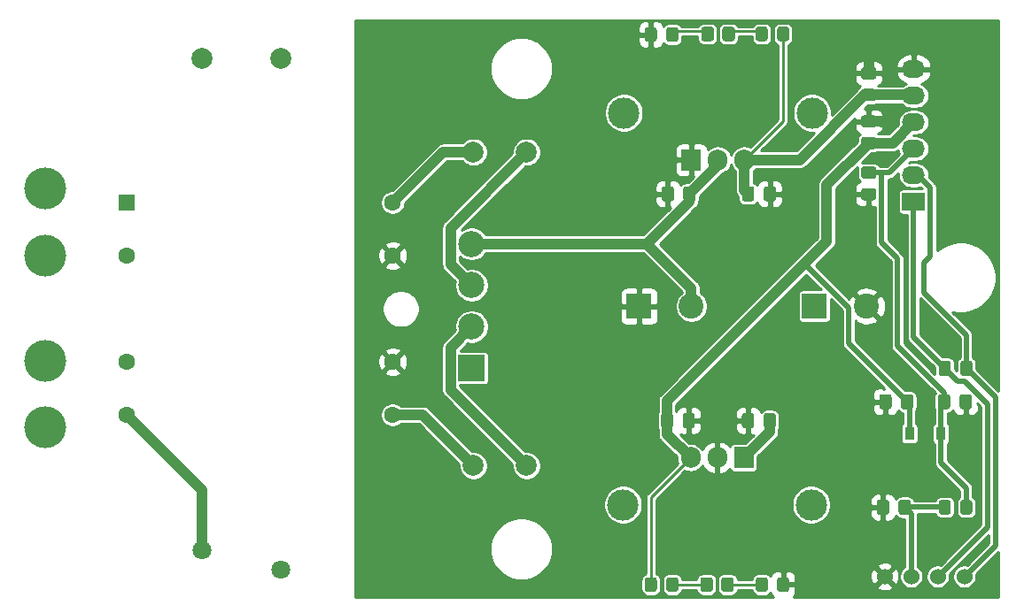
<source format=gtl>
G04 #@! TF.GenerationSoftware,KiCad,Pcbnew,(5.1.10)-1*
G04 #@! TF.CreationDate,2021-11-25T14:07:25+01:00*
G04 #@! TF.ProjectId,PSU,5053552e-6b69-4636-9164-5f7063625858,rev?*
G04 #@! TF.SameCoordinates,Original*
G04 #@! TF.FileFunction,Copper,L1,Top*
G04 #@! TF.FilePolarity,Positive*
%FSLAX46Y46*%
G04 Gerber Fmt 4.6, Leading zero omitted, Abs format (unit mm)*
G04 Created by KiCad (PCBNEW (5.1.10)-1) date 2021-11-25 14:07:25*
%MOMM*%
%LPD*%
G01*
G04 APERTURE LIST*
G04 #@! TA.AperFunction,ComponentPad*
%ADD10C,2.400000*%
G04 #@! TD*
G04 #@! TA.AperFunction,ComponentPad*
%ADD11R,2.400000X2.400000*%
G04 #@! TD*
G04 #@! TA.AperFunction,ComponentPad*
%ADD12C,4.000000*%
G04 #@! TD*
G04 #@! TA.AperFunction,ComponentPad*
%ADD13C,1.600200*%
G04 #@! TD*
G04 #@! TA.AperFunction,ComponentPad*
%ADD14R,1.600200X1.600200*%
G04 #@! TD*
G04 #@! TA.AperFunction,ComponentPad*
%ADD15C,1.524000*%
G04 #@! TD*
G04 #@! TA.AperFunction,SMDPad,CuDef*
%ADD16C,0.100000*%
G04 #@! TD*
G04 #@! TA.AperFunction,SMDPad,CuDef*
%ADD17R,0.900000X1.300000*%
G04 #@! TD*
G04 #@! TA.AperFunction,ComponentPad*
%ADD18C,3.000000*%
G04 #@! TD*
G04 #@! TA.AperFunction,ComponentPad*
%ADD19O,1.905000X2.000000*%
G04 #@! TD*
G04 #@! TA.AperFunction,ComponentPad*
%ADD20R,1.905000X2.000000*%
G04 #@! TD*
G04 #@! TA.AperFunction,ComponentPad*
%ADD21C,1.800000*%
G04 #@! TD*
G04 #@! TA.AperFunction,ComponentPad*
%ADD22O,2.200000X1.700000*%
G04 #@! TD*
G04 #@! TA.AperFunction,ComponentPad*
%ADD23R,2.200000X1.700000*%
G04 #@! TD*
G04 #@! TA.AperFunction,ComponentPad*
%ADD24C,2.000000*%
G04 #@! TD*
G04 #@! TA.AperFunction,ComponentPad*
%ADD25C,2.500000*%
G04 #@! TD*
G04 #@! TA.AperFunction,ComponentPad*
%ADD26R,2.500000X2.500000*%
G04 #@! TD*
G04 #@! TA.AperFunction,ViaPad*
%ADD27C,0.800000*%
G04 #@! TD*
G04 #@! TA.AperFunction,Conductor*
%ADD28C,1.000000*%
G04 #@! TD*
G04 #@! TA.AperFunction,Conductor*
%ADD29C,0.500000*%
G04 #@! TD*
G04 #@! TA.AperFunction,Conductor*
%ADD30C,0.250000*%
G04 #@! TD*
G04 #@! TA.AperFunction,Conductor*
%ADD31C,0.254000*%
G04 #@! TD*
G04 #@! TA.AperFunction,Conductor*
%ADD32C,0.100000*%
G04 #@! TD*
G04 APERTURE END LIST*
G04 #@! TA.AperFunction,SMDPad,CuDef*
G36*
G01*
X189300000Y-143949999D02*
X189300000Y-144850001D01*
G75*
G02*
X189050001Y-145100000I-249999J0D01*
G01*
X188349999Y-145100000D01*
G75*
G02*
X188100000Y-144850001I0J249999D01*
G01*
X188100000Y-143949999D01*
G75*
G02*
X188349999Y-143700000I249999J0D01*
G01*
X189050001Y-143700000D01*
G75*
G02*
X189300000Y-143949999I0J-249999D01*
G01*
G37*
G04 #@! TD.AperFunction*
G04 #@! TA.AperFunction,SMDPad,CuDef*
G36*
G01*
X191300000Y-143949999D02*
X191300000Y-144850001D01*
G75*
G02*
X191050001Y-145100000I-249999J0D01*
G01*
X190349999Y-145100000D01*
G75*
G02*
X190100000Y-144850001I0J249999D01*
G01*
X190100000Y-143949999D01*
G75*
G02*
X190349999Y-143700000I249999J0D01*
G01*
X191050001Y-143700000D01*
G75*
G02*
X191300000Y-143949999I0J-249999D01*
G01*
G37*
G04 #@! TD.AperFunction*
G04 #@! TA.AperFunction,SMDPad,CuDef*
G36*
G01*
X194550000Y-91249999D02*
X194550000Y-92150001D01*
G75*
G02*
X194300001Y-92400000I-249999J0D01*
G01*
X193649999Y-92400000D01*
G75*
G02*
X193400000Y-92150001I0J249999D01*
G01*
X193400000Y-91249999D01*
G75*
G02*
X193649999Y-91000000I249999J0D01*
G01*
X194300001Y-91000000D01*
G75*
G02*
X194550000Y-91249999I0J-249999D01*
G01*
G37*
G04 #@! TD.AperFunction*
G04 #@! TA.AperFunction,SMDPad,CuDef*
G36*
G01*
X196600000Y-91249999D02*
X196600000Y-92150001D01*
G75*
G02*
X196350001Y-92400000I-249999J0D01*
G01*
X195699999Y-92400000D01*
G75*
G02*
X195450000Y-92150001I0J249999D01*
G01*
X195450000Y-91249999D01*
G75*
G02*
X195699999Y-91000000I249999J0D01*
G01*
X196350001Y-91000000D01*
G75*
G02*
X196600000Y-91249999I0J-249999D01*
G01*
G37*
G04 #@! TD.AperFunction*
G04 #@! TA.AperFunction,SMDPad,CuDef*
G36*
G01*
X194550000Y-143949999D02*
X194550000Y-144850001D01*
G75*
G02*
X194300001Y-145100000I-249999J0D01*
G01*
X193649999Y-145100000D01*
G75*
G02*
X193400000Y-144850001I0J249999D01*
G01*
X193400000Y-143949999D01*
G75*
G02*
X193649999Y-143700000I249999J0D01*
G01*
X194300001Y-143700000D01*
G75*
G02*
X194550000Y-143949999I0J-249999D01*
G01*
G37*
G04 #@! TD.AperFunction*
G04 #@! TA.AperFunction,SMDPad,CuDef*
G36*
G01*
X196600000Y-143949999D02*
X196600000Y-144850001D01*
G75*
G02*
X196350001Y-145100000I-249999J0D01*
G01*
X195699999Y-145100000D01*
G75*
G02*
X195450000Y-144850001I0J249999D01*
G01*
X195450000Y-143949999D01*
G75*
G02*
X195699999Y-143700000I249999J0D01*
G01*
X196350001Y-143700000D01*
G75*
G02*
X196600000Y-143949999I0J-249999D01*
G01*
G37*
G04 #@! TD.AperFunction*
G04 #@! TA.AperFunction,SMDPad,CuDef*
G36*
G01*
X183950000Y-143949999D02*
X183950000Y-144850001D01*
G75*
G02*
X183700001Y-145100000I-249999J0D01*
G01*
X183049999Y-145100000D01*
G75*
G02*
X182800000Y-144850001I0J249999D01*
G01*
X182800000Y-143949999D01*
G75*
G02*
X183049999Y-143700000I249999J0D01*
G01*
X183700001Y-143700000D01*
G75*
G02*
X183950000Y-143949999I0J-249999D01*
G01*
G37*
G04 #@! TD.AperFunction*
G04 #@! TA.AperFunction,SMDPad,CuDef*
G36*
G01*
X186000000Y-143949999D02*
X186000000Y-144850001D01*
G75*
G02*
X185750001Y-145100000I-249999J0D01*
G01*
X185099999Y-145100000D01*
G75*
G02*
X184850000Y-144850001I0J249999D01*
G01*
X184850000Y-143949999D01*
G75*
G02*
X185099999Y-143700000I249999J0D01*
G01*
X185750001Y-143700000D01*
G75*
G02*
X186000000Y-143949999I0J-249999D01*
G01*
G37*
G04 #@! TD.AperFunction*
D10*
X187250000Y-117750000D03*
D11*
X182250000Y-117750000D03*
D10*
X204000000Y-117750000D03*
D11*
X199000000Y-117750000D03*
G04 #@! TA.AperFunction,SMDPad,CuDef*
G36*
G01*
X183950000Y-91299999D02*
X183950000Y-92200001D01*
G75*
G02*
X183700001Y-92450000I-249999J0D01*
G01*
X183049999Y-92450000D01*
G75*
G02*
X182800000Y-92200001I0J249999D01*
G01*
X182800000Y-91299999D01*
G75*
G02*
X183049999Y-91050000I249999J0D01*
G01*
X183700001Y-91050000D01*
G75*
G02*
X183950000Y-91299999I0J-249999D01*
G01*
G37*
G04 #@! TD.AperFunction*
G04 #@! TA.AperFunction,SMDPad,CuDef*
G36*
G01*
X186000000Y-91299999D02*
X186000000Y-92200001D01*
G75*
G02*
X185750001Y-92450000I-249999J0D01*
G01*
X185099999Y-92450000D01*
G75*
G02*
X184850000Y-92200001I0J249999D01*
G01*
X184850000Y-91299999D01*
G75*
G02*
X185099999Y-91050000I249999J0D01*
G01*
X185750001Y-91050000D01*
G75*
G02*
X186000000Y-91299999I0J-249999D01*
G01*
G37*
G04 #@! TD.AperFunction*
G04 #@! TA.AperFunction,SMDPad,CuDef*
G36*
G01*
X206387500Y-126425000D02*
X206387500Y-127375000D01*
G75*
G02*
X206137500Y-127625000I-250000J0D01*
G01*
X205462500Y-127625000D01*
G75*
G02*
X205212500Y-127375000I0J250000D01*
G01*
X205212500Y-126425000D01*
G75*
G02*
X205462500Y-126175000I250000J0D01*
G01*
X206137500Y-126175000D01*
G75*
G02*
X206387500Y-126425000I0J-250000D01*
G01*
G37*
G04 #@! TD.AperFunction*
G04 #@! TA.AperFunction,SMDPad,CuDef*
G36*
G01*
X208462500Y-126425000D02*
X208462500Y-127375000D01*
G75*
G02*
X208212500Y-127625000I-250000J0D01*
G01*
X207537500Y-127625000D01*
G75*
G02*
X207287500Y-127375000I0J250000D01*
G01*
X207287500Y-126425000D01*
G75*
G02*
X207537500Y-126175000I250000J0D01*
G01*
X208212500Y-126175000D01*
G75*
G02*
X208462500Y-126425000I0J-250000D01*
G01*
G37*
G04 #@! TD.AperFunction*
G04 #@! TA.AperFunction,SMDPad,CuDef*
G36*
G01*
X189400000Y-91249999D02*
X189400000Y-92150001D01*
G75*
G02*
X189150001Y-92400000I-249999J0D01*
G01*
X188449999Y-92400000D01*
G75*
G02*
X188200000Y-92150001I0J249999D01*
G01*
X188200000Y-91249999D01*
G75*
G02*
X188449999Y-91000000I249999J0D01*
G01*
X189150001Y-91000000D01*
G75*
G02*
X189400000Y-91249999I0J-249999D01*
G01*
G37*
G04 #@! TD.AperFunction*
G04 #@! TA.AperFunction,SMDPad,CuDef*
G36*
G01*
X191400000Y-91249999D02*
X191400000Y-92150001D01*
G75*
G02*
X191150001Y-92400000I-249999J0D01*
G01*
X190449999Y-92400000D01*
G75*
G02*
X190200000Y-92150001I0J249999D01*
G01*
X190200000Y-91249999D01*
G75*
G02*
X190449999Y-91000000I249999J0D01*
G01*
X191150001Y-91000000D01*
G75*
G02*
X191400000Y-91249999I0J-249999D01*
G01*
G37*
G04 #@! TD.AperFunction*
G04 #@! TA.AperFunction,SMDPad,CuDef*
G36*
G01*
X212050000Y-123225000D02*
X212050000Y-124175000D01*
G75*
G02*
X211800000Y-124425000I-250000J0D01*
G01*
X211125000Y-124425000D01*
G75*
G02*
X210875000Y-124175000I0J250000D01*
G01*
X210875000Y-123225000D01*
G75*
G02*
X211125000Y-122975000I250000J0D01*
G01*
X211800000Y-122975000D01*
G75*
G02*
X212050000Y-123225000I0J-250000D01*
G01*
G37*
G04 #@! TD.AperFunction*
G04 #@! TA.AperFunction,SMDPad,CuDef*
G36*
G01*
X214125000Y-123225000D02*
X214125000Y-124175000D01*
G75*
G02*
X213875000Y-124425000I-250000J0D01*
G01*
X213200000Y-124425000D01*
G75*
G02*
X212950000Y-124175000I0J250000D01*
G01*
X212950000Y-123225000D01*
G75*
G02*
X213200000Y-122975000I250000J0D01*
G01*
X213875000Y-122975000D01*
G75*
G02*
X214125000Y-123225000I0J-250000D01*
G01*
G37*
G04 #@! TD.AperFunction*
G04 #@! TA.AperFunction,SMDPad,CuDef*
G36*
G01*
X206150000Y-136525000D02*
X206150000Y-137475000D01*
G75*
G02*
X205900000Y-137725000I-250000J0D01*
G01*
X205225000Y-137725000D01*
G75*
G02*
X204975000Y-137475000I0J250000D01*
G01*
X204975000Y-136525000D01*
G75*
G02*
X205225000Y-136275000I250000J0D01*
G01*
X205900000Y-136275000D01*
G75*
G02*
X206150000Y-136525000I0J-250000D01*
G01*
G37*
G04 #@! TD.AperFunction*
G04 #@! TA.AperFunction,SMDPad,CuDef*
G36*
G01*
X208225000Y-136525000D02*
X208225000Y-137475000D01*
G75*
G02*
X207975000Y-137725000I-250000J0D01*
G01*
X207300000Y-137725000D01*
G75*
G02*
X207050000Y-137475000I0J250000D01*
G01*
X207050000Y-136525000D01*
G75*
G02*
X207300000Y-136275000I250000J0D01*
G01*
X207975000Y-136275000D01*
G75*
G02*
X208225000Y-136525000I0J-250000D01*
G01*
G37*
G04 #@! TD.AperFunction*
G04 #@! TA.AperFunction,SMDPad,CuDef*
G36*
G01*
X203725000Y-106450000D02*
X204675000Y-106450000D01*
G75*
G02*
X204925000Y-106700000I0J-250000D01*
G01*
X204925000Y-107375000D01*
G75*
G02*
X204675000Y-107625000I-250000J0D01*
G01*
X203725000Y-107625000D01*
G75*
G02*
X203475000Y-107375000I0J250000D01*
G01*
X203475000Y-106700000D01*
G75*
G02*
X203725000Y-106450000I250000J0D01*
G01*
G37*
G04 #@! TD.AperFunction*
G04 #@! TA.AperFunction,SMDPad,CuDef*
G36*
G01*
X203725000Y-104375000D02*
X204675000Y-104375000D01*
G75*
G02*
X204925000Y-104625000I0J-250000D01*
G01*
X204925000Y-105300000D01*
G75*
G02*
X204675000Y-105550000I-250000J0D01*
G01*
X203725000Y-105550000D01*
G75*
G02*
X203475000Y-105300000I0J250000D01*
G01*
X203475000Y-104625000D01*
G75*
G02*
X203725000Y-104375000I250000J0D01*
G01*
G37*
G04 #@! TD.AperFunction*
G04 #@! TA.AperFunction,SMDPad,CuDef*
G36*
G01*
X212887500Y-127375000D02*
X212887500Y-126425000D01*
G75*
G02*
X213137500Y-126175000I250000J0D01*
G01*
X213812500Y-126175000D01*
G75*
G02*
X214062500Y-126425000I0J-250000D01*
G01*
X214062500Y-127375000D01*
G75*
G02*
X213812500Y-127625000I-250000J0D01*
G01*
X213137500Y-127625000D01*
G75*
G02*
X212887500Y-127375000I0J250000D01*
G01*
G37*
G04 #@! TD.AperFunction*
G04 #@! TA.AperFunction,SMDPad,CuDef*
G36*
G01*
X210812500Y-127375000D02*
X210812500Y-126425000D01*
G75*
G02*
X211062500Y-126175000I250000J0D01*
G01*
X211737500Y-126175000D01*
G75*
G02*
X211987500Y-126425000I0J-250000D01*
G01*
X211987500Y-127375000D01*
G75*
G02*
X211737500Y-127625000I-250000J0D01*
G01*
X211062500Y-127625000D01*
G75*
G02*
X210812500Y-127375000I0J250000D01*
G01*
G37*
G04 #@! TD.AperFunction*
G04 #@! TA.AperFunction,SMDPad,CuDef*
G36*
G01*
X203725000Y-96950000D02*
X204675000Y-96950000D01*
G75*
G02*
X204925000Y-97200000I0J-250000D01*
G01*
X204925000Y-97875000D01*
G75*
G02*
X204675000Y-98125000I-250000J0D01*
G01*
X203725000Y-98125000D01*
G75*
G02*
X203475000Y-97875000I0J250000D01*
G01*
X203475000Y-97200000D01*
G75*
G02*
X203725000Y-96950000I250000J0D01*
G01*
G37*
G04 #@! TD.AperFunction*
G04 #@! TA.AperFunction,SMDPad,CuDef*
G36*
G01*
X203725000Y-94875000D02*
X204675000Y-94875000D01*
G75*
G02*
X204925000Y-95125000I0J-250000D01*
G01*
X204925000Y-95800000D01*
G75*
G02*
X204675000Y-96050000I-250000J0D01*
G01*
X203725000Y-96050000D01*
G75*
G02*
X203475000Y-95800000I0J250000D01*
G01*
X203475000Y-95125000D01*
G75*
G02*
X203725000Y-94875000I250000J0D01*
G01*
G37*
G04 #@! TD.AperFunction*
G04 #@! TA.AperFunction,SMDPad,CuDef*
G36*
G01*
X204675000Y-100650000D02*
X203725000Y-100650000D01*
G75*
G02*
X203475000Y-100400000I0J250000D01*
G01*
X203475000Y-99725000D01*
G75*
G02*
X203725000Y-99475000I250000J0D01*
G01*
X204675000Y-99475000D01*
G75*
G02*
X204925000Y-99725000I0J-250000D01*
G01*
X204925000Y-100400000D01*
G75*
G02*
X204675000Y-100650000I-250000J0D01*
G01*
G37*
G04 #@! TD.AperFunction*
G04 #@! TA.AperFunction,SMDPad,CuDef*
G36*
G01*
X204675000Y-102725000D02*
X203725000Y-102725000D01*
G75*
G02*
X203475000Y-102475000I0J250000D01*
G01*
X203475000Y-101800000D01*
G75*
G02*
X203725000Y-101550000I250000J0D01*
G01*
X204675000Y-101550000D01*
G75*
G02*
X204925000Y-101800000I0J-250000D01*
G01*
X204925000Y-102475000D01*
G75*
G02*
X204675000Y-102725000I-250000J0D01*
G01*
G37*
G04 #@! TD.AperFunction*
G04 #@! TA.AperFunction,SMDPad,CuDef*
G36*
G01*
X193262500Y-106525000D02*
X193262500Y-107475000D01*
G75*
G02*
X193012500Y-107725000I-250000J0D01*
G01*
X192337500Y-107725000D01*
G75*
G02*
X192087500Y-107475000I0J250000D01*
G01*
X192087500Y-106525000D01*
G75*
G02*
X192337500Y-106275000I250000J0D01*
G01*
X193012500Y-106275000D01*
G75*
G02*
X193262500Y-106525000I0J-250000D01*
G01*
G37*
G04 #@! TD.AperFunction*
G04 #@! TA.AperFunction,SMDPad,CuDef*
G36*
G01*
X195337500Y-106525000D02*
X195337500Y-107475000D01*
G75*
G02*
X195087500Y-107725000I-250000J0D01*
G01*
X194412500Y-107725000D01*
G75*
G02*
X194162500Y-107475000I0J250000D01*
G01*
X194162500Y-106525000D01*
G75*
G02*
X194412500Y-106275000I250000J0D01*
G01*
X195087500Y-106275000D01*
G75*
G02*
X195337500Y-106525000I0J-250000D01*
G01*
G37*
G04 #@! TD.AperFunction*
G04 #@! TA.AperFunction,SMDPad,CuDef*
G36*
G01*
X186412500Y-129175000D02*
X186412500Y-128225000D01*
G75*
G02*
X186662500Y-127975000I250000J0D01*
G01*
X187337500Y-127975000D01*
G75*
G02*
X187587500Y-128225000I0J-250000D01*
G01*
X187587500Y-129175000D01*
G75*
G02*
X187337500Y-129425000I-250000J0D01*
G01*
X186662500Y-129425000D01*
G75*
G02*
X186412500Y-129175000I0J250000D01*
G01*
G37*
G04 #@! TD.AperFunction*
G04 #@! TA.AperFunction,SMDPad,CuDef*
G36*
G01*
X184337500Y-129175000D02*
X184337500Y-128225000D01*
G75*
G02*
X184587500Y-127975000I250000J0D01*
G01*
X185262500Y-127975000D01*
G75*
G02*
X185512500Y-128225000I0J-250000D01*
G01*
X185512500Y-129175000D01*
G75*
G02*
X185262500Y-129425000I-250000J0D01*
G01*
X184587500Y-129425000D01*
G75*
G02*
X184337500Y-129175000I0J250000D01*
G01*
G37*
G04 #@! TD.AperFunction*
G04 #@! TA.AperFunction,SMDPad,CuDef*
G36*
G01*
X186487500Y-107475000D02*
X186487500Y-106525000D01*
G75*
G02*
X186737500Y-106275000I250000J0D01*
G01*
X187412500Y-106275000D01*
G75*
G02*
X187662500Y-106525000I0J-250000D01*
G01*
X187662500Y-107475000D01*
G75*
G02*
X187412500Y-107725000I-250000J0D01*
G01*
X186737500Y-107725000D01*
G75*
G02*
X186487500Y-107475000I0J250000D01*
G01*
G37*
G04 #@! TD.AperFunction*
G04 #@! TA.AperFunction,SMDPad,CuDef*
G36*
G01*
X184412500Y-107475000D02*
X184412500Y-106525000D01*
G75*
G02*
X184662500Y-106275000I250000J0D01*
G01*
X185337500Y-106275000D01*
G75*
G02*
X185587500Y-106525000I0J-250000D01*
G01*
X185587500Y-107475000D01*
G75*
G02*
X185337500Y-107725000I-250000J0D01*
G01*
X184662500Y-107725000D01*
G75*
G02*
X184412500Y-107475000I0J250000D01*
G01*
G37*
G04 #@! TD.AperFunction*
G04 #@! TA.AperFunction,SMDPad,CuDef*
G36*
G01*
X193250000Y-128225000D02*
X193250000Y-129175000D01*
G75*
G02*
X193000000Y-129425000I-250000J0D01*
G01*
X192325000Y-129425000D01*
G75*
G02*
X192075000Y-129175000I0J250000D01*
G01*
X192075000Y-128225000D01*
G75*
G02*
X192325000Y-127975000I250000J0D01*
G01*
X193000000Y-127975000D01*
G75*
G02*
X193250000Y-128225000I0J-250000D01*
G01*
G37*
G04 #@! TD.AperFunction*
G04 #@! TA.AperFunction,SMDPad,CuDef*
G36*
G01*
X195325000Y-128225000D02*
X195325000Y-129175000D01*
G75*
G02*
X195075000Y-129425000I-250000J0D01*
G01*
X194400000Y-129425000D01*
G75*
G02*
X194150000Y-129175000I0J250000D01*
G01*
X194150000Y-128225000D01*
G75*
G02*
X194400000Y-127975000I250000J0D01*
G01*
X195075000Y-127975000D01*
G75*
G02*
X195325000Y-128225000I0J-250000D01*
G01*
G37*
G04 #@! TD.AperFunction*
D12*
X125500000Y-129380000D03*
X125500000Y-123000000D03*
X125500000Y-112880000D03*
X125500000Y-106500000D03*
D13*
X158700000Y-128160000D03*
X158700000Y-123080000D03*
X158700000Y-112920000D03*
X158700000Y-107840000D03*
X133300000Y-128160000D03*
X133300000Y-123080000D03*
X133300000Y-112920000D03*
D14*
X133300000Y-107840000D03*
D15*
X213355600Y-143628600D03*
X210815600Y-143628600D03*
X208275600Y-143628600D03*
X205735600Y-143628600D03*
G04 #@! TA.AperFunction,SMDPad,CuDef*
D16*
G36*
X208733500Y-133900000D02*
G01*
X208733500Y-130775000D01*
X209150000Y-130775000D01*
X209150000Y-129300000D01*
X210050000Y-129300000D01*
X210050000Y-130775000D01*
X210466500Y-130775000D01*
X210466500Y-133900000D01*
X208733500Y-133900000D01*
G37*
G04 #@! TD.AperFunction*
D17*
X208100000Y-129950000D03*
X211100000Y-129950000D03*
D18*
X198790000Y-99250000D03*
X180790000Y-99250000D03*
D19*
X192330000Y-103750000D03*
X189790000Y-103750000D03*
D20*
X187250000Y-103750000D03*
D18*
X180710000Y-136750000D03*
X198710000Y-136750000D03*
D19*
X187170000Y-132250000D03*
X189710000Y-132250000D03*
D20*
X192250000Y-132250000D03*
D21*
X140500000Y-141100000D03*
X148000000Y-143000000D03*
G04 #@! TA.AperFunction,SMDPad,CuDef*
G36*
G01*
X212050000Y-136549999D02*
X212050000Y-137450001D01*
G75*
G02*
X211800001Y-137700000I-249999J0D01*
G01*
X211149999Y-137700000D01*
G75*
G02*
X210900000Y-137450001I0J249999D01*
G01*
X210900000Y-136549999D01*
G75*
G02*
X211149999Y-136300000I249999J0D01*
G01*
X211800001Y-136300000D01*
G75*
G02*
X212050000Y-136549999I0J-249999D01*
G01*
G37*
G04 #@! TD.AperFunction*
G04 #@! TA.AperFunction,SMDPad,CuDef*
G36*
G01*
X214100000Y-136549999D02*
X214100000Y-137450001D01*
G75*
G02*
X213850001Y-137700000I-249999J0D01*
G01*
X213199999Y-137700000D01*
G75*
G02*
X212950000Y-137450001I0J249999D01*
G01*
X212950000Y-136549999D01*
G75*
G02*
X213199999Y-136300000I249999J0D01*
G01*
X213850001Y-136300000D01*
G75*
G02*
X214100000Y-136549999I0J-249999D01*
G01*
G37*
G04 #@! TD.AperFunction*
D22*
X208500000Y-95050000D03*
X208500000Y-97590000D03*
X208500000Y-100130000D03*
X208500000Y-102670000D03*
X208500000Y-105210000D03*
D23*
X208500000Y-107750000D03*
D24*
X171500000Y-103000000D03*
X166420000Y-103000000D03*
X166420000Y-133000000D03*
X171500000Y-133000000D03*
D25*
X166250000Y-111790000D03*
X166250000Y-115750000D03*
X166250000Y-119710000D03*
D26*
X166250000Y-123670000D03*
D24*
X148005000Y-94000000D03*
X140505000Y-94000000D03*
D27*
X205650000Y-129500000D03*
X205650000Y-132300000D03*
X205650000Y-130900000D03*
X205650000Y-133700000D03*
X204400000Y-129500000D03*
X204400000Y-130900000D03*
X204400000Y-133700000D03*
X204400000Y-132300000D03*
X207500000Y-134750000D03*
X214650000Y-129500000D03*
X214650000Y-130900000D03*
X214650000Y-133700000D03*
X214650000Y-132300000D03*
X213400000Y-130900000D03*
X213400000Y-129500000D03*
X211600000Y-134750000D03*
X213400000Y-132300000D03*
X213400000Y-133700000D03*
X208866666Y-134750000D03*
X210233332Y-134750000D03*
X214000000Y-111000000D03*
X158000000Y-143000000D03*
X158000000Y-93000000D03*
X215000000Y-93000000D03*
X205400000Y-100100000D03*
X204200000Y-94100000D03*
X200250000Y-123750000D03*
X194250000Y-111500000D03*
X211250000Y-120250000D03*
X207250000Y-111500000D03*
X205500000Y-103500000D03*
X209500000Y-127250000D03*
X215200000Y-118600000D03*
X211600000Y-140400000D03*
X205200000Y-140400000D03*
X175400000Y-143000000D03*
X175400000Y-93000000D03*
D28*
X205362500Y-100062500D02*
X205400000Y-100100000D01*
X204200000Y-100062500D02*
X205362500Y-100062500D01*
X204200000Y-95462500D02*
X204200000Y-94100000D01*
X140500000Y-135360000D02*
X140500000Y-141100000D01*
X133300000Y-128160000D02*
X140500000Y-135360000D01*
D29*
X211100000Y-127200000D02*
X211400000Y-126900000D01*
X211100000Y-129950000D02*
X211100000Y-127200000D01*
X211100000Y-132732002D02*
X211100000Y-129950000D01*
X213525000Y-135157002D02*
X211100000Y-132732002D01*
X213525000Y-137000000D02*
X213525000Y-135157002D01*
X208500000Y-102670000D02*
X206207500Y-104962500D01*
X205462500Y-104962500D02*
X204200000Y-104962500D01*
X206207500Y-104962500D02*
X205462500Y-104962500D01*
X211400000Y-126034000D02*
X211400000Y-126900000D01*
X206950001Y-121584001D02*
X211400000Y-126034000D01*
X206950001Y-113200001D02*
X206950001Y-121584001D01*
X205425010Y-111675010D02*
X206950001Y-113200001D01*
X205425010Y-104999990D02*
X205425010Y-111675010D01*
X205462500Y-104962500D02*
X205425010Y-104999990D01*
D28*
X166250000Y-111790000D02*
X181290000Y-111790000D01*
X183010000Y-111790000D02*
X181290000Y-111790000D01*
X187075000Y-107725000D02*
X183010000Y-111790000D01*
X187075000Y-107000000D02*
X187075000Y-107725000D01*
X189790000Y-104285000D02*
X187075000Y-107000000D01*
X189790000Y-103750000D02*
X189790000Y-104285000D01*
X187250000Y-116030000D02*
X183010000Y-111790000D01*
X187250000Y-117750000D02*
X187250000Y-116030000D01*
D29*
X208100000Y-127125000D02*
X207875000Y-126900000D01*
X208100000Y-129950000D02*
X208100000Y-127125000D01*
D28*
X206492500Y-102137500D02*
X208500000Y-100130000D01*
X204200000Y-102137500D02*
X206492500Y-102137500D01*
X200200000Y-106137500D02*
X204200000Y-102137500D01*
X200200000Y-111549998D02*
X200200000Y-106137500D01*
D29*
X202299999Y-117899999D02*
X198074999Y-113674999D01*
X202299999Y-121324999D02*
X202299999Y-117899999D01*
X207875000Y-126900000D02*
X202299999Y-121324999D01*
D28*
X198074999Y-113674999D02*
X200200000Y-111549998D01*
X184925000Y-130005000D02*
X184925000Y-128700000D01*
X187170000Y-132250000D02*
X184925000Y-130005000D01*
X184925000Y-126824998D02*
X198074999Y-113674999D01*
X184925000Y-128700000D02*
X184925000Y-126824998D01*
D30*
X183375000Y-136045000D02*
X187170000Y-132250000D01*
X183375000Y-144400000D02*
X183375000Y-136045000D01*
D28*
X164249999Y-110250001D02*
X171500000Y-103000000D01*
X164249999Y-113749999D02*
X164249999Y-110250001D01*
X166250000Y-115750000D02*
X164249999Y-113749999D01*
X164249999Y-125749999D02*
X171500000Y-133000000D01*
X164249999Y-121710001D02*
X164249999Y-125749999D01*
X166250000Y-119710000D02*
X164249999Y-121710001D01*
X194737500Y-129762500D02*
X192250000Y-132250000D01*
X194737500Y-128700000D02*
X194737500Y-129762500D01*
X192330000Y-106655000D02*
X192675000Y-107000000D01*
X192330000Y-103750000D02*
X192330000Y-106655000D01*
X208447500Y-97537500D02*
X208500000Y-97590000D01*
X205662500Y-97537500D02*
X208447500Y-97537500D01*
X204200000Y-97537500D02*
X205662500Y-97537500D01*
X203832502Y-97537500D02*
X204200000Y-97537500D01*
X197620002Y-103750000D02*
X203832502Y-97537500D01*
X192330000Y-103750000D02*
X197620002Y-103750000D01*
D30*
X196025000Y-100055000D02*
X192330000Y-103750000D01*
X196025000Y-91400000D02*
X196025000Y-100055000D01*
D29*
X213373188Y-124925010D02*
X212687510Y-124925010D01*
X212687510Y-124925010D02*
X211462500Y-123700000D01*
X215550001Y-127101823D02*
X213373188Y-124925010D01*
X215550001Y-138894199D02*
X215550001Y-127101823D01*
X210815600Y-143628600D02*
X215550001Y-138894199D01*
X208500000Y-120737500D02*
X208500000Y-107750000D01*
X211462500Y-123700000D02*
X208500000Y-120737500D01*
X216300011Y-126462511D02*
X213537500Y-123700000D01*
X216300011Y-140684189D02*
X216300011Y-126462511D01*
X213355600Y-143628600D02*
X216300011Y-140684189D01*
X208910000Y-105210000D02*
X208500000Y-105210000D01*
X210100001Y-106400001D02*
X208910000Y-105210000D01*
X209469546Y-113613664D02*
X210100001Y-112983209D01*
X209469546Y-116456899D02*
X209469546Y-113613664D01*
X210100001Y-112983209D02*
X210100001Y-106400001D01*
X213537500Y-120524853D02*
X209469546Y-116456899D01*
X213537500Y-123700000D02*
X213537500Y-120524853D01*
D28*
X161580000Y-128160000D02*
X166420000Y-133000000D01*
X158700000Y-128160000D02*
X161580000Y-128160000D01*
X163540000Y-103000000D02*
X158700000Y-107840000D01*
X166420000Y-103000000D02*
X163540000Y-103000000D01*
D29*
X211475000Y-137000000D02*
X207637500Y-137000000D01*
X208275600Y-137638100D02*
X207637500Y-137000000D01*
X208275600Y-143628600D02*
X208275600Y-137638100D01*
D30*
X188700000Y-144400000D02*
X185425000Y-144400000D01*
X188800000Y-91450000D02*
X185425000Y-91450000D01*
X193975000Y-144400000D02*
X190700000Y-144400000D01*
X193975000Y-91450000D02*
X190800000Y-91450000D01*
D31*
X216594001Y-125864132D02*
X214507843Y-123777975D01*
X214507843Y-123225000D01*
X214495683Y-123101538D01*
X214459671Y-122982821D01*
X214401190Y-122873411D01*
X214322488Y-122777512D01*
X214226589Y-122698810D01*
X214168500Y-122667761D01*
X214168500Y-120555843D01*
X214171552Y-120524853D01*
X214168500Y-120493862D01*
X214168500Y-120493855D01*
X214159370Y-120401155D01*
X214123289Y-120282211D01*
X214064696Y-120172592D01*
X213985843Y-120076510D01*
X213961768Y-120056752D01*
X212227694Y-118322678D01*
X212664193Y-118409503D01*
X213335807Y-118409503D01*
X213994515Y-118278478D01*
X214615005Y-118021462D01*
X215173431Y-117648334D01*
X215648334Y-117173431D01*
X216021462Y-116615005D01*
X216278478Y-115994515D01*
X216409503Y-115335807D01*
X216409503Y-114664193D01*
X216278478Y-114005485D01*
X216021462Y-113384995D01*
X215648334Y-112826569D01*
X215173431Y-112351666D01*
X214615005Y-111978538D01*
X213994515Y-111721522D01*
X213335807Y-111590497D01*
X212664193Y-111590497D01*
X212005485Y-111721522D01*
X211384995Y-111978538D01*
X210826569Y-112351666D01*
X210731001Y-112447234D01*
X210731001Y-106430999D01*
X210734054Y-106400001D01*
X210721871Y-106276303D01*
X210685790Y-106157359D01*
X210627197Y-106047740D01*
X210568104Y-105975735D01*
X210568102Y-105975733D01*
X210548344Y-105951658D01*
X210524269Y-105931900D01*
X209970406Y-105378037D01*
X209986956Y-105210000D01*
X209963188Y-104968682D01*
X209892798Y-104736637D01*
X209778491Y-104522784D01*
X209624660Y-104335340D01*
X209437216Y-104181509D01*
X209223363Y-104067202D01*
X208991318Y-103996812D01*
X208810472Y-103979000D01*
X208189528Y-103979000D01*
X208071770Y-103990598D01*
X208163893Y-103898475D01*
X208189528Y-103901000D01*
X208810472Y-103901000D01*
X208991318Y-103883188D01*
X209223363Y-103812798D01*
X209437216Y-103698491D01*
X209624660Y-103544660D01*
X209778491Y-103357216D01*
X209892798Y-103143363D01*
X209963188Y-102911318D01*
X209986956Y-102670000D01*
X209963188Y-102428682D01*
X209892798Y-102196637D01*
X209778491Y-101982784D01*
X209624660Y-101795340D01*
X209437216Y-101641509D01*
X209223363Y-101527202D01*
X208991318Y-101456812D01*
X208810472Y-101439000D01*
X208436922Y-101439000D01*
X208514922Y-101361000D01*
X208810472Y-101361000D01*
X208991318Y-101343188D01*
X209223363Y-101272798D01*
X209437216Y-101158491D01*
X209624660Y-101004660D01*
X209778491Y-100817216D01*
X209892798Y-100603363D01*
X209963188Y-100371318D01*
X209986956Y-100130000D01*
X209963188Y-99888682D01*
X209892798Y-99656637D01*
X209778491Y-99442784D01*
X209624660Y-99255340D01*
X209437216Y-99101509D01*
X209223363Y-98987202D01*
X208991318Y-98916812D01*
X208810472Y-98899000D01*
X208189528Y-98899000D01*
X208008682Y-98916812D01*
X207776637Y-98987202D01*
X207562784Y-99101509D01*
X207375340Y-99255340D01*
X207221509Y-99442784D01*
X207107202Y-99656637D01*
X207036812Y-99888682D01*
X207013044Y-100130000D01*
X207034656Y-100349423D01*
X206127579Y-101256500D01*
X205113145Y-101256500D01*
X205169180Y-101239502D01*
X205279494Y-101180537D01*
X205376185Y-101101185D01*
X205455537Y-101004494D01*
X205514502Y-100894180D01*
X205550812Y-100774482D01*
X205563072Y-100650000D01*
X205560000Y-100348250D01*
X205401250Y-100189500D01*
X204327000Y-100189500D01*
X204327000Y-100209500D01*
X204073000Y-100209500D01*
X204073000Y-100189500D01*
X202998750Y-100189500D01*
X202840000Y-100348250D01*
X202836928Y-100650000D01*
X202849188Y-100774482D01*
X202885498Y-100894180D01*
X202944463Y-101004494D01*
X203023815Y-101101185D01*
X203120506Y-101180537D01*
X203230820Y-101239502D01*
X203350518Y-101275812D01*
X203368780Y-101277611D01*
X203277512Y-101352512D01*
X203198810Y-101448411D01*
X203140329Y-101557821D01*
X203104317Y-101676538D01*
X203092157Y-101800000D01*
X203092157Y-101999421D01*
X199607640Y-105483939D01*
X199574026Y-105511525D01*
X199546441Y-105545138D01*
X199463932Y-105645675D01*
X199382125Y-105798726D01*
X199363387Y-105860498D01*
X199339171Y-105940329D01*
X199331749Y-105964795D01*
X199314738Y-106137500D01*
X199319001Y-106180780D01*
X199319000Y-111185076D01*
X197482641Y-113021436D01*
X197482636Y-113021440D01*
X184332640Y-126171437D01*
X184299026Y-126199023D01*
X184257085Y-126250129D01*
X184188932Y-126333173D01*
X184107125Y-126486224D01*
X184079246Y-126578130D01*
X184061916Y-126635261D01*
X184056749Y-126652293D01*
X184039738Y-126824998D01*
X184044001Y-126868278D01*
X184044000Y-127905795D01*
X184002829Y-127982821D01*
X183966817Y-128101538D01*
X183954657Y-128225000D01*
X183954657Y-129175000D01*
X183966817Y-129298462D01*
X184002829Y-129417179D01*
X184044000Y-129494205D01*
X184044000Y-129961729D01*
X184039738Y-130005000D01*
X184044000Y-130048270D01*
X184044000Y-130048272D01*
X184056748Y-130177705D01*
X184094532Y-130302260D01*
X184107125Y-130343774D01*
X184188932Y-130496825D01*
X184220909Y-130535789D01*
X184299025Y-130630975D01*
X184332645Y-130658566D01*
X185836500Y-132162422D01*
X185836500Y-132363007D01*
X185855795Y-132558911D01*
X185923222Y-132781186D01*
X183034781Y-135669628D01*
X183015474Y-135685473D01*
X182952242Y-135762521D01*
X182943502Y-135778872D01*
X182905255Y-135850426D01*
X182876322Y-135945808D01*
X182866553Y-136045000D01*
X182869001Y-136069856D01*
X182869000Y-143346771D01*
X182807821Y-143365329D01*
X182698411Y-143423810D01*
X182602512Y-143502512D01*
X182523810Y-143598411D01*
X182465329Y-143707821D01*
X182429317Y-143826538D01*
X182417157Y-143949999D01*
X182417157Y-144850001D01*
X182429317Y-144973462D01*
X182465329Y-145092179D01*
X182523810Y-145201589D01*
X182602512Y-145297488D01*
X182698411Y-145376190D01*
X182807821Y-145434671D01*
X182926538Y-145470683D01*
X183049999Y-145482843D01*
X183700001Y-145482843D01*
X183823462Y-145470683D01*
X183942179Y-145434671D01*
X184051589Y-145376190D01*
X184147488Y-145297488D01*
X184226190Y-145201589D01*
X184284671Y-145092179D01*
X184320683Y-144973462D01*
X184332843Y-144850001D01*
X184332843Y-143949999D01*
X184467157Y-143949999D01*
X184467157Y-144850001D01*
X184479317Y-144973462D01*
X184515329Y-145092179D01*
X184573810Y-145201589D01*
X184652512Y-145297488D01*
X184748411Y-145376190D01*
X184857821Y-145434671D01*
X184976538Y-145470683D01*
X185099999Y-145482843D01*
X185750001Y-145482843D01*
X185873462Y-145470683D01*
X185992179Y-145434671D01*
X186101589Y-145376190D01*
X186197488Y-145297488D01*
X186276190Y-145201589D01*
X186334671Y-145092179D01*
X186370683Y-144973462D01*
X186377328Y-144906000D01*
X187722672Y-144906000D01*
X187729317Y-144973462D01*
X187765329Y-145092179D01*
X187823810Y-145201589D01*
X187902512Y-145297488D01*
X187998411Y-145376190D01*
X188107821Y-145434671D01*
X188226538Y-145470683D01*
X188349999Y-145482843D01*
X189050001Y-145482843D01*
X189173462Y-145470683D01*
X189292179Y-145434671D01*
X189401589Y-145376190D01*
X189497488Y-145297488D01*
X189576190Y-145201589D01*
X189634671Y-145092179D01*
X189670683Y-144973462D01*
X189682843Y-144850001D01*
X189682843Y-143949999D01*
X189670683Y-143826538D01*
X189634671Y-143707821D01*
X189576190Y-143598411D01*
X189497488Y-143502512D01*
X189401589Y-143423810D01*
X189292179Y-143365329D01*
X189173462Y-143329317D01*
X189050001Y-143317157D01*
X188349999Y-143317157D01*
X188226538Y-143329317D01*
X188107821Y-143365329D01*
X187998411Y-143423810D01*
X187902512Y-143502512D01*
X187823810Y-143598411D01*
X187765329Y-143707821D01*
X187729317Y-143826538D01*
X187722672Y-143894000D01*
X186377328Y-143894000D01*
X186370683Y-143826538D01*
X186334671Y-143707821D01*
X186276190Y-143598411D01*
X186197488Y-143502512D01*
X186101589Y-143423810D01*
X185992179Y-143365329D01*
X185873462Y-143329317D01*
X185750001Y-143317157D01*
X185099999Y-143317157D01*
X184976538Y-143329317D01*
X184857821Y-143365329D01*
X184748411Y-143423810D01*
X184652512Y-143502512D01*
X184573810Y-143598411D01*
X184515329Y-143707821D01*
X184479317Y-143826538D01*
X184467157Y-143949999D01*
X184332843Y-143949999D01*
X184320683Y-143826538D01*
X184284671Y-143707821D01*
X184226190Y-143598411D01*
X184147488Y-143502512D01*
X184051589Y-143423810D01*
X183942179Y-143365329D01*
X183881000Y-143346771D01*
X183881000Y-142663035D01*
X204949640Y-142663035D01*
X205735600Y-143448995D01*
X206521560Y-142663035D01*
X206454580Y-142422944D01*
X206205552Y-142305844D01*
X205938465Y-142239577D01*
X205663583Y-142226690D01*
X205391467Y-142267678D01*
X205132577Y-142360964D01*
X205016620Y-142422944D01*
X204949640Y-142663035D01*
X183881000Y-142663035D01*
X183881000Y-136564738D01*
X196829000Y-136564738D01*
X196829000Y-136935262D01*
X196901286Y-137298667D01*
X197043080Y-137640987D01*
X197248932Y-137949067D01*
X197510933Y-138211068D01*
X197819013Y-138416920D01*
X198161333Y-138558714D01*
X198524738Y-138631000D01*
X198895262Y-138631000D01*
X199258667Y-138558714D01*
X199600987Y-138416920D01*
X199909067Y-138211068D01*
X200171068Y-137949067D01*
X200320784Y-137725000D01*
X204336928Y-137725000D01*
X204349188Y-137849482D01*
X204385498Y-137969180D01*
X204444463Y-138079494D01*
X204523815Y-138176185D01*
X204620506Y-138255537D01*
X204730820Y-138314502D01*
X204850518Y-138350812D01*
X204975000Y-138363072D01*
X205276750Y-138360000D01*
X205435500Y-138201250D01*
X205435500Y-137127000D01*
X204498750Y-137127000D01*
X204340000Y-137285750D01*
X204336928Y-137725000D01*
X200320784Y-137725000D01*
X200376920Y-137640987D01*
X200518714Y-137298667D01*
X200591000Y-136935262D01*
X200591000Y-136564738D01*
X200533368Y-136275000D01*
X204336928Y-136275000D01*
X204340000Y-136714250D01*
X204498750Y-136873000D01*
X205435500Y-136873000D01*
X205435500Y-135798750D01*
X205689500Y-135798750D01*
X205689500Y-136873000D01*
X205709500Y-136873000D01*
X205709500Y-137127000D01*
X205689500Y-137127000D01*
X205689500Y-138201250D01*
X205848250Y-138360000D01*
X206150000Y-138363072D01*
X206274482Y-138350812D01*
X206394180Y-138314502D01*
X206504494Y-138255537D01*
X206601185Y-138176185D01*
X206680537Y-138079494D01*
X206739502Y-137969180D01*
X206775812Y-137849482D01*
X206777611Y-137831220D01*
X206852512Y-137922488D01*
X206948411Y-138001190D01*
X207057821Y-138059671D01*
X207176538Y-138095683D01*
X207300000Y-138107843D01*
X207644601Y-138107843D01*
X207644600Y-142675547D01*
X207546980Y-142740774D01*
X207387774Y-142899980D01*
X207262687Y-143087187D01*
X207176525Y-143295199D01*
X207132600Y-143516024D01*
X207132600Y-143523986D01*
X207096522Y-143284467D01*
X207003236Y-143025577D01*
X206941256Y-142909620D01*
X206701165Y-142842640D01*
X205915205Y-143628600D01*
X206701165Y-144414560D01*
X206941256Y-144347580D01*
X207058356Y-144098552D01*
X207124623Y-143831465D01*
X207132600Y-143661314D01*
X207132600Y-143741176D01*
X207176525Y-143962001D01*
X207262687Y-144170013D01*
X207387774Y-144357220D01*
X207546980Y-144516426D01*
X207734187Y-144641513D01*
X207942199Y-144727675D01*
X208163024Y-144771600D01*
X208388176Y-144771600D01*
X208609001Y-144727675D01*
X208817013Y-144641513D01*
X209004220Y-144516426D01*
X209163426Y-144357220D01*
X209288513Y-144170013D01*
X209374675Y-143962001D01*
X209418600Y-143741176D01*
X209418600Y-143516024D01*
X209374675Y-143295199D01*
X209288513Y-143087187D01*
X209163426Y-142899980D01*
X209004220Y-142740774D01*
X208906600Y-142675547D01*
X208906600Y-137669090D01*
X208909652Y-137638100D01*
X208908953Y-137631000D01*
X210546771Y-137631000D01*
X210565329Y-137692179D01*
X210623810Y-137801589D01*
X210702512Y-137897488D01*
X210798411Y-137976190D01*
X210907821Y-138034671D01*
X211026538Y-138070683D01*
X211149999Y-138082843D01*
X211800001Y-138082843D01*
X211923462Y-138070683D01*
X212042179Y-138034671D01*
X212151589Y-137976190D01*
X212247488Y-137897488D01*
X212326190Y-137801589D01*
X212384671Y-137692179D01*
X212420683Y-137573462D01*
X212432843Y-137450001D01*
X212432843Y-136549999D01*
X212420683Y-136426538D01*
X212384671Y-136307821D01*
X212326190Y-136198411D01*
X212247488Y-136102512D01*
X212151589Y-136023810D01*
X212042179Y-135965329D01*
X211923462Y-135929317D01*
X211800001Y-135917157D01*
X211149999Y-135917157D01*
X211026538Y-135929317D01*
X210907821Y-135965329D01*
X210798411Y-136023810D01*
X210702512Y-136102512D01*
X210623810Y-136198411D01*
X210565329Y-136307821D01*
X210546771Y-136369000D01*
X208585813Y-136369000D01*
X208559671Y-136282821D01*
X208501190Y-136173411D01*
X208422488Y-136077512D01*
X208326589Y-135998810D01*
X208217179Y-135940329D01*
X208098462Y-135904317D01*
X207975000Y-135892157D01*
X207300000Y-135892157D01*
X207176538Y-135904317D01*
X207057821Y-135940329D01*
X206948411Y-135998810D01*
X206852512Y-136077512D01*
X206777611Y-136168780D01*
X206775812Y-136150518D01*
X206739502Y-136030820D01*
X206680537Y-135920506D01*
X206601185Y-135823815D01*
X206504494Y-135744463D01*
X206394180Y-135685498D01*
X206274482Y-135649188D01*
X206150000Y-135636928D01*
X205848250Y-135640000D01*
X205689500Y-135798750D01*
X205435500Y-135798750D01*
X205276750Y-135640000D01*
X204975000Y-135636928D01*
X204850518Y-135649188D01*
X204730820Y-135685498D01*
X204620506Y-135744463D01*
X204523815Y-135823815D01*
X204444463Y-135920506D01*
X204385498Y-136030820D01*
X204349188Y-136150518D01*
X204336928Y-136275000D01*
X200533368Y-136275000D01*
X200518714Y-136201333D01*
X200376920Y-135859013D01*
X200171068Y-135550933D01*
X199909067Y-135288932D01*
X199600987Y-135083080D01*
X199258667Y-134941286D01*
X198895262Y-134869000D01*
X198524738Y-134869000D01*
X198161333Y-134941286D01*
X197819013Y-135083080D01*
X197510933Y-135288932D01*
X197248932Y-135550933D01*
X197043080Y-135859013D01*
X196901286Y-136201333D01*
X196829000Y-136564738D01*
X183881000Y-136564738D01*
X183881000Y-136254591D01*
X186620022Y-133515570D01*
X186657223Y-133535454D01*
X186908588Y-133611705D01*
X187170000Y-133637452D01*
X187431411Y-133611705D01*
X187682776Y-133535454D01*
X187914436Y-133411629D01*
X188117489Y-133244989D01*
X188284129Y-133041937D01*
X188300730Y-133010879D01*
X188400684Y-133193089D01*
X188600563Y-133431315D01*
X188843077Y-133625969D01*
X189118906Y-133769571D01*
X189337020Y-133840563D01*
X189583000Y-133720594D01*
X189583000Y-132377000D01*
X189563000Y-132377000D01*
X189563000Y-132123000D01*
X189583000Y-132123000D01*
X189583000Y-130779406D01*
X189837000Y-130779406D01*
X189837000Y-132123000D01*
X189857000Y-132123000D01*
X189857000Y-132377000D01*
X189837000Y-132377000D01*
X189837000Y-133720594D01*
X190082980Y-133840563D01*
X190301094Y-133769571D01*
X190576923Y-133625969D01*
X190819437Y-133431315D01*
X190920635Y-133310702D01*
X190922013Y-133324689D01*
X190943799Y-133396508D01*
X190979178Y-133462696D01*
X191026789Y-133520711D01*
X191084804Y-133568322D01*
X191150992Y-133603701D01*
X191222811Y-133625487D01*
X191297500Y-133632843D01*
X193202500Y-133632843D01*
X193277189Y-133625487D01*
X193349008Y-133603701D01*
X193415196Y-133568322D01*
X193473211Y-133520711D01*
X193520822Y-133462696D01*
X193556201Y-133396508D01*
X193577987Y-133324689D01*
X193585343Y-133250000D01*
X193585343Y-132160578D01*
X195329861Y-130416061D01*
X195363475Y-130388475D01*
X195417637Y-130322478D01*
X195473568Y-130254326D01*
X195555374Y-130101276D01*
X195555375Y-130101275D01*
X195605752Y-129935206D01*
X195618500Y-129805773D01*
X195618500Y-129805771D01*
X195622762Y-129762501D01*
X195618500Y-129719231D01*
X195618500Y-129494204D01*
X195659671Y-129417179D01*
X195695683Y-129298462D01*
X195707843Y-129175000D01*
X195707843Y-128225000D01*
X195695683Y-128101538D01*
X195659671Y-127982821D01*
X195601190Y-127873411D01*
X195522488Y-127777512D01*
X195426589Y-127698810D01*
X195317179Y-127640329D01*
X195266646Y-127625000D01*
X204574428Y-127625000D01*
X204586688Y-127749482D01*
X204622998Y-127869180D01*
X204681963Y-127979494D01*
X204761315Y-128076185D01*
X204858006Y-128155537D01*
X204968320Y-128214502D01*
X205088018Y-128250812D01*
X205212500Y-128263072D01*
X205514250Y-128260000D01*
X205673000Y-128101250D01*
X205673000Y-127027000D01*
X204736250Y-127027000D01*
X204577500Y-127185750D01*
X204574428Y-127625000D01*
X195266646Y-127625000D01*
X195198462Y-127604317D01*
X195075000Y-127592157D01*
X194400000Y-127592157D01*
X194276538Y-127604317D01*
X194157821Y-127640329D01*
X194048411Y-127698810D01*
X193952512Y-127777512D01*
X193877611Y-127868780D01*
X193875812Y-127850518D01*
X193839502Y-127730820D01*
X193780537Y-127620506D01*
X193701185Y-127523815D01*
X193604494Y-127444463D01*
X193494180Y-127385498D01*
X193374482Y-127349188D01*
X193250000Y-127336928D01*
X192948250Y-127340000D01*
X192789500Y-127498750D01*
X192789500Y-128573000D01*
X192809500Y-128573000D01*
X192809500Y-128827000D01*
X192789500Y-128827000D01*
X192789500Y-129901250D01*
X192948250Y-130060000D01*
X193191601Y-130062477D01*
X192386922Y-130867157D01*
X191297500Y-130867157D01*
X191222811Y-130874513D01*
X191150992Y-130896299D01*
X191084804Y-130931678D01*
X191026789Y-130979289D01*
X190979178Y-131037304D01*
X190943799Y-131103492D01*
X190922013Y-131175311D01*
X190920635Y-131189298D01*
X190819437Y-131068685D01*
X190576923Y-130874031D01*
X190301094Y-130730429D01*
X190082980Y-130659437D01*
X189837000Y-130779406D01*
X189583000Y-130779406D01*
X189337020Y-130659437D01*
X189118906Y-130730429D01*
X188843077Y-130874031D01*
X188600563Y-131068685D01*
X188400684Y-131306911D01*
X188300729Y-131489121D01*
X188284129Y-131458064D01*
X188117489Y-131255011D01*
X187914437Y-131088371D01*
X187682777Y-130964546D01*
X187431412Y-130888295D01*
X187170000Y-130862548D01*
X187041159Y-130875238D01*
X186185693Y-130019772D01*
X186288018Y-130050812D01*
X186412500Y-130063072D01*
X186714250Y-130060000D01*
X186873000Y-129901250D01*
X186873000Y-128827000D01*
X187127000Y-128827000D01*
X187127000Y-129901250D01*
X187285750Y-130060000D01*
X187587500Y-130063072D01*
X187711982Y-130050812D01*
X187831680Y-130014502D01*
X187941994Y-129955537D01*
X188038685Y-129876185D01*
X188118037Y-129779494D01*
X188177002Y-129669180D01*
X188213312Y-129549482D01*
X188225572Y-129425000D01*
X191436928Y-129425000D01*
X191449188Y-129549482D01*
X191485498Y-129669180D01*
X191544463Y-129779494D01*
X191623815Y-129876185D01*
X191720506Y-129955537D01*
X191830820Y-130014502D01*
X191950518Y-130050812D01*
X192075000Y-130063072D01*
X192376750Y-130060000D01*
X192535500Y-129901250D01*
X192535500Y-128827000D01*
X191598750Y-128827000D01*
X191440000Y-128985750D01*
X191436928Y-129425000D01*
X188225572Y-129425000D01*
X188222500Y-128985750D01*
X188063750Y-128827000D01*
X187127000Y-128827000D01*
X186873000Y-128827000D01*
X186853000Y-128827000D01*
X186853000Y-128573000D01*
X186873000Y-128573000D01*
X186873000Y-127498750D01*
X187127000Y-127498750D01*
X187127000Y-128573000D01*
X188063750Y-128573000D01*
X188222500Y-128414250D01*
X188225572Y-127975000D01*
X191436928Y-127975000D01*
X191440000Y-128414250D01*
X191598750Y-128573000D01*
X192535500Y-128573000D01*
X192535500Y-127498750D01*
X192376750Y-127340000D01*
X192075000Y-127336928D01*
X191950518Y-127349188D01*
X191830820Y-127385498D01*
X191720506Y-127444463D01*
X191623815Y-127523815D01*
X191544463Y-127620506D01*
X191485498Y-127730820D01*
X191449188Y-127850518D01*
X191436928Y-127975000D01*
X188225572Y-127975000D01*
X188213312Y-127850518D01*
X188177002Y-127730820D01*
X188118037Y-127620506D01*
X188038685Y-127523815D01*
X187941994Y-127444463D01*
X187831680Y-127385498D01*
X187711982Y-127349188D01*
X187587500Y-127336928D01*
X187285750Y-127340000D01*
X187127000Y-127498750D01*
X186873000Y-127498750D01*
X186714250Y-127340000D01*
X186412500Y-127336928D01*
X186288018Y-127349188D01*
X186168320Y-127385498D01*
X186058006Y-127444463D01*
X185961315Y-127523815D01*
X185881963Y-127620506D01*
X185822998Y-127730820D01*
X185806000Y-127786855D01*
X185806000Y-127189919D01*
X198251776Y-114744144D01*
X199674789Y-116167157D01*
X197800000Y-116167157D01*
X197725311Y-116174513D01*
X197653492Y-116196299D01*
X197587304Y-116231678D01*
X197529289Y-116279289D01*
X197481678Y-116337304D01*
X197446299Y-116403492D01*
X197424513Y-116475311D01*
X197417157Y-116550000D01*
X197417157Y-118950000D01*
X197424513Y-119024689D01*
X197446299Y-119096508D01*
X197481678Y-119162696D01*
X197529289Y-119220711D01*
X197587304Y-119268322D01*
X197653492Y-119303701D01*
X197725311Y-119325487D01*
X197800000Y-119332843D01*
X200200000Y-119332843D01*
X200274689Y-119325487D01*
X200346508Y-119303701D01*
X200412696Y-119268322D01*
X200470711Y-119220711D01*
X200518322Y-119162696D01*
X200553701Y-119096508D01*
X200575487Y-119024689D01*
X200582843Y-118950000D01*
X200582843Y-117075212D01*
X201669000Y-118161369D01*
X201668999Y-121294009D01*
X201665947Y-121324999D01*
X201668999Y-121355989D01*
X201668999Y-121355996D01*
X201678129Y-121448696D01*
X201714210Y-121567640D01*
X201772803Y-121677259D01*
X201851656Y-121773342D01*
X201875736Y-121793104D01*
X205672998Y-125590367D01*
X205672998Y-125698748D01*
X205514250Y-125540000D01*
X205212500Y-125536928D01*
X205088018Y-125549188D01*
X204968320Y-125585498D01*
X204858006Y-125644463D01*
X204761315Y-125723815D01*
X204681963Y-125820506D01*
X204622998Y-125930820D01*
X204586688Y-126050518D01*
X204574428Y-126175000D01*
X204577500Y-126614250D01*
X204736250Y-126773000D01*
X205673000Y-126773000D01*
X205673000Y-126753000D01*
X205927000Y-126753000D01*
X205927000Y-126773000D01*
X205947000Y-126773000D01*
X205947000Y-127027000D01*
X205927000Y-127027000D01*
X205927000Y-128101250D01*
X206085750Y-128260000D01*
X206387500Y-128263072D01*
X206511982Y-128250812D01*
X206631680Y-128214502D01*
X206741994Y-128155537D01*
X206838685Y-128076185D01*
X206918037Y-127979494D01*
X206977002Y-127869180D01*
X207013312Y-127749482D01*
X207015111Y-127731220D01*
X207090012Y-127822488D01*
X207185911Y-127901190D01*
X207295321Y-127959671D01*
X207414038Y-127995683D01*
X207469001Y-128001096D01*
X207469000Y-128964736D01*
X207437304Y-128981678D01*
X207379289Y-129029289D01*
X207331678Y-129087304D01*
X207296299Y-129153492D01*
X207274513Y-129225311D01*
X207267157Y-129300000D01*
X207267157Y-130600000D01*
X207274513Y-130674689D01*
X207296299Y-130746508D01*
X207331678Y-130812696D01*
X207379289Y-130870711D01*
X207437304Y-130918322D01*
X207503492Y-130953701D01*
X207575311Y-130975487D01*
X207650000Y-130982843D01*
X208550000Y-130982843D01*
X208624689Y-130975487D01*
X208696508Y-130953701D01*
X208762696Y-130918322D01*
X208820711Y-130870711D01*
X208868322Y-130812696D01*
X208903701Y-130746508D01*
X208925487Y-130674689D01*
X208932843Y-130600000D01*
X208932843Y-129300000D01*
X208925487Y-129225311D01*
X208903701Y-129153492D01*
X208868322Y-129087304D01*
X208820711Y-129029289D01*
X208762696Y-128981678D01*
X208731000Y-128964736D01*
X208731000Y-127735959D01*
X208738690Y-127726589D01*
X208797171Y-127617179D01*
X208833183Y-127498462D01*
X208845343Y-127375000D01*
X208845343Y-126425000D01*
X208833183Y-126301538D01*
X208797171Y-126182821D01*
X208738690Y-126073411D01*
X208659988Y-125977512D01*
X208564089Y-125898810D01*
X208454679Y-125840329D01*
X208335962Y-125804317D01*
X208212500Y-125792157D01*
X207659526Y-125792157D01*
X202930999Y-121063631D01*
X202930999Y-119097771D01*
X203021514Y-119312836D01*
X203345210Y-119473699D01*
X203694069Y-119568322D01*
X204054684Y-119593067D01*
X204413198Y-119546985D01*
X204755833Y-119431846D01*
X204978486Y-119312836D01*
X205098374Y-119027980D01*
X204000000Y-117929605D01*
X203985858Y-117943748D01*
X203806252Y-117764142D01*
X203820395Y-117750000D01*
X204179605Y-117750000D01*
X205277980Y-118848374D01*
X205562836Y-118728486D01*
X205723699Y-118404790D01*
X205818322Y-118055931D01*
X205843067Y-117695316D01*
X205796985Y-117336802D01*
X205681846Y-116994167D01*
X205562836Y-116771514D01*
X205277980Y-116651626D01*
X204179605Y-117750000D01*
X203820395Y-117750000D01*
X202722020Y-116651626D01*
X202437164Y-116771514D01*
X202313243Y-117020874D01*
X201764389Y-116472020D01*
X202901626Y-116472020D01*
X204000000Y-117570395D01*
X205098374Y-116472020D01*
X204978486Y-116187164D01*
X204654790Y-116026301D01*
X204305931Y-115931678D01*
X203945316Y-115906933D01*
X203586802Y-115953015D01*
X203244167Y-116068154D01*
X203021514Y-116187164D01*
X202901626Y-116472020D01*
X201764389Y-116472020D01*
X199144144Y-113851776D01*
X200792362Y-112203558D01*
X200825975Y-112175973D01*
X200888919Y-112099275D01*
X200936068Y-112041824D01*
X201017874Y-111888774D01*
X201017875Y-111888773D01*
X201068252Y-111722704D01*
X201081000Y-111593271D01*
X201081000Y-111593269D01*
X201085262Y-111549999D01*
X201081000Y-111506729D01*
X201081000Y-107625000D01*
X202836928Y-107625000D01*
X202849188Y-107749482D01*
X202885498Y-107869180D01*
X202944463Y-107979494D01*
X203023815Y-108076185D01*
X203120506Y-108155537D01*
X203230820Y-108214502D01*
X203350518Y-108250812D01*
X203475000Y-108263072D01*
X203914250Y-108260000D01*
X204073000Y-108101250D01*
X204073000Y-107164500D01*
X202998750Y-107164500D01*
X202840000Y-107323250D01*
X202836928Y-107625000D01*
X201081000Y-107625000D01*
X201081000Y-106502421D01*
X203114085Y-104469336D01*
X203104317Y-104501538D01*
X203092157Y-104625000D01*
X203092157Y-105300000D01*
X203104317Y-105423462D01*
X203140329Y-105542179D01*
X203198810Y-105651589D01*
X203277512Y-105747488D01*
X203368780Y-105822389D01*
X203350518Y-105824188D01*
X203230820Y-105860498D01*
X203120506Y-105919463D01*
X203023815Y-105998815D01*
X202944463Y-106095506D01*
X202885498Y-106205820D01*
X202849188Y-106325518D01*
X202836928Y-106450000D01*
X202840000Y-106751750D01*
X202998750Y-106910500D01*
X204073000Y-106910500D01*
X204073000Y-106890500D01*
X204327000Y-106890500D01*
X204327000Y-106910500D01*
X204347000Y-106910500D01*
X204347000Y-107164500D01*
X204327000Y-107164500D01*
X204327000Y-108101250D01*
X204485750Y-108260000D01*
X204794010Y-108262156D01*
X204794011Y-111644010D01*
X204790958Y-111675010D01*
X204803140Y-111798707D01*
X204839221Y-111917651D01*
X204897814Y-112027270D01*
X204956907Y-112099275D01*
X204956910Y-112099278D01*
X204976668Y-112123353D01*
X205000743Y-112143111D01*
X206319001Y-113461370D01*
X206319002Y-121553001D01*
X206315949Y-121584001D01*
X206328131Y-121707698D01*
X206364212Y-121826642D01*
X206422805Y-121936261D01*
X206481898Y-122008266D01*
X206481901Y-122008269D01*
X206501659Y-122032344D01*
X206525734Y-122052102D01*
X210541148Y-126067516D01*
X210536310Y-126073411D01*
X210477829Y-126182821D01*
X210441817Y-126301538D01*
X210429657Y-126425000D01*
X210429657Y-127375000D01*
X210441817Y-127498462D01*
X210469001Y-127588076D01*
X210469000Y-128964736D01*
X210437304Y-128981678D01*
X210379289Y-129029289D01*
X210331678Y-129087304D01*
X210296299Y-129153492D01*
X210274513Y-129225311D01*
X210267157Y-129300000D01*
X210267157Y-130600000D01*
X210274513Y-130674689D01*
X210296299Y-130746508D01*
X210331678Y-130812696D01*
X210379289Y-130870711D01*
X210437304Y-130918322D01*
X210469001Y-130935265D01*
X210469000Y-132701012D01*
X210465948Y-132732002D01*
X210469000Y-132762992D01*
X210469000Y-132762999D01*
X210478130Y-132855699D01*
X210514211Y-132974643D01*
X210572804Y-133084262D01*
X210651657Y-133180345D01*
X210675737Y-133200107D01*
X212894001Y-135418372D01*
X212894001Y-135999442D01*
X212848411Y-136023810D01*
X212752512Y-136102512D01*
X212673810Y-136198411D01*
X212615329Y-136307821D01*
X212579317Y-136426538D01*
X212567157Y-136549999D01*
X212567157Y-137450001D01*
X212579317Y-137573462D01*
X212615329Y-137692179D01*
X212673810Y-137801589D01*
X212752512Y-137897488D01*
X212848411Y-137976190D01*
X212957821Y-138034671D01*
X213076538Y-138070683D01*
X213199999Y-138082843D01*
X213850001Y-138082843D01*
X213973462Y-138070683D01*
X214092179Y-138034671D01*
X214201589Y-137976190D01*
X214297488Y-137897488D01*
X214376190Y-137801589D01*
X214434671Y-137692179D01*
X214470683Y-137573462D01*
X214482843Y-137450001D01*
X214482843Y-136549999D01*
X214470683Y-136426538D01*
X214434671Y-136307821D01*
X214376190Y-136198411D01*
X214297488Y-136102512D01*
X214201589Y-136023810D01*
X214156000Y-135999442D01*
X214156000Y-135187992D01*
X214159052Y-135157002D01*
X214156000Y-135126011D01*
X214156000Y-135126004D01*
X214146870Y-135033304D01*
X214110789Y-134914360D01*
X214052196Y-134804741D01*
X213973343Y-134708659D01*
X213949268Y-134688901D01*
X211731000Y-132470634D01*
X211731000Y-130935264D01*
X211762696Y-130918322D01*
X211820711Y-130870711D01*
X211868322Y-130812696D01*
X211903701Y-130746508D01*
X211925487Y-130674689D01*
X211932843Y-130600000D01*
X211932843Y-129300000D01*
X211925487Y-129225311D01*
X211903701Y-129153492D01*
X211868322Y-129087304D01*
X211820711Y-129029289D01*
X211762696Y-128981678D01*
X211731000Y-128964736D01*
X211731000Y-128007843D01*
X211737500Y-128007843D01*
X211860962Y-127995683D01*
X211979679Y-127959671D01*
X212089089Y-127901190D01*
X212184988Y-127822488D01*
X212259889Y-127731220D01*
X212261688Y-127749482D01*
X212297998Y-127869180D01*
X212356963Y-127979494D01*
X212436315Y-128076185D01*
X212533006Y-128155537D01*
X212643320Y-128214502D01*
X212763018Y-128250812D01*
X212887500Y-128263072D01*
X213189250Y-128260000D01*
X213348000Y-128101250D01*
X213348000Y-127027000D01*
X213328000Y-127027000D01*
X213328000Y-126773000D01*
X213348000Y-126773000D01*
X213348000Y-126753000D01*
X213602000Y-126753000D01*
X213602000Y-126773000D01*
X213622000Y-126773000D01*
X213622000Y-127027000D01*
X213602000Y-127027000D01*
X213602000Y-128101250D01*
X213760750Y-128260000D01*
X214062500Y-128263072D01*
X214186982Y-128250812D01*
X214306680Y-128214502D01*
X214416994Y-128155537D01*
X214513685Y-128076185D01*
X214593037Y-127979494D01*
X214652002Y-127869180D01*
X214688312Y-127749482D01*
X214700572Y-127625000D01*
X214697500Y-127185750D01*
X214538752Y-127027002D01*
X214582812Y-127027002D01*
X214919002Y-127363192D01*
X214919001Y-138632830D01*
X211043327Y-142508505D01*
X210928176Y-142485600D01*
X210703024Y-142485600D01*
X210482199Y-142529525D01*
X210274187Y-142615687D01*
X210086980Y-142740774D01*
X209927774Y-142899980D01*
X209802687Y-143087187D01*
X209716525Y-143295199D01*
X209672600Y-143516024D01*
X209672600Y-143741176D01*
X209716525Y-143962001D01*
X209802687Y-144170013D01*
X209927774Y-144357220D01*
X210086980Y-144516426D01*
X210274187Y-144641513D01*
X210482199Y-144727675D01*
X210703024Y-144771600D01*
X210928176Y-144771600D01*
X211149001Y-144727675D01*
X211357013Y-144641513D01*
X211544220Y-144516426D01*
X211703426Y-144357220D01*
X211828513Y-144170013D01*
X211914675Y-143962001D01*
X211958600Y-143741176D01*
X211958600Y-143516024D01*
X211935695Y-143400873D01*
X215669011Y-139667558D01*
X215669011Y-140422820D01*
X213583327Y-142508505D01*
X213468176Y-142485600D01*
X213243024Y-142485600D01*
X213022199Y-142529525D01*
X212814187Y-142615687D01*
X212626980Y-142740774D01*
X212467774Y-142899980D01*
X212342687Y-143087187D01*
X212256525Y-143295199D01*
X212212600Y-143516024D01*
X212212600Y-143741176D01*
X212256525Y-143962001D01*
X212342687Y-144170013D01*
X212467774Y-144357220D01*
X212626980Y-144516426D01*
X212814187Y-144641513D01*
X213022199Y-144727675D01*
X213243024Y-144771600D01*
X213468176Y-144771600D01*
X213689001Y-144727675D01*
X213897013Y-144641513D01*
X214084220Y-144516426D01*
X214243426Y-144357220D01*
X214368513Y-144170013D01*
X214454675Y-143962001D01*
X214498600Y-143741176D01*
X214498600Y-143516024D01*
X214475695Y-143400873D01*
X216594001Y-141282568D01*
X216594001Y-145594000D01*
X196999015Y-145594000D01*
X197051185Y-145551185D01*
X197130537Y-145454494D01*
X197189502Y-145344180D01*
X197225812Y-145224482D01*
X197238072Y-145100000D01*
X197235000Y-144685750D01*
X197143415Y-144594165D01*
X204949640Y-144594165D01*
X205016620Y-144834256D01*
X205265648Y-144951356D01*
X205532735Y-145017623D01*
X205807617Y-145030510D01*
X206079733Y-144989522D01*
X206338623Y-144896236D01*
X206454580Y-144834256D01*
X206521560Y-144594165D01*
X205735600Y-143808205D01*
X204949640Y-144594165D01*
X197143415Y-144594165D01*
X197076250Y-144527000D01*
X196152000Y-144527000D01*
X196152000Y-144547000D01*
X195898000Y-144547000D01*
X195898000Y-144527000D01*
X195878000Y-144527000D01*
X195878000Y-144273000D01*
X195898000Y-144273000D01*
X195898000Y-143223750D01*
X196152000Y-143223750D01*
X196152000Y-144273000D01*
X197076250Y-144273000D01*
X197235000Y-144114250D01*
X197238067Y-143700617D01*
X204333690Y-143700617D01*
X204374678Y-143972733D01*
X204467964Y-144231623D01*
X204529944Y-144347580D01*
X204770035Y-144414560D01*
X205555995Y-143628600D01*
X204770035Y-142842640D01*
X204529944Y-142909620D01*
X204412844Y-143158648D01*
X204346577Y-143425735D01*
X204333690Y-143700617D01*
X197238067Y-143700617D01*
X197238072Y-143700000D01*
X197225812Y-143575518D01*
X197189502Y-143455820D01*
X197130537Y-143345506D01*
X197051185Y-143248815D01*
X196954494Y-143169463D01*
X196844180Y-143110498D01*
X196724482Y-143074188D01*
X196600000Y-143061928D01*
X196310750Y-143065000D01*
X196152000Y-143223750D01*
X195898000Y-143223750D01*
X195739250Y-143065000D01*
X195450000Y-143061928D01*
X195325518Y-143074188D01*
X195205820Y-143110498D01*
X195095506Y-143169463D01*
X194998815Y-143248815D01*
X194919463Y-143345506D01*
X194860498Y-143455820D01*
X194824188Y-143575518D01*
X194822389Y-143593780D01*
X194747488Y-143502512D01*
X194651589Y-143423810D01*
X194542179Y-143365329D01*
X194423462Y-143329317D01*
X194300001Y-143317157D01*
X193649999Y-143317157D01*
X193526538Y-143329317D01*
X193407821Y-143365329D01*
X193298411Y-143423810D01*
X193202512Y-143502512D01*
X193123810Y-143598411D01*
X193065329Y-143707821D01*
X193029317Y-143826538D01*
X193022672Y-143894000D01*
X191677328Y-143894000D01*
X191670683Y-143826538D01*
X191634671Y-143707821D01*
X191576190Y-143598411D01*
X191497488Y-143502512D01*
X191401589Y-143423810D01*
X191292179Y-143365329D01*
X191173462Y-143329317D01*
X191050001Y-143317157D01*
X190349999Y-143317157D01*
X190226538Y-143329317D01*
X190107821Y-143365329D01*
X189998411Y-143423810D01*
X189902512Y-143502512D01*
X189823810Y-143598411D01*
X189765329Y-143707821D01*
X189729317Y-143826538D01*
X189717157Y-143949999D01*
X189717157Y-144850001D01*
X189729317Y-144973462D01*
X189765329Y-145092179D01*
X189823810Y-145201589D01*
X189902512Y-145297488D01*
X189998411Y-145376190D01*
X190107821Y-145434671D01*
X190226538Y-145470683D01*
X190349999Y-145482843D01*
X191050001Y-145482843D01*
X191173462Y-145470683D01*
X191292179Y-145434671D01*
X191401589Y-145376190D01*
X191497488Y-145297488D01*
X191576190Y-145201589D01*
X191634671Y-145092179D01*
X191670683Y-144973462D01*
X191677328Y-144906000D01*
X193022672Y-144906000D01*
X193029317Y-144973462D01*
X193065329Y-145092179D01*
X193123810Y-145201589D01*
X193202512Y-145297488D01*
X193298411Y-145376190D01*
X193407821Y-145434671D01*
X193526538Y-145470683D01*
X193649999Y-145482843D01*
X194300001Y-145482843D01*
X194423462Y-145470683D01*
X194542179Y-145434671D01*
X194651589Y-145376190D01*
X194747488Y-145297488D01*
X194822389Y-145206220D01*
X194824188Y-145224482D01*
X194860498Y-145344180D01*
X194919463Y-145454494D01*
X194998815Y-145551185D01*
X195050985Y-145594000D01*
X155127000Y-145594000D01*
X155127000Y-140703400D01*
X167988571Y-140703400D01*
X167988571Y-141296600D01*
X168104299Y-141878401D01*
X168331306Y-142426447D01*
X168660870Y-142919674D01*
X169080326Y-143339130D01*
X169573553Y-143668694D01*
X170121599Y-143895701D01*
X170703400Y-144011429D01*
X171296600Y-144011429D01*
X171878401Y-143895701D01*
X172426447Y-143668694D01*
X172919674Y-143339130D01*
X173339130Y-142919674D01*
X173668694Y-142426447D01*
X173895701Y-141878401D01*
X174011429Y-141296600D01*
X174011429Y-140703400D01*
X173895701Y-140121599D01*
X173668694Y-139573553D01*
X173339130Y-139080326D01*
X172919674Y-138660870D01*
X172426447Y-138331306D01*
X171878401Y-138104299D01*
X171296600Y-137988571D01*
X170703400Y-137988571D01*
X170121599Y-138104299D01*
X169573553Y-138331306D01*
X169080326Y-138660870D01*
X168660870Y-139080326D01*
X168331306Y-139573553D01*
X168104299Y-140121599D01*
X167988571Y-140703400D01*
X155127000Y-140703400D01*
X155127000Y-136564738D01*
X178829000Y-136564738D01*
X178829000Y-136935262D01*
X178901286Y-137298667D01*
X179043080Y-137640987D01*
X179248932Y-137949067D01*
X179510933Y-138211068D01*
X179819013Y-138416920D01*
X180161333Y-138558714D01*
X180524738Y-138631000D01*
X180895262Y-138631000D01*
X181258667Y-138558714D01*
X181600987Y-138416920D01*
X181909067Y-138211068D01*
X182171068Y-137949067D01*
X182376920Y-137640987D01*
X182518714Y-137298667D01*
X182591000Y-136935262D01*
X182591000Y-136564738D01*
X182518714Y-136201333D01*
X182376920Y-135859013D01*
X182171068Y-135550933D01*
X181909067Y-135288932D01*
X181600987Y-135083080D01*
X181258667Y-134941286D01*
X180895262Y-134869000D01*
X180524738Y-134869000D01*
X180161333Y-134941286D01*
X179819013Y-135083080D01*
X179510933Y-135288932D01*
X179248932Y-135550933D01*
X179043080Y-135859013D01*
X178901286Y-136201333D01*
X178829000Y-136564738D01*
X155127000Y-136564738D01*
X155127000Y-128043672D01*
X157518900Y-128043672D01*
X157518900Y-128276328D01*
X157564289Y-128504514D01*
X157653323Y-128719461D01*
X157782580Y-128912907D01*
X157947093Y-129077420D01*
X158140539Y-129206677D01*
X158355486Y-129295711D01*
X158583672Y-129341100D01*
X158816328Y-129341100D01*
X159044514Y-129295711D01*
X159259461Y-129206677D01*
X159452907Y-129077420D01*
X159489327Y-129041000D01*
X161215079Y-129041000D01*
X165039000Y-132864922D01*
X165039000Y-133136017D01*
X165092071Y-133402823D01*
X165196174Y-133654149D01*
X165347307Y-133880336D01*
X165539664Y-134072693D01*
X165765851Y-134223826D01*
X166017177Y-134327929D01*
X166283983Y-134381000D01*
X166556017Y-134381000D01*
X166822823Y-134327929D01*
X167074149Y-134223826D01*
X167300336Y-134072693D01*
X167492693Y-133880336D01*
X167643826Y-133654149D01*
X167747929Y-133402823D01*
X167801000Y-133136017D01*
X167801000Y-132863983D01*
X167747929Y-132597177D01*
X167643826Y-132345851D01*
X167492693Y-132119664D01*
X167300336Y-131927307D01*
X167074149Y-131776174D01*
X166822823Y-131672071D01*
X166556017Y-131619000D01*
X166284922Y-131619000D01*
X162233566Y-127567645D01*
X162205975Y-127534025D01*
X162071825Y-127423932D01*
X161918775Y-127342125D01*
X161752706Y-127291748D01*
X161623273Y-127279000D01*
X161623270Y-127279000D01*
X161580000Y-127274738D01*
X161536730Y-127279000D01*
X159489327Y-127279000D01*
X159452907Y-127242580D01*
X159259461Y-127113323D01*
X159044514Y-127024289D01*
X158816328Y-126978900D01*
X158583672Y-126978900D01*
X158355486Y-127024289D01*
X158140539Y-127113323D01*
X157947093Y-127242580D01*
X157782580Y-127407093D01*
X157653323Y-127600539D01*
X157564289Y-127815486D01*
X157518900Y-128043672D01*
X155127000Y-128043672D01*
X155127000Y-124072774D01*
X157886831Y-124072774D01*
X157958426Y-124316754D01*
X158213954Y-124437664D01*
X158488161Y-124506400D01*
X158770508Y-124520320D01*
X159050147Y-124478889D01*
X159316328Y-124383700D01*
X159441574Y-124316754D01*
X159513169Y-124072774D01*
X158700000Y-123259605D01*
X157886831Y-124072774D01*
X155127000Y-124072774D01*
X155127000Y-123150508D01*
X157259680Y-123150508D01*
X157301111Y-123430147D01*
X157396300Y-123696328D01*
X157463246Y-123821574D01*
X157707226Y-123893169D01*
X158520395Y-123080000D01*
X158879605Y-123080000D01*
X159692774Y-123893169D01*
X159936754Y-123821574D01*
X160057664Y-123566046D01*
X160126400Y-123291839D01*
X160140320Y-123009492D01*
X160098889Y-122729853D01*
X160003700Y-122463672D01*
X159936754Y-122338426D01*
X159692774Y-122266831D01*
X158879605Y-123080000D01*
X158520395Y-123080000D01*
X157707226Y-122266831D01*
X157463246Y-122338426D01*
X157342336Y-122593954D01*
X157273600Y-122868161D01*
X157259680Y-123150508D01*
X155127000Y-123150508D01*
X155127000Y-122087226D01*
X157886831Y-122087226D01*
X158700000Y-122900395D01*
X159513169Y-122087226D01*
X159441574Y-121843246D01*
X159186046Y-121722336D01*
X159136839Y-121710001D01*
X163364737Y-121710001D01*
X163368999Y-121753271D01*
X163369000Y-125706719D01*
X163364737Y-125749999D01*
X163373665Y-125840641D01*
X163381748Y-125922705D01*
X163392074Y-125956746D01*
X163432124Y-126088773D01*
X163513931Y-126241824D01*
X163573338Y-126314211D01*
X163624025Y-126375974D01*
X163657639Y-126403560D01*
X170119000Y-132864922D01*
X170119000Y-133136017D01*
X170172071Y-133402823D01*
X170276174Y-133654149D01*
X170427307Y-133880336D01*
X170619664Y-134072693D01*
X170845851Y-134223826D01*
X171097177Y-134327929D01*
X171363983Y-134381000D01*
X171636017Y-134381000D01*
X171902823Y-134327929D01*
X172154149Y-134223826D01*
X172380336Y-134072693D01*
X172572693Y-133880336D01*
X172723826Y-133654149D01*
X172827929Y-133402823D01*
X172881000Y-133136017D01*
X172881000Y-132863983D01*
X172827929Y-132597177D01*
X172723826Y-132345851D01*
X172572693Y-132119664D01*
X172380336Y-131927307D01*
X172154149Y-131776174D01*
X171902823Y-131672071D01*
X171636017Y-131619000D01*
X171364922Y-131619000D01*
X165130999Y-125385078D01*
X165130999Y-125302843D01*
X167500000Y-125302843D01*
X167574689Y-125295487D01*
X167646508Y-125273701D01*
X167712696Y-125238322D01*
X167770711Y-125190711D01*
X167818322Y-125132696D01*
X167853701Y-125066508D01*
X167875487Y-124994689D01*
X167882843Y-124920000D01*
X167882843Y-122420000D01*
X167875487Y-122345311D01*
X167853701Y-122273492D01*
X167818322Y-122207304D01*
X167770711Y-122149289D01*
X167712696Y-122101678D01*
X167646508Y-122066299D01*
X167574689Y-122044513D01*
X167500000Y-122037157D01*
X165168764Y-122037157D01*
X165902159Y-121303763D01*
X166089360Y-121341000D01*
X166410640Y-121341000D01*
X166725745Y-121278322D01*
X167022568Y-121155374D01*
X167289702Y-120976881D01*
X167516881Y-120749702D01*
X167695374Y-120482568D01*
X167818322Y-120185745D01*
X167881000Y-119870640D01*
X167881000Y-119549360D01*
X167818322Y-119234255D01*
X167700580Y-118950000D01*
X180411928Y-118950000D01*
X180424188Y-119074482D01*
X180460498Y-119194180D01*
X180519463Y-119304494D01*
X180598815Y-119401185D01*
X180695506Y-119480537D01*
X180805820Y-119539502D01*
X180925518Y-119575812D01*
X181050000Y-119588072D01*
X181964250Y-119585000D01*
X182123000Y-119426250D01*
X182123000Y-117877000D01*
X182377000Y-117877000D01*
X182377000Y-119426250D01*
X182535750Y-119585000D01*
X183450000Y-119588072D01*
X183574482Y-119575812D01*
X183694180Y-119539502D01*
X183804494Y-119480537D01*
X183901185Y-119401185D01*
X183980537Y-119304494D01*
X184039502Y-119194180D01*
X184075812Y-119074482D01*
X184088072Y-118950000D01*
X184085000Y-118035750D01*
X183926250Y-117877000D01*
X182377000Y-117877000D01*
X182123000Y-117877000D01*
X180573750Y-117877000D01*
X180415000Y-118035750D01*
X180411928Y-118950000D01*
X167700580Y-118950000D01*
X167695374Y-118937432D01*
X167516881Y-118670298D01*
X167289702Y-118443119D01*
X167022568Y-118264626D01*
X166725745Y-118141678D01*
X166410640Y-118079000D01*
X166089360Y-118079000D01*
X165774255Y-118141678D01*
X165477432Y-118264626D01*
X165210298Y-118443119D01*
X164983119Y-118670298D01*
X164804626Y-118937432D01*
X164681678Y-119234255D01*
X164619000Y-119549360D01*
X164619000Y-119870640D01*
X164656237Y-120057841D01*
X163657643Y-121056436D01*
X163624024Y-121084026D01*
X163551020Y-121172984D01*
X163513931Y-121218176D01*
X163457747Y-121323289D01*
X163432124Y-121371227D01*
X163381747Y-121537296D01*
X163374094Y-121614999D01*
X163364737Y-121710001D01*
X159136839Y-121710001D01*
X158911839Y-121653600D01*
X158629492Y-121639680D01*
X158349853Y-121681111D01*
X158083672Y-121776300D01*
X157958426Y-121843246D01*
X157886831Y-122087226D01*
X155127000Y-122087226D01*
X155127000Y-117822381D01*
X157684000Y-117822381D01*
X157684000Y-118177619D01*
X157753304Y-118526032D01*
X157889248Y-118854230D01*
X158086608Y-119149601D01*
X158337799Y-119400792D01*
X158633170Y-119598152D01*
X158961368Y-119734096D01*
X159309781Y-119803400D01*
X159665019Y-119803400D01*
X160013432Y-119734096D01*
X160341630Y-119598152D01*
X160637001Y-119400792D01*
X160888192Y-119149601D01*
X161085552Y-118854230D01*
X161221496Y-118526032D01*
X161290800Y-118177619D01*
X161290800Y-117822381D01*
X161221496Y-117473968D01*
X161085552Y-117145770D01*
X160888192Y-116850399D01*
X160637001Y-116599208D01*
X160341630Y-116401848D01*
X160013432Y-116265904D01*
X159665019Y-116196600D01*
X159309781Y-116196600D01*
X158961368Y-116265904D01*
X158633170Y-116401848D01*
X158337799Y-116599208D01*
X158086608Y-116850399D01*
X157889248Y-117145770D01*
X157753304Y-117473968D01*
X157684000Y-117822381D01*
X155127000Y-117822381D01*
X155127000Y-113912774D01*
X157886831Y-113912774D01*
X157958426Y-114156754D01*
X158213954Y-114277664D01*
X158488161Y-114346400D01*
X158770508Y-114360320D01*
X159050147Y-114318889D01*
X159316328Y-114223700D01*
X159441574Y-114156754D01*
X159513169Y-113912774D01*
X158700000Y-113099605D01*
X157886831Y-113912774D01*
X155127000Y-113912774D01*
X155127000Y-112990508D01*
X157259680Y-112990508D01*
X157301111Y-113270147D01*
X157396300Y-113536328D01*
X157463246Y-113661574D01*
X157707226Y-113733169D01*
X158520395Y-112920000D01*
X158879605Y-112920000D01*
X159692774Y-113733169D01*
X159936754Y-113661574D01*
X160057664Y-113406046D01*
X160126400Y-113131839D01*
X160140320Y-112849492D01*
X160098889Y-112569853D01*
X160003700Y-112303672D01*
X159936754Y-112178426D01*
X159692774Y-112106831D01*
X158879605Y-112920000D01*
X158520395Y-112920000D01*
X157707226Y-112106831D01*
X157463246Y-112178426D01*
X157342336Y-112433954D01*
X157273600Y-112708161D01*
X157259680Y-112990508D01*
X155127000Y-112990508D01*
X155127000Y-111927226D01*
X157886831Y-111927226D01*
X158700000Y-112740395D01*
X159513169Y-111927226D01*
X159441574Y-111683246D01*
X159186046Y-111562336D01*
X158911839Y-111493600D01*
X158629492Y-111479680D01*
X158349853Y-111521111D01*
X158083672Y-111616300D01*
X157958426Y-111683246D01*
X157886831Y-111927226D01*
X155127000Y-111927226D01*
X155127000Y-110250001D01*
X163364737Y-110250001D01*
X163369000Y-110293281D01*
X163368999Y-113706729D01*
X163364737Y-113749999D01*
X163368999Y-113793269D01*
X163368999Y-113793271D01*
X163381747Y-113922704D01*
X163413464Y-114027259D01*
X163432124Y-114088773D01*
X163513931Y-114241824D01*
X163534890Y-114267362D01*
X163624024Y-114375974D01*
X163657643Y-114403564D01*
X164656237Y-115402159D01*
X164619000Y-115589360D01*
X164619000Y-115910640D01*
X164681678Y-116225745D01*
X164804626Y-116522568D01*
X164983119Y-116789702D01*
X165210298Y-117016881D01*
X165477432Y-117195374D01*
X165774255Y-117318322D01*
X166089360Y-117381000D01*
X166410640Y-117381000D01*
X166725745Y-117318322D01*
X167022568Y-117195374D01*
X167289702Y-117016881D01*
X167516881Y-116789702D01*
X167677044Y-116550000D01*
X180411928Y-116550000D01*
X180415000Y-117464250D01*
X180573750Y-117623000D01*
X182123000Y-117623000D01*
X182123000Y-116073750D01*
X182377000Y-116073750D01*
X182377000Y-117623000D01*
X183926250Y-117623000D01*
X184085000Y-117464250D01*
X184088072Y-116550000D01*
X184075812Y-116425518D01*
X184039502Y-116305820D01*
X183980537Y-116195506D01*
X183901185Y-116098815D01*
X183804494Y-116019463D01*
X183694180Y-115960498D01*
X183574482Y-115924188D01*
X183450000Y-115911928D01*
X182535750Y-115915000D01*
X182377000Y-116073750D01*
X182123000Y-116073750D01*
X181964250Y-115915000D01*
X181050000Y-115911928D01*
X180925518Y-115924188D01*
X180805820Y-115960498D01*
X180695506Y-116019463D01*
X180598815Y-116098815D01*
X180519463Y-116195506D01*
X180460498Y-116305820D01*
X180424188Y-116425518D01*
X180411928Y-116550000D01*
X167677044Y-116550000D01*
X167695374Y-116522568D01*
X167818322Y-116225745D01*
X167881000Y-115910640D01*
X167881000Y-115589360D01*
X167818322Y-115274255D01*
X167695374Y-114977432D01*
X167516881Y-114710298D01*
X167289702Y-114483119D01*
X167022568Y-114304626D01*
X166725745Y-114181678D01*
X166410640Y-114119000D01*
X166089360Y-114119000D01*
X165902159Y-114156237D01*
X165130999Y-113385078D01*
X165130999Y-112977582D01*
X165210298Y-113056881D01*
X165477432Y-113235374D01*
X165774255Y-113358322D01*
X166089360Y-113421000D01*
X166410640Y-113421000D01*
X166725745Y-113358322D01*
X167022568Y-113235374D01*
X167289702Y-113056881D01*
X167516881Y-112829702D01*
X167622922Y-112671000D01*
X182645079Y-112671000D01*
X186369001Y-116394924D01*
X186369001Y-116437212D01*
X186242171Y-116521957D01*
X186021957Y-116742171D01*
X185848936Y-117001116D01*
X185729757Y-117288839D01*
X185669000Y-117594285D01*
X185669000Y-117905715D01*
X185729757Y-118211161D01*
X185848936Y-118498884D01*
X186021957Y-118757829D01*
X186242171Y-118978043D01*
X186501116Y-119151064D01*
X186788839Y-119270243D01*
X187094285Y-119331000D01*
X187405715Y-119331000D01*
X187711161Y-119270243D01*
X187998884Y-119151064D01*
X188257829Y-118978043D01*
X188478043Y-118757829D01*
X188651064Y-118498884D01*
X188770243Y-118211161D01*
X188831000Y-117905715D01*
X188831000Y-117594285D01*
X188770243Y-117288839D01*
X188651064Y-117001116D01*
X188478043Y-116742171D01*
X188257829Y-116521957D01*
X188131000Y-116437213D01*
X188131000Y-116073270D01*
X188135262Y-116030000D01*
X188131000Y-115986727D01*
X188118252Y-115857294D01*
X188067875Y-115691225D01*
X187986068Y-115538175D01*
X187903560Y-115437637D01*
X187903557Y-115437634D01*
X187875975Y-115404025D01*
X187842366Y-115376443D01*
X184255921Y-111790000D01*
X187667361Y-108378561D01*
X187700975Y-108350975D01*
X187755137Y-108284978D01*
X187811068Y-108216826D01*
X187872844Y-108101250D01*
X187892875Y-108063775D01*
X187943252Y-107897706D01*
X187952869Y-107800062D01*
X187997171Y-107717179D01*
X188033183Y-107598462D01*
X188045343Y-107475000D01*
X188045343Y-107275578D01*
X190277931Y-105042991D01*
X190302777Y-105035454D01*
X190534437Y-104911629D01*
X190737489Y-104744989D01*
X190904129Y-104541936D01*
X191027954Y-104310276D01*
X191060000Y-104204635D01*
X191092046Y-104310277D01*
X191215871Y-104541937D01*
X191382512Y-104744989D01*
X191449000Y-104799554D01*
X191449001Y-106611720D01*
X191444738Y-106655000D01*
X191460216Y-106812137D01*
X191461709Y-106827294D01*
X191461749Y-106827705D01*
X191512125Y-106993774D01*
X191593932Y-107146825D01*
X191656287Y-107222804D01*
X191704026Y-107280975D01*
X191704657Y-107281493D01*
X191704657Y-107475000D01*
X191716817Y-107598462D01*
X191752829Y-107717179D01*
X191811310Y-107826589D01*
X191890012Y-107922488D01*
X191985911Y-108001190D01*
X192095321Y-108059671D01*
X192214038Y-108095683D01*
X192337500Y-108107843D01*
X193012500Y-108107843D01*
X193135962Y-108095683D01*
X193254679Y-108059671D01*
X193364089Y-108001190D01*
X193459988Y-107922488D01*
X193534889Y-107831220D01*
X193536688Y-107849482D01*
X193572998Y-107969180D01*
X193631963Y-108079494D01*
X193711315Y-108176185D01*
X193808006Y-108255537D01*
X193918320Y-108314502D01*
X194038018Y-108350812D01*
X194162500Y-108363072D01*
X194464250Y-108360000D01*
X194623000Y-108201250D01*
X194623000Y-107127000D01*
X194877000Y-107127000D01*
X194877000Y-108201250D01*
X195035750Y-108360000D01*
X195337500Y-108363072D01*
X195461982Y-108350812D01*
X195581680Y-108314502D01*
X195691994Y-108255537D01*
X195788685Y-108176185D01*
X195868037Y-108079494D01*
X195927002Y-107969180D01*
X195963312Y-107849482D01*
X195975572Y-107725000D01*
X195972500Y-107285750D01*
X195813750Y-107127000D01*
X194877000Y-107127000D01*
X194623000Y-107127000D01*
X194603000Y-107127000D01*
X194603000Y-106873000D01*
X194623000Y-106873000D01*
X194623000Y-105798750D01*
X194877000Y-105798750D01*
X194877000Y-106873000D01*
X195813750Y-106873000D01*
X195972500Y-106714250D01*
X195975572Y-106275000D01*
X195963312Y-106150518D01*
X195927002Y-106030820D01*
X195868037Y-105920506D01*
X195788685Y-105823815D01*
X195691994Y-105744463D01*
X195581680Y-105685498D01*
X195461982Y-105649188D01*
X195337500Y-105636928D01*
X195035750Y-105640000D01*
X194877000Y-105798750D01*
X194623000Y-105798750D01*
X194464250Y-105640000D01*
X194162500Y-105636928D01*
X194038018Y-105649188D01*
X193918320Y-105685498D01*
X193808006Y-105744463D01*
X193711315Y-105823815D01*
X193631963Y-105920506D01*
X193572998Y-106030820D01*
X193536688Y-106150518D01*
X193534889Y-106168780D01*
X193459988Y-106077512D01*
X193364089Y-105998810D01*
X193254679Y-105940329D01*
X193211000Y-105927079D01*
X193211000Y-104799555D01*
X193277489Y-104744989D01*
X193371037Y-104631000D01*
X197576732Y-104631000D01*
X197620002Y-104635262D01*
X197663272Y-104631000D01*
X197663275Y-104631000D01*
X197792708Y-104618252D01*
X197958777Y-104567875D01*
X198111827Y-104486068D01*
X198245977Y-104375975D01*
X198273568Y-104342355D01*
X202839992Y-99775932D01*
X202840000Y-99776750D01*
X202998750Y-99935500D01*
X204073000Y-99935500D01*
X204073000Y-98998750D01*
X204327000Y-98998750D01*
X204327000Y-99935500D01*
X205401250Y-99935500D01*
X205560000Y-99776750D01*
X205563072Y-99475000D01*
X205550812Y-99350518D01*
X205514502Y-99230820D01*
X205455537Y-99120506D01*
X205376185Y-99023815D01*
X205279494Y-98944463D01*
X205169180Y-98885498D01*
X205049482Y-98849188D01*
X204925000Y-98836928D01*
X204485750Y-98840000D01*
X204327000Y-98998750D01*
X204073000Y-98998750D01*
X203914250Y-98840000D01*
X203776885Y-98839039D01*
X204108081Y-98507843D01*
X204675000Y-98507843D01*
X204798462Y-98495683D01*
X204917179Y-98459671D01*
X204994204Y-98418500D01*
X207337458Y-98418500D01*
X207375340Y-98464660D01*
X207562784Y-98618491D01*
X207776637Y-98732798D01*
X208008682Y-98803188D01*
X208189528Y-98821000D01*
X208810472Y-98821000D01*
X208991318Y-98803188D01*
X209223363Y-98732798D01*
X209437216Y-98618491D01*
X209624660Y-98464660D01*
X209778491Y-98277216D01*
X209892798Y-98063363D01*
X209963188Y-97831318D01*
X209986956Y-97590000D01*
X209963188Y-97348682D01*
X209892798Y-97116637D01*
X209778491Y-96902784D01*
X209624660Y-96715340D01*
X209437216Y-96561509D01*
X209239933Y-96456059D01*
X209423777Y-96384911D01*
X209671259Y-96227814D01*
X209883337Y-96025454D01*
X210051862Y-95785608D01*
X210170357Y-95517493D01*
X210191476Y-95406890D01*
X210070155Y-95177000D01*
X208627000Y-95177000D01*
X208627000Y-95197000D01*
X208373000Y-95197000D01*
X208373000Y-95177000D01*
X206929845Y-95177000D01*
X206808524Y-95406890D01*
X206829643Y-95517493D01*
X206948138Y-95785608D01*
X207116663Y-96025454D01*
X207328741Y-96227814D01*
X207576223Y-96384911D01*
X207760067Y-96456059D01*
X207562784Y-96561509D01*
X207447037Y-96656500D01*
X205113145Y-96656500D01*
X205169180Y-96639502D01*
X205279494Y-96580537D01*
X205376185Y-96501185D01*
X205455537Y-96404494D01*
X205514502Y-96294180D01*
X205550812Y-96174482D01*
X205563072Y-96050000D01*
X205560000Y-95748250D01*
X205401250Y-95589500D01*
X204327000Y-95589500D01*
X204327000Y-95609500D01*
X204073000Y-95609500D01*
X204073000Y-95589500D01*
X202998750Y-95589500D01*
X202840000Y-95748250D01*
X202836928Y-96050000D01*
X202849188Y-96174482D01*
X202885498Y-96294180D01*
X202944463Y-96404494D01*
X203023815Y-96501185D01*
X203120506Y-96580537D01*
X203230820Y-96639502D01*
X203350518Y-96675812D01*
X203368780Y-96677611D01*
X203277512Y-96752512D01*
X203198810Y-96848411D01*
X203140329Y-96957821D01*
X203129038Y-96995042D01*
X200666576Y-99457505D01*
X200671000Y-99435262D01*
X200671000Y-99064738D01*
X200598714Y-98701333D01*
X200456920Y-98359013D01*
X200251068Y-98050933D01*
X199989067Y-97788932D01*
X199680987Y-97583080D01*
X199338667Y-97441286D01*
X198975262Y-97369000D01*
X198604738Y-97369000D01*
X198241333Y-97441286D01*
X197899013Y-97583080D01*
X197590933Y-97788932D01*
X197328932Y-98050933D01*
X197123080Y-98359013D01*
X196981286Y-98701333D01*
X196909000Y-99064738D01*
X196909000Y-99435262D01*
X196981286Y-99798667D01*
X197123080Y-100140987D01*
X197328932Y-100449067D01*
X197590933Y-100711068D01*
X197899013Y-100916920D01*
X198241333Y-101058714D01*
X198604738Y-101131000D01*
X198975262Y-101131000D01*
X198997505Y-101126576D01*
X197255081Y-102869000D01*
X193926591Y-102869000D01*
X196365220Y-100430372D01*
X196384527Y-100414527D01*
X196447759Y-100337479D01*
X196494745Y-100249575D01*
X196523678Y-100154193D01*
X196531000Y-100079854D01*
X196531000Y-100079847D01*
X196533447Y-100055001D01*
X196531000Y-100030155D01*
X196531000Y-94875000D01*
X202836928Y-94875000D01*
X202840000Y-95176750D01*
X202998750Y-95335500D01*
X204073000Y-95335500D01*
X204073000Y-94398750D01*
X204327000Y-94398750D01*
X204327000Y-95335500D01*
X205401250Y-95335500D01*
X205560000Y-95176750D01*
X205563072Y-94875000D01*
X205550812Y-94750518D01*
X205533398Y-94693110D01*
X206808524Y-94693110D01*
X206929845Y-94923000D01*
X208373000Y-94923000D01*
X208373000Y-93718504D01*
X208627000Y-93718504D01*
X208627000Y-94923000D01*
X210070155Y-94923000D01*
X210191476Y-94693110D01*
X210170357Y-94582507D01*
X210051862Y-94314392D01*
X209883337Y-94074546D01*
X209671259Y-93872186D01*
X209423777Y-93715089D01*
X209150402Y-93609292D01*
X208861640Y-93558860D01*
X208627000Y-93718504D01*
X208373000Y-93718504D01*
X208138360Y-93558860D01*
X207849598Y-93609292D01*
X207576223Y-93715089D01*
X207328741Y-93872186D01*
X207116663Y-94074546D01*
X206948138Y-94314392D01*
X206829643Y-94582507D01*
X206808524Y-94693110D01*
X205533398Y-94693110D01*
X205514502Y-94630820D01*
X205455537Y-94520506D01*
X205376185Y-94423815D01*
X205279494Y-94344463D01*
X205169180Y-94285498D01*
X205049482Y-94249188D01*
X204925000Y-94236928D01*
X204485750Y-94240000D01*
X204327000Y-94398750D01*
X204073000Y-94398750D01*
X203914250Y-94240000D01*
X203475000Y-94236928D01*
X203350518Y-94249188D01*
X203230820Y-94285498D01*
X203120506Y-94344463D01*
X203023815Y-94423815D01*
X202944463Y-94520506D01*
X202885498Y-94630820D01*
X202849188Y-94750518D01*
X202836928Y-94875000D01*
X196531000Y-94875000D01*
X196531000Y-92753229D01*
X196592179Y-92734671D01*
X196701589Y-92676190D01*
X196797488Y-92597488D01*
X196876190Y-92501589D01*
X196934671Y-92392179D01*
X196970683Y-92273462D01*
X196982843Y-92150001D01*
X196982843Y-91249999D01*
X196970683Y-91126538D01*
X196934671Y-91007821D01*
X196876190Y-90898411D01*
X196797488Y-90802512D01*
X196701589Y-90723810D01*
X196592179Y-90665329D01*
X196473462Y-90629317D01*
X196350001Y-90617157D01*
X195699999Y-90617157D01*
X195576538Y-90629317D01*
X195457821Y-90665329D01*
X195348411Y-90723810D01*
X195252512Y-90802512D01*
X195173810Y-90898411D01*
X195115329Y-91007821D01*
X195079317Y-91126538D01*
X195067157Y-91249999D01*
X195067157Y-92150001D01*
X195079317Y-92273462D01*
X195115329Y-92392179D01*
X195173810Y-92501589D01*
X195252512Y-92597488D01*
X195348411Y-92676190D01*
X195457821Y-92734671D01*
X195519000Y-92753229D01*
X195519001Y-99845407D01*
X192879978Y-102484431D01*
X192842776Y-102464546D01*
X192591411Y-102388295D01*
X192330000Y-102362548D01*
X192068588Y-102388295D01*
X191817223Y-102464546D01*
X191585563Y-102588371D01*
X191382511Y-102755011D01*
X191215871Y-102958064D01*
X191092046Y-103189724D01*
X191060000Y-103295365D01*
X191027954Y-103189723D01*
X190904129Y-102958063D01*
X190737489Y-102755011D01*
X190534436Y-102588371D01*
X190302776Y-102464546D01*
X190051411Y-102388295D01*
X189790000Y-102362548D01*
X189528588Y-102388295D01*
X189277223Y-102464546D01*
X189045563Y-102588371D01*
X188842511Y-102755011D01*
X188840540Y-102757413D01*
X188840572Y-102750000D01*
X188828312Y-102625518D01*
X188792002Y-102505820D01*
X188733037Y-102395506D01*
X188653685Y-102298815D01*
X188556994Y-102219463D01*
X188446680Y-102160498D01*
X188326982Y-102124188D01*
X188202500Y-102111928D01*
X187535750Y-102115000D01*
X187377000Y-102273750D01*
X187377000Y-103623000D01*
X187397000Y-103623000D01*
X187397000Y-103877000D01*
X187377000Y-103877000D01*
X187377000Y-105226250D01*
X187489914Y-105339164D01*
X186936922Y-105892157D01*
X186737500Y-105892157D01*
X186614038Y-105904317D01*
X186495321Y-105940329D01*
X186385911Y-105998810D01*
X186290012Y-106077512D01*
X186215111Y-106168780D01*
X186213312Y-106150518D01*
X186177002Y-106030820D01*
X186118037Y-105920506D01*
X186038685Y-105823815D01*
X185941994Y-105744463D01*
X185831680Y-105685498D01*
X185711982Y-105649188D01*
X185587500Y-105636928D01*
X185285750Y-105640000D01*
X185127000Y-105798750D01*
X185127000Y-106873000D01*
X185147000Y-106873000D01*
X185147000Y-107127000D01*
X185127000Y-107127000D01*
X185127000Y-108201250D01*
X185239914Y-108314164D01*
X182645079Y-110909000D01*
X167622922Y-110909000D01*
X167516881Y-110750298D01*
X167289702Y-110523119D01*
X167022568Y-110344626D01*
X166725745Y-110221678D01*
X166410640Y-110159000D01*
X166089360Y-110159000D01*
X165774255Y-110221678D01*
X165477432Y-110344626D01*
X165247981Y-110497940D01*
X168020921Y-107725000D01*
X183774428Y-107725000D01*
X183786688Y-107849482D01*
X183822998Y-107969180D01*
X183881963Y-108079494D01*
X183961315Y-108176185D01*
X184058006Y-108255537D01*
X184168320Y-108314502D01*
X184288018Y-108350812D01*
X184412500Y-108363072D01*
X184714250Y-108360000D01*
X184873000Y-108201250D01*
X184873000Y-107127000D01*
X183936250Y-107127000D01*
X183777500Y-107285750D01*
X183774428Y-107725000D01*
X168020921Y-107725000D01*
X169470921Y-106275000D01*
X183774428Y-106275000D01*
X183777500Y-106714250D01*
X183936250Y-106873000D01*
X184873000Y-106873000D01*
X184873000Y-105798750D01*
X184714250Y-105640000D01*
X184412500Y-105636928D01*
X184288018Y-105649188D01*
X184168320Y-105685498D01*
X184058006Y-105744463D01*
X183961315Y-105823815D01*
X183881963Y-105920506D01*
X183822998Y-106030820D01*
X183786688Y-106150518D01*
X183774428Y-106275000D01*
X169470921Y-106275000D01*
X170995921Y-104750000D01*
X185659428Y-104750000D01*
X185671688Y-104874482D01*
X185707998Y-104994180D01*
X185766963Y-105104494D01*
X185846315Y-105201185D01*
X185943006Y-105280537D01*
X186053320Y-105339502D01*
X186173018Y-105375812D01*
X186297500Y-105388072D01*
X186964250Y-105385000D01*
X187123000Y-105226250D01*
X187123000Y-103877000D01*
X185821250Y-103877000D01*
X185662500Y-104035750D01*
X185659428Y-104750000D01*
X170995921Y-104750000D01*
X171364922Y-104381000D01*
X171636017Y-104381000D01*
X171902823Y-104327929D01*
X172154149Y-104223826D01*
X172380336Y-104072693D01*
X172572693Y-103880336D01*
X172723826Y-103654149D01*
X172827929Y-103402823D01*
X172881000Y-103136017D01*
X172881000Y-102863983D01*
X172858328Y-102750000D01*
X185659428Y-102750000D01*
X185662500Y-103464250D01*
X185821250Y-103623000D01*
X187123000Y-103623000D01*
X187123000Y-102273750D01*
X186964250Y-102115000D01*
X186297500Y-102111928D01*
X186173018Y-102124188D01*
X186053320Y-102160498D01*
X185943006Y-102219463D01*
X185846315Y-102298815D01*
X185766963Y-102395506D01*
X185707998Y-102505820D01*
X185671688Y-102625518D01*
X185659428Y-102750000D01*
X172858328Y-102750000D01*
X172827929Y-102597177D01*
X172723826Y-102345851D01*
X172572693Y-102119664D01*
X172380336Y-101927307D01*
X172154149Y-101776174D01*
X171902823Y-101672071D01*
X171636017Y-101619000D01*
X171363983Y-101619000D01*
X171097177Y-101672071D01*
X170845851Y-101776174D01*
X170619664Y-101927307D01*
X170427307Y-102119664D01*
X170276174Y-102345851D01*
X170172071Y-102597177D01*
X170119000Y-102863983D01*
X170119000Y-103135078D01*
X163657639Y-109596440D01*
X163624025Y-109624026D01*
X163596440Y-109657639D01*
X163513931Y-109758176D01*
X163432124Y-109911227D01*
X163381748Y-110077296D01*
X163364737Y-110250001D01*
X155127000Y-110250001D01*
X155127000Y-107723672D01*
X157518900Y-107723672D01*
X157518900Y-107956328D01*
X157564289Y-108184514D01*
X157653323Y-108399461D01*
X157782580Y-108592907D01*
X157947093Y-108757420D01*
X158140539Y-108886677D01*
X158355486Y-108975711D01*
X158583672Y-109021100D01*
X158816328Y-109021100D01*
X159044514Y-108975711D01*
X159259461Y-108886677D01*
X159452907Y-108757420D01*
X159617420Y-108592907D01*
X159746677Y-108399461D01*
X159835711Y-108184514D01*
X159881100Y-107956328D01*
X159881100Y-107904821D01*
X163904922Y-103881000D01*
X165347971Y-103881000D01*
X165539664Y-104072693D01*
X165765851Y-104223826D01*
X166017177Y-104327929D01*
X166283983Y-104381000D01*
X166556017Y-104381000D01*
X166822823Y-104327929D01*
X167074149Y-104223826D01*
X167300336Y-104072693D01*
X167492693Y-103880336D01*
X167643826Y-103654149D01*
X167747929Y-103402823D01*
X167801000Y-103136017D01*
X167801000Y-102863983D01*
X167747929Y-102597177D01*
X167643826Y-102345851D01*
X167492693Y-102119664D01*
X167300336Y-101927307D01*
X167074149Y-101776174D01*
X166822823Y-101672071D01*
X166556017Y-101619000D01*
X166283983Y-101619000D01*
X166017177Y-101672071D01*
X165765851Y-101776174D01*
X165539664Y-101927307D01*
X165347971Y-102119000D01*
X163583270Y-102119000D01*
X163540000Y-102114738D01*
X163496730Y-102119000D01*
X163496727Y-102119000D01*
X163367294Y-102131748D01*
X163201225Y-102182125D01*
X163048174Y-102263932D01*
X162991789Y-102310206D01*
X162914025Y-102374025D01*
X162886439Y-102407639D01*
X158635179Y-106658900D01*
X158583672Y-106658900D01*
X158355486Y-106704289D01*
X158140539Y-106793323D01*
X157947093Y-106922580D01*
X157782580Y-107087093D01*
X157653323Y-107280539D01*
X157564289Y-107495486D01*
X157518900Y-107723672D01*
X155127000Y-107723672D01*
X155127000Y-99064738D01*
X178909000Y-99064738D01*
X178909000Y-99435262D01*
X178981286Y-99798667D01*
X179123080Y-100140987D01*
X179328932Y-100449067D01*
X179590933Y-100711068D01*
X179899013Y-100916920D01*
X180241333Y-101058714D01*
X180604738Y-101131000D01*
X180975262Y-101131000D01*
X181338667Y-101058714D01*
X181680987Y-100916920D01*
X181989067Y-100711068D01*
X182251068Y-100449067D01*
X182456920Y-100140987D01*
X182598714Y-99798667D01*
X182671000Y-99435262D01*
X182671000Y-99064738D01*
X182598714Y-98701333D01*
X182456920Y-98359013D01*
X182251068Y-98050933D01*
X181989067Y-97788932D01*
X181680987Y-97583080D01*
X181338667Y-97441286D01*
X180975262Y-97369000D01*
X180604738Y-97369000D01*
X180241333Y-97441286D01*
X179899013Y-97583080D01*
X179590933Y-97788932D01*
X179328932Y-98050933D01*
X179123080Y-98359013D01*
X178981286Y-98701333D01*
X178909000Y-99064738D01*
X155127000Y-99064738D01*
X155127000Y-94703400D01*
X167988571Y-94703400D01*
X167988571Y-95296600D01*
X168104299Y-95878401D01*
X168331306Y-96426447D01*
X168660870Y-96919674D01*
X169080326Y-97339130D01*
X169573553Y-97668694D01*
X170121599Y-97895701D01*
X170703400Y-98011429D01*
X171296600Y-98011429D01*
X171878401Y-97895701D01*
X172426447Y-97668694D01*
X172919674Y-97339130D01*
X173339130Y-96919674D01*
X173668694Y-96426447D01*
X173895701Y-95878401D01*
X174011429Y-95296600D01*
X174011429Y-94703400D01*
X173895701Y-94121599D01*
X173668694Y-93573553D01*
X173339130Y-93080326D01*
X172919674Y-92660870D01*
X172604085Y-92450000D01*
X182161928Y-92450000D01*
X182174188Y-92574482D01*
X182210498Y-92694180D01*
X182269463Y-92804494D01*
X182348815Y-92901185D01*
X182445506Y-92980537D01*
X182555820Y-93039502D01*
X182675518Y-93075812D01*
X182800000Y-93088072D01*
X183089250Y-93085000D01*
X183248000Y-92926250D01*
X183248000Y-91877000D01*
X182323750Y-91877000D01*
X182165000Y-92035750D01*
X182161928Y-92450000D01*
X172604085Y-92450000D01*
X172426447Y-92331306D01*
X171878401Y-92104299D01*
X171296600Y-91988571D01*
X170703400Y-91988571D01*
X170121599Y-92104299D01*
X169573553Y-92331306D01*
X169080326Y-92660870D01*
X168660870Y-93080326D01*
X168331306Y-93573553D01*
X168104299Y-94121599D01*
X167988571Y-94703400D01*
X155127000Y-94703400D01*
X155127000Y-91050000D01*
X182161928Y-91050000D01*
X182165000Y-91464250D01*
X182323750Y-91623000D01*
X183248000Y-91623000D01*
X183248000Y-90573750D01*
X183502000Y-90573750D01*
X183502000Y-91623000D01*
X183522000Y-91623000D01*
X183522000Y-91877000D01*
X183502000Y-91877000D01*
X183502000Y-92926250D01*
X183660750Y-93085000D01*
X183950000Y-93088072D01*
X184074482Y-93075812D01*
X184194180Y-93039502D01*
X184304494Y-92980537D01*
X184401185Y-92901185D01*
X184480537Y-92804494D01*
X184539502Y-92694180D01*
X184575812Y-92574482D01*
X184577611Y-92556220D01*
X184652512Y-92647488D01*
X184748411Y-92726190D01*
X184857821Y-92784671D01*
X184976538Y-92820683D01*
X185099999Y-92832843D01*
X185750001Y-92832843D01*
X185873462Y-92820683D01*
X185992179Y-92784671D01*
X186101589Y-92726190D01*
X186197488Y-92647488D01*
X186276190Y-92551589D01*
X186334671Y-92442179D01*
X186370683Y-92323462D01*
X186382843Y-92200001D01*
X186382843Y-91956000D01*
X187817157Y-91956000D01*
X187817157Y-92150001D01*
X187829317Y-92273462D01*
X187865329Y-92392179D01*
X187923810Y-92501589D01*
X188002512Y-92597488D01*
X188098411Y-92676190D01*
X188207821Y-92734671D01*
X188326538Y-92770683D01*
X188449999Y-92782843D01*
X189150001Y-92782843D01*
X189273462Y-92770683D01*
X189392179Y-92734671D01*
X189501589Y-92676190D01*
X189597488Y-92597488D01*
X189676190Y-92501589D01*
X189734671Y-92392179D01*
X189770683Y-92273462D01*
X189782843Y-92150001D01*
X189782843Y-91249999D01*
X189817157Y-91249999D01*
X189817157Y-92150001D01*
X189829317Y-92273462D01*
X189865329Y-92392179D01*
X189923810Y-92501589D01*
X190002512Y-92597488D01*
X190098411Y-92676190D01*
X190207821Y-92734671D01*
X190326538Y-92770683D01*
X190449999Y-92782843D01*
X191150001Y-92782843D01*
X191273462Y-92770683D01*
X191392179Y-92734671D01*
X191501589Y-92676190D01*
X191597488Y-92597488D01*
X191676190Y-92501589D01*
X191734671Y-92392179D01*
X191770683Y-92273462D01*
X191782843Y-92150001D01*
X191782843Y-91956000D01*
X193017157Y-91956000D01*
X193017157Y-92150001D01*
X193029317Y-92273462D01*
X193065329Y-92392179D01*
X193123810Y-92501589D01*
X193202512Y-92597488D01*
X193298411Y-92676190D01*
X193407821Y-92734671D01*
X193526538Y-92770683D01*
X193649999Y-92782843D01*
X194300001Y-92782843D01*
X194423462Y-92770683D01*
X194542179Y-92734671D01*
X194651589Y-92676190D01*
X194747488Y-92597488D01*
X194826190Y-92501589D01*
X194884671Y-92392179D01*
X194920683Y-92273462D01*
X194932843Y-92150001D01*
X194932843Y-91249999D01*
X194920683Y-91126538D01*
X194884671Y-91007821D01*
X194826190Y-90898411D01*
X194747488Y-90802512D01*
X194651589Y-90723810D01*
X194542179Y-90665329D01*
X194423462Y-90629317D01*
X194300001Y-90617157D01*
X193649999Y-90617157D01*
X193526538Y-90629317D01*
X193407821Y-90665329D01*
X193298411Y-90723810D01*
X193202512Y-90802512D01*
X193123810Y-90898411D01*
X193099442Y-90944000D01*
X191700558Y-90944000D01*
X191676190Y-90898411D01*
X191597488Y-90802512D01*
X191501589Y-90723810D01*
X191392179Y-90665329D01*
X191273462Y-90629317D01*
X191150001Y-90617157D01*
X190449999Y-90617157D01*
X190326538Y-90629317D01*
X190207821Y-90665329D01*
X190098411Y-90723810D01*
X190002512Y-90802512D01*
X189923810Y-90898411D01*
X189865329Y-91007821D01*
X189829317Y-91126538D01*
X189817157Y-91249999D01*
X189782843Y-91249999D01*
X189770683Y-91126538D01*
X189734671Y-91007821D01*
X189676190Y-90898411D01*
X189597488Y-90802512D01*
X189501589Y-90723810D01*
X189392179Y-90665329D01*
X189273462Y-90629317D01*
X189150001Y-90617157D01*
X188449999Y-90617157D01*
X188326538Y-90629317D01*
X188207821Y-90665329D01*
X188098411Y-90723810D01*
X188002512Y-90802512D01*
X187923810Y-90898411D01*
X187899442Y-90944000D01*
X186272570Y-90944000D01*
X186197488Y-90852512D01*
X186101589Y-90773810D01*
X185992179Y-90715329D01*
X185873462Y-90679317D01*
X185750001Y-90667157D01*
X185099999Y-90667157D01*
X184976538Y-90679317D01*
X184857821Y-90715329D01*
X184748411Y-90773810D01*
X184652512Y-90852512D01*
X184577611Y-90943780D01*
X184575812Y-90925518D01*
X184539502Y-90805820D01*
X184480537Y-90695506D01*
X184401185Y-90598815D01*
X184304494Y-90519463D01*
X184194180Y-90460498D01*
X184074482Y-90424188D01*
X183950000Y-90411928D01*
X183660750Y-90415000D01*
X183502000Y-90573750D01*
X183248000Y-90573750D01*
X183089250Y-90415000D01*
X182800000Y-90411928D01*
X182675518Y-90424188D01*
X182555820Y-90460498D01*
X182445506Y-90519463D01*
X182348815Y-90598815D01*
X182269463Y-90695506D01*
X182210498Y-90805820D01*
X182174188Y-90925518D01*
X182161928Y-91050000D01*
X155127000Y-91050000D01*
X155127000Y-90406000D01*
X216594000Y-90406000D01*
X216594001Y-125864132D01*
G04 #@! TA.AperFunction,Conductor*
D32*
G36*
X216594001Y-125864132D02*
G01*
X214507843Y-123777975D01*
X214507843Y-123225000D01*
X214495683Y-123101538D01*
X214459671Y-122982821D01*
X214401190Y-122873411D01*
X214322488Y-122777512D01*
X214226589Y-122698810D01*
X214168500Y-122667761D01*
X214168500Y-120555843D01*
X214171552Y-120524853D01*
X214168500Y-120493862D01*
X214168500Y-120493855D01*
X214159370Y-120401155D01*
X214123289Y-120282211D01*
X214064696Y-120172592D01*
X213985843Y-120076510D01*
X213961768Y-120056752D01*
X212227694Y-118322678D01*
X212664193Y-118409503D01*
X213335807Y-118409503D01*
X213994515Y-118278478D01*
X214615005Y-118021462D01*
X215173431Y-117648334D01*
X215648334Y-117173431D01*
X216021462Y-116615005D01*
X216278478Y-115994515D01*
X216409503Y-115335807D01*
X216409503Y-114664193D01*
X216278478Y-114005485D01*
X216021462Y-113384995D01*
X215648334Y-112826569D01*
X215173431Y-112351666D01*
X214615005Y-111978538D01*
X213994515Y-111721522D01*
X213335807Y-111590497D01*
X212664193Y-111590497D01*
X212005485Y-111721522D01*
X211384995Y-111978538D01*
X210826569Y-112351666D01*
X210731001Y-112447234D01*
X210731001Y-106430999D01*
X210734054Y-106400001D01*
X210721871Y-106276303D01*
X210685790Y-106157359D01*
X210627197Y-106047740D01*
X210568104Y-105975735D01*
X210568102Y-105975733D01*
X210548344Y-105951658D01*
X210524269Y-105931900D01*
X209970406Y-105378037D01*
X209986956Y-105210000D01*
X209963188Y-104968682D01*
X209892798Y-104736637D01*
X209778491Y-104522784D01*
X209624660Y-104335340D01*
X209437216Y-104181509D01*
X209223363Y-104067202D01*
X208991318Y-103996812D01*
X208810472Y-103979000D01*
X208189528Y-103979000D01*
X208071770Y-103990598D01*
X208163893Y-103898475D01*
X208189528Y-103901000D01*
X208810472Y-103901000D01*
X208991318Y-103883188D01*
X209223363Y-103812798D01*
X209437216Y-103698491D01*
X209624660Y-103544660D01*
X209778491Y-103357216D01*
X209892798Y-103143363D01*
X209963188Y-102911318D01*
X209986956Y-102670000D01*
X209963188Y-102428682D01*
X209892798Y-102196637D01*
X209778491Y-101982784D01*
X209624660Y-101795340D01*
X209437216Y-101641509D01*
X209223363Y-101527202D01*
X208991318Y-101456812D01*
X208810472Y-101439000D01*
X208436922Y-101439000D01*
X208514922Y-101361000D01*
X208810472Y-101361000D01*
X208991318Y-101343188D01*
X209223363Y-101272798D01*
X209437216Y-101158491D01*
X209624660Y-101004660D01*
X209778491Y-100817216D01*
X209892798Y-100603363D01*
X209963188Y-100371318D01*
X209986956Y-100130000D01*
X209963188Y-99888682D01*
X209892798Y-99656637D01*
X209778491Y-99442784D01*
X209624660Y-99255340D01*
X209437216Y-99101509D01*
X209223363Y-98987202D01*
X208991318Y-98916812D01*
X208810472Y-98899000D01*
X208189528Y-98899000D01*
X208008682Y-98916812D01*
X207776637Y-98987202D01*
X207562784Y-99101509D01*
X207375340Y-99255340D01*
X207221509Y-99442784D01*
X207107202Y-99656637D01*
X207036812Y-99888682D01*
X207013044Y-100130000D01*
X207034656Y-100349423D01*
X206127579Y-101256500D01*
X205113145Y-101256500D01*
X205169180Y-101239502D01*
X205279494Y-101180537D01*
X205376185Y-101101185D01*
X205455537Y-101004494D01*
X205514502Y-100894180D01*
X205550812Y-100774482D01*
X205563072Y-100650000D01*
X205560000Y-100348250D01*
X205401250Y-100189500D01*
X204327000Y-100189500D01*
X204327000Y-100209500D01*
X204073000Y-100209500D01*
X204073000Y-100189500D01*
X202998750Y-100189500D01*
X202840000Y-100348250D01*
X202836928Y-100650000D01*
X202849188Y-100774482D01*
X202885498Y-100894180D01*
X202944463Y-101004494D01*
X203023815Y-101101185D01*
X203120506Y-101180537D01*
X203230820Y-101239502D01*
X203350518Y-101275812D01*
X203368780Y-101277611D01*
X203277512Y-101352512D01*
X203198810Y-101448411D01*
X203140329Y-101557821D01*
X203104317Y-101676538D01*
X203092157Y-101800000D01*
X203092157Y-101999421D01*
X199607640Y-105483939D01*
X199574026Y-105511525D01*
X199546441Y-105545138D01*
X199463932Y-105645675D01*
X199382125Y-105798726D01*
X199363387Y-105860498D01*
X199339171Y-105940329D01*
X199331749Y-105964795D01*
X199314738Y-106137500D01*
X199319001Y-106180780D01*
X199319000Y-111185076D01*
X197482641Y-113021436D01*
X197482636Y-113021440D01*
X184332640Y-126171437D01*
X184299026Y-126199023D01*
X184257085Y-126250129D01*
X184188932Y-126333173D01*
X184107125Y-126486224D01*
X184079246Y-126578130D01*
X184061916Y-126635261D01*
X184056749Y-126652293D01*
X184039738Y-126824998D01*
X184044001Y-126868278D01*
X184044000Y-127905795D01*
X184002829Y-127982821D01*
X183966817Y-128101538D01*
X183954657Y-128225000D01*
X183954657Y-129175000D01*
X183966817Y-129298462D01*
X184002829Y-129417179D01*
X184044000Y-129494205D01*
X184044000Y-129961729D01*
X184039738Y-130005000D01*
X184044000Y-130048270D01*
X184044000Y-130048272D01*
X184056748Y-130177705D01*
X184094532Y-130302260D01*
X184107125Y-130343774D01*
X184188932Y-130496825D01*
X184220909Y-130535789D01*
X184299025Y-130630975D01*
X184332645Y-130658566D01*
X185836500Y-132162422D01*
X185836500Y-132363007D01*
X185855795Y-132558911D01*
X185923222Y-132781186D01*
X183034781Y-135669628D01*
X183015474Y-135685473D01*
X182952242Y-135762521D01*
X182943502Y-135778872D01*
X182905255Y-135850426D01*
X182876322Y-135945808D01*
X182866553Y-136045000D01*
X182869001Y-136069856D01*
X182869000Y-143346771D01*
X182807821Y-143365329D01*
X182698411Y-143423810D01*
X182602512Y-143502512D01*
X182523810Y-143598411D01*
X182465329Y-143707821D01*
X182429317Y-143826538D01*
X182417157Y-143949999D01*
X182417157Y-144850001D01*
X182429317Y-144973462D01*
X182465329Y-145092179D01*
X182523810Y-145201589D01*
X182602512Y-145297488D01*
X182698411Y-145376190D01*
X182807821Y-145434671D01*
X182926538Y-145470683D01*
X183049999Y-145482843D01*
X183700001Y-145482843D01*
X183823462Y-145470683D01*
X183942179Y-145434671D01*
X184051589Y-145376190D01*
X184147488Y-145297488D01*
X184226190Y-145201589D01*
X184284671Y-145092179D01*
X184320683Y-144973462D01*
X184332843Y-144850001D01*
X184332843Y-143949999D01*
X184467157Y-143949999D01*
X184467157Y-144850001D01*
X184479317Y-144973462D01*
X184515329Y-145092179D01*
X184573810Y-145201589D01*
X184652512Y-145297488D01*
X184748411Y-145376190D01*
X184857821Y-145434671D01*
X184976538Y-145470683D01*
X185099999Y-145482843D01*
X185750001Y-145482843D01*
X185873462Y-145470683D01*
X185992179Y-145434671D01*
X186101589Y-145376190D01*
X186197488Y-145297488D01*
X186276190Y-145201589D01*
X186334671Y-145092179D01*
X186370683Y-144973462D01*
X186377328Y-144906000D01*
X187722672Y-144906000D01*
X187729317Y-144973462D01*
X187765329Y-145092179D01*
X187823810Y-145201589D01*
X187902512Y-145297488D01*
X187998411Y-145376190D01*
X188107821Y-145434671D01*
X188226538Y-145470683D01*
X188349999Y-145482843D01*
X189050001Y-145482843D01*
X189173462Y-145470683D01*
X189292179Y-145434671D01*
X189401589Y-145376190D01*
X189497488Y-145297488D01*
X189576190Y-145201589D01*
X189634671Y-145092179D01*
X189670683Y-144973462D01*
X189682843Y-144850001D01*
X189682843Y-143949999D01*
X189670683Y-143826538D01*
X189634671Y-143707821D01*
X189576190Y-143598411D01*
X189497488Y-143502512D01*
X189401589Y-143423810D01*
X189292179Y-143365329D01*
X189173462Y-143329317D01*
X189050001Y-143317157D01*
X188349999Y-143317157D01*
X188226538Y-143329317D01*
X188107821Y-143365329D01*
X187998411Y-143423810D01*
X187902512Y-143502512D01*
X187823810Y-143598411D01*
X187765329Y-143707821D01*
X187729317Y-143826538D01*
X187722672Y-143894000D01*
X186377328Y-143894000D01*
X186370683Y-143826538D01*
X186334671Y-143707821D01*
X186276190Y-143598411D01*
X186197488Y-143502512D01*
X186101589Y-143423810D01*
X185992179Y-143365329D01*
X185873462Y-143329317D01*
X185750001Y-143317157D01*
X185099999Y-143317157D01*
X184976538Y-143329317D01*
X184857821Y-143365329D01*
X184748411Y-143423810D01*
X184652512Y-143502512D01*
X184573810Y-143598411D01*
X184515329Y-143707821D01*
X184479317Y-143826538D01*
X184467157Y-143949999D01*
X184332843Y-143949999D01*
X184320683Y-143826538D01*
X184284671Y-143707821D01*
X184226190Y-143598411D01*
X184147488Y-143502512D01*
X184051589Y-143423810D01*
X183942179Y-143365329D01*
X183881000Y-143346771D01*
X183881000Y-142663035D01*
X204949640Y-142663035D01*
X205735600Y-143448995D01*
X206521560Y-142663035D01*
X206454580Y-142422944D01*
X206205552Y-142305844D01*
X205938465Y-142239577D01*
X205663583Y-142226690D01*
X205391467Y-142267678D01*
X205132577Y-142360964D01*
X205016620Y-142422944D01*
X204949640Y-142663035D01*
X183881000Y-142663035D01*
X183881000Y-136564738D01*
X196829000Y-136564738D01*
X196829000Y-136935262D01*
X196901286Y-137298667D01*
X197043080Y-137640987D01*
X197248932Y-137949067D01*
X197510933Y-138211068D01*
X197819013Y-138416920D01*
X198161333Y-138558714D01*
X198524738Y-138631000D01*
X198895262Y-138631000D01*
X199258667Y-138558714D01*
X199600987Y-138416920D01*
X199909067Y-138211068D01*
X200171068Y-137949067D01*
X200320784Y-137725000D01*
X204336928Y-137725000D01*
X204349188Y-137849482D01*
X204385498Y-137969180D01*
X204444463Y-138079494D01*
X204523815Y-138176185D01*
X204620506Y-138255537D01*
X204730820Y-138314502D01*
X204850518Y-138350812D01*
X204975000Y-138363072D01*
X205276750Y-138360000D01*
X205435500Y-138201250D01*
X205435500Y-137127000D01*
X204498750Y-137127000D01*
X204340000Y-137285750D01*
X204336928Y-137725000D01*
X200320784Y-137725000D01*
X200376920Y-137640987D01*
X200518714Y-137298667D01*
X200591000Y-136935262D01*
X200591000Y-136564738D01*
X200533368Y-136275000D01*
X204336928Y-136275000D01*
X204340000Y-136714250D01*
X204498750Y-136873000D01*
X205435500Y-136873000D01*
X205435500Y-135798750D01*
X205689500Y-135798750D01*
X205689500Y-136873000D01*
X205709500Y-136873000D01*
X205709500Y-137127000D01*
X205689500Y-137127000D01*
X205689500Y-138201250D01*
X205848250Y-138360000D01*
X206150000Y-138363072D01*
X206274482Y-138350812D01*
X206394180Y-138314502D01*
X206504494Y-138255537D01*
X206601185Y-138176185D01*
X206680537Y-138079494D01*
X206739502Y-137969180D01*
X206775812Y-137849482D01*
X206777611Y-137831220D01*
X206852512Y-137922488D01*
X206948411Y-138001190D01*
X207057821Y-138059671D01*
X207176538Y-138095683D01*
X207300000Y-138107843D01*
X207644601Y-138107843D01*
X207644600Y-142675547D01*
X207546980Y-142740774D01*
X207387774Y-142899980D01*
X207262687Y-143087187D01*
X207176525Y-143295199D01*
X207132600Y-143516024D01*
X207132600Y-143523986D01*
X207096522Y-143284467D01*
X207003236Y-143025577D01*
X206941256Y-142909620D01*
X206701165Y-142842640D01*
X205915205Y-143628600D01*
X206701165Y-144414560D01*
X206941256Y-144347580D01*
X207058356Y-144098552D01*
X207124623Y-143831465D01*
X207132600Y-143661314D01*
X207132600Y-143741176D01*
X207176525Y-143962001D01*
X207262687Y-144170013D01*
X207387774Y-144357220D01*
X207546980Y-144516426D01*
X207734187Y-144641513D01*
X207942199Y-144727675D01*
X208163024Y-144771600D01*
X208388176Y-144771600D01*
X208609001Y-144727675D01*
X208817013Y-144641513D01*
X209004220Y-144516426D01*
X209163426Y-144357220D01*
X209288513Y-144170013D01*
X209374675Y-143962001D01*
X209418600Y-143741176D01*
X209418600Y-143516024D01*
X209374675Y-143295199D01*
X209288513Y-143087187D01*
X209163426Y-142899980D01*
X209004220Y-142740774D01*
X208906600Y-142675547D01*
X208906600Y-137669090D01*
X208909652Y-137638100D01*
X208908953Y-137631000D01*
X210546771Y-137631000D01*
X210565329Y-137692179D01*
X210623810Y-137801589D01*
X210702512Y-137897488D01*
X210798411Y-137976190D01*
X210907821Y-138034671D01*
X211026538Y-138070683D01*
X211149999Y-138082843D01*
X211800001Y-138082843D01*
X211923462Y-138070683D01*
X212042179Y-138034671D01*
X212151589Y-137976190D01*
X212247488Y-137897488D01*
X212326190Y-137801589D01*
X212384671Y-137692179D01*
X212420683Y-137573462D01*
X212432843Y-137450001D01*
X212432843Y-136549999D01*
X212420683Y-136426538D01*
X212384671Y-136307821D01*
X212326190Y-136198411D01*
X212247488Y-136102512D01*
X212151589Y-136023810D01*
X212042179Y-135965329D01*
X211923462Y-135929317D01*
X211800001Y-135917157D01*
X211149999Y-135917157D01*
X211026538Y-135929317D01*
X210907821Y-135965329D01*
X210798411Y-136023810D01*
X210702512Y-136102512D01*
X210623810Y-136198411D01*
X210565329Y-136307821D01*
X210546771Y-136369000D01*
X208585813Y-136369000D01*
X208559671Y-136282821D01*
X208501190Y-136173411D01*
X208422488Y-136077512D01*
X208326589Y-135998810D01*
X208217179Y-135940329D01*
X208098462Y-135904317D01*
X207975000Y-135892157D01*
X207300000Y-135892157D01*
X207176538Y-135904317D01*
X207057821Y-135940329D01*
X206948411Y-135998810D01*
X206852512Y-136077512D01*
X206777611Y-136168780D01*
X206775812Y-136150518D01*
X206739502Y-136030820D01*
X206680537Y-135920506D01*
X206601185Y-135823815D01*
X206504494Y-135744463D01*
X206394180Y-135685498D01*
X206274482Y-135649188D01*
X206150000Y-135636928D01*
X205848250Y-135640000D01*
X205689500Y-135798750D01*
X205435500Y-135798750D01*
X205276750Y-135640000D01*
X204975000Y-135636928D01*
X204850518Y-135649188D01*
X204730820Y-135685498D01*
X204620506Y-135744463D01*
X204523815Y-135823815D01*
X204444463Y-135920506D01*
X204385498Y-136030820D01*
X204349188Y-136150518D01*
X204336928Y-136275000D01*
X200533368Y-136275000D01*
X200518714Y-136201333D01*
X200376920Y-135859013D01*
X200171068Y-135550933D01*
X199909067Y-135288932D01*
X199600987Y-135083080D01*
X199258667Y-134941286D01*
X198895262Y-134869000D01*
X198524738Y-134869000D01*
X198161333Y-134941286D01*
X197819013Y-135083080D01*
X197510933Y-135288932D01*
X197248932Y-135550933D01*
X197043080Y-135859013D01*
X196901286Y-136201333D01*
X196829000Y-136564738D01*
X183881000Y-136564738D01*
X183881000Y-136254591D01*
X186620022Y-133515570D01*
X186657223Y-133535454D01*
X186908588Y-133611705D01*
X187170000Y-133637452D01*
X187431411Y-133611705D01*
X187682776Y-133535454D01*
X187914436Y-133411629D01*
X188117489Y-133244989D01*
X188284129Y-133041937D01*
X188300730Y-133010879D01*
X188400684Y-133193089D01*
X188600563Y-133431315D01*
X188843077Y-133625969D01*
X189118906Y-133769571D01*
X189337020Y-133840563D01*
X189583000Y-133720594D01*
X189583000Y-132377000D01*
X189563000Y-132377000D01*
X189563000Y-132123000D01*
X189583000Y-132123000D01*
X189583000Y-130779406D01*
X189837000Y-130779406D01*
X189837000Y-132123000D01*
X189857000Y-132123000D01*
X189857000Y-132377000D01*
X189837000Y-132377000D01*
X189837000Y-133720594D01*
X190082980Y-133840563D01*
X190301094Y-133769571D01*
X190576923Y-133625969D01*
X190819437Y-133431315D01*
X190920635Y-133310702D01*
X190922013Y-133324689D01*
X190943799Y-133396508D01*
X190979178Y-133462696D01*
X191026789Y-133520711D01*
X191084804Y-133568322D01*
X191150992Y-133603701D01*
X191222811Y-133625487D01*
X191297500Y-133632843D01*
X193202500Y-133632843D01*
X193277189Y-133625487D01*
X193349008Y-133603701D01*
X193415196Y-133568322D01*
X193473211Y-133520711D01*
X193520822Y-133462696D01*
X193556201Y-133396508D01*
X193577987Y-133324689D01*
X193585343Y-133250000D01*
X193585343Y-132160578D01*
X195329861Y-130416061D01*
X195363475Y-130388475D01*
X195417637Y-130322478D01*
X195473568Y-130254326D01*
X195555374Y-130101276D01*
X195555375Y-130101275D01*
X195605752Y-129935206D01*
X195618500Y-129805773D01*
X195618500Y-129805771D01*
X195622762Y-129762501D01*
X195618500Y-129719231D01*
X195618500Y-129494204D01*
X195659671Y-129417179D01*
X195695683Y-129298462D01*
X195707843Y-129175000D01*
X195707843Y-128225000D01*
X195695683Y-128101538D01*
X195659671Y-127982821D01*
X195601190Y-127873411D01*
X195522488Y-127777512D01*
X195426589Y-127698810D01*
X195317179Y-127640329D01*
X195266646Y-127625000D01*
X204574428Y-127625000D01*
X204586688Y-127749482D01*
X204622998Y-127869180D01*
X204681963Y-127979494D01*
X204761315Y-128076185D01*
X204858006Y-128155537D01*
X204968320Y-128214502D01*
X205088018Y-128250812D01*
X205212500Y-128263072D01*
X205514250Y-128260000D01*
X205673000Y-128101250D01*
X205673000Y-127027000D01*
X204736250Y-127027000D01*
X204577500Y-127185750D01*
X204574428Y-127625000D01*
X195266646Y-127625000D01*
X195198462Y-127604317D01*
X195075000Y-127592157D01*
X194400000Y-127592157D01*
X194276538Y-127604317D01*
X194157821Y-127640329D01*
X194048411Y-127698810D01*
X193952512Y-127777512D01*
X193877611Y-127868780D01*
X193875812Y-127850518D01*
X193839502Y-127730820D01*
X193780537Y-127620506D01*
X193701185Y-127523815D01*
X193604494Y-127444463D01*
X193494180Y-127385498D01*
X193374482Y-127349188D01*
X193250000Y-127336928D01*
X192948250Y-127340000D01*
X192789500Y-127498750D01*
X192789500Y-128573000D01*
X192809500Y-128573000D01*
X192809500Y-128827000D01*
X192789500Y-128827000D01*
X192789500Y-129901250D01*
X192948250Y-130060000D01*
X193191601Y-130062477D01*
X192386922Y-130867157D01*
X191297500Y-130867157D01*
X191222811Y-130874513D01*
X191150992Y-130896299D01*
X191084804Y-130931678D01*
X191026789Y-130979289D01*
X190979178Y-131037304D01*
X190943799Y-131103492D01*
X190922013Y-131175311D01*
X190920635Y-131189298D01*
X190819437Y-131068685D01*
X190576923Y-130874031D01*
X190301094Y-130730429D01*
X190082980Y-130659437D01*
X189837000Y-130779406D01*
X189583000Y-130779406D01*
X189337020Y-130659437D01*
X189118906Y-130730429D01*
X188843077Y-130874031D01*
X188600563Y-131068685D01*
X188400684Y-131306911D01*
X188300729Y-131489121D01*
X188284129Y-131458064D01*
X188117489Y-131255011D01*
X187914437Y-131088371D01*
X187682777Y-130964546D01*
X187431412Y-130888295D01*
X187170000Y-130862548D01*
X187041159Y-130875238D01*
X186185693Y-130019772D01*
X186288018Y-130050812D01*
X186412500Y-130063072D01*
X186714250Y-130060000D01*
X186873000Y-129901250D01*
X186873000Y-128827000D01*
X187127000Y-128827000D01*
X187127000Y-129901250D01*
X187285750Y-130060000D01*
X187587500Y-130063072D01*
X187711982Y-130050812D01*
X187831680Y-130014502D01*
X187941994Y-129955537D01*
X188038685Y-129876185D01*
X188118037Y-129779494D01*
X188177002Y-129669180D01*
X188213312Y-129549482D01*
X188225572Y-129425000D01*
X191436928Y-129425000D01*
X191449188Y-129549482D01*
X191485498Y-129669180D01*
X191544463Y-129779494D01*
X191623815Y-129876185D01*
X191720506Y-129955537D01*
X191830820Y-130014502D01*
X191950518Y-130050812D01*
X192075000Y-130063072D01*
X192376750Y-130060000D01*
X192535500Y-129901250D01*
X192535500Y-128827000D01*
X191598750Y-128827000D01*
X191440000Y-128985750D01*
X191436928Y-129425000D01*
X188225572Y-129425000D01*
X188222500Y-128985750D01*
X188063750Y-128827000D01*
X187127000Y-128827000D01*
X186873000Y-128827000D01*
X186853000Y-128827000D01*
X186853000Y-128573000D01*
X186873000Y-128573000D01*
X186873000Y-127498750D01*
X187127000Y-127498750D01*
X187127000Y-128573000D01*
X188063750Y-128573000D01*
X188222500Y-128414250D01*
X188225572Y-127975000D01*
X191436928Y-127975000D01*
X191440000Y-128414250D01*
X191598750Y-128573000D01*
X192535500Y-128573000D01*
X192535500Y-127498750D01*
X192376750Y-127340000D01*
X192075000Y-127336928D01*
X191950518Y-127349188D01*
X191830820Y-127385498D01*
X191720506Y-127444463D01*
X191623815Y-127523815D01*
X191544463Y-127620506D01*
X191485498Y-127730820D01*
X191449188Y-127850518D01*
X191436928Y-127975000D01*
X188225572Y-127975000D01*
X188213312Y-127850518D01*
X188177002Y-127730820D01*
X188118037Y-127620506D01*
X188038685Y-127523815D01*
X187941994Y-127444463D01*
X187831680Y-127385498D01*
X187711982Y-127349188D01*
X187587500Y-127336928D01*
X187285750Y-127340000D01*
X187127000Y-127498750D01*
X186873000Y-127498750D01*
X186714250Y-127340000D01*
X186412500Y-127336928D01*
X186288018Y-127349188D01*
X186168320Y-127385498D01*
X186058006Y-127444463D01*
X185961315Y-127523815D01*
X185881963Y-127620506D01*
X185822998Y-127730820D01*
X185806000Y-127786855D01*
X185806000Y-127189919D01*
X198251776Y-114744144D01*
X199674789Y-116167157D01*
X197800000Y-116167157D01*
X197725311Y-116174513D01*
X197653492Y-116196299D01*
X197587304Y-116231678D01*
X197529289Y-116279289D01*
X197481678Y-116337304D01*
X197446299Y-116403492D01*
X197424513Y-116475311D01*
X197417157Y-116550000D01*
X197417157Y-118950000D01*
X197424513Y-119024689D01*
X197446299Y-119096508D01*
X197481678Y-119162696D01*
X197529289Y-119220711D01*
X197587304Y-119268322D01*
X197653492Y-119303701D01*
X197725311Y-119325487D01*
X197800000Y-119332843D01*
X200200000Y-119332843D01*
X200274689Y-119325487D01*
X200346508Y-119303701D01*
X200412696Y-119268322D01*
X200470711Y-119220711D01*
X200518322Y-119162696D01*
X200553701Y-119096508D01*
X200575487Y-119024689D01*
X200582843Y-118950000D01*
X200582843Y-117075212D01*
X201669000Y-118161369D01*
X201668999Y-121294009D01*
X201665947Y-121324999D01*
X201668999Y-121355989D01*
X201668999Y-121355996D01*
X201678129Y-121448696D01*
X201714210Y-121567640D01*
X201772803Y-121677259D01*
X201851656Y-121773342D01*
X201875736Y-121793104D01*
X205672998Y-125590367D01*
X205672998Y-125698748D01*
X205514250Y-125540000D01*
X205212500Y-125536928D01*
X205088018Y-125549188D01*
X204968320Y-125585498D01*
X204858006Y-125644463D01*
X204761315Y-125723815D01*
X204681963Y-125820506D01*
X204622998Y-125930820D01*
X204586688Y-126050518D01*
X204574428Y-126175000D01*
X204577500Y-126614250D01*
X204736250Y-126773000D01*
X205673000Y-126773000D01*
X205673000Y-126753000D01*
X205927000Y-126753000D01*
X205927000Y-126773000D01*
X205947000Y-126773000D01*
X205947000Y-127027000D01*
X205927000Y-127027000D01*
X205927000Y-128101250D01*
X206085750Y-128260000D01*
X206387500Y-128263072D01*
X206511982Y-128250812D01*
X206631680Y-128214502D01*
X206741994Y-128155537D01*
X206838685Y-128076185D01*
X206918037Y-127979494D01*
X206977002Y-127869180D01*
X207013312Y-127749482D01*
X207015111Y-127731220D01*
X207090012Y-127822488D01*
X207185911Y-127901190D01*
X207295321Y-127959671D01*
X207414038Y-127995683D01*
X207469001Y-128001096D01*
X207469000Y-128964736D01*
X207437304Y-128981678D01*
X207379289Y-129029289D01*
X207331678Y-129087304D01*
X207296299Y-129153492D01*
X207274513Y-129225311D01*
X207267157Y-129300000D01*
X207267157Y-130600000D01*
X207274513Y-130674689D01*
X207296299Y-130746508D01*
X207331678Y-130812696D01*
X207379289Y-130870711D01*
X207437304Y-130918322D01*
X207503492Y-130953701D01*
X207575311Y-130975487D01*
X207650000Y-130982843D01*
X208550000Y-130982843D01*
X208624689Y-130975487D01*
X208696508Y-130953701D01*
X208762696Y-130918322D01*
X208820711Y-130870711D01*
X208868322Y-130812696D01*
X208903701Y-130746508D01*
X208925487Y-130674689D01*
X208932843Y-130600000D01*
X208932843Y-129300000D01*
X208925487Y-129225311D01*
X208903701Y-129153492D01*
X208868322Y-129087304D01*
X208820711Y-129029289D01*
X208762696Y-128981678D01*
X208731000Y-128964736D01*
X208731000Y-127735959D01*
X208738690Y-127726589D01*
X208797171Y-127617179D01*
X208833183Y-127498462D01*
X208845343Y-127375000D01*
X208845343Y-126425000D01*
X208833183Y-126301538D01*
X208797171Y-126182821D01*
X208738690Y-126073411D01*
X208659988Y-125977512D01*
X208564089Y-125898810D01*
X208454679Y-125840329D01*
X208335962Y-125804317D01*
X208212500Y-125792157D01*
X207659526Y-125792157D01*
X202930999Y-121063631D01*
X202930999Y-119097771D01*
X203021514Y-119312836D01*
X203345210Y-119473699D01*
X203694069Y-119568322D01*
X204054684Y-119593067D01*
X204413198Y-119546985D01*
X204755833Y-119431846D01*
X204978486Y-119312836D01*
X205098374Y-119027980D01*
X204000000Y-117929605D01*
X203985858Y-117943748D01*
X203806252Y-117764142D01*
X203820395Y-117750000D01*
X204179605Y-117750000D01*
X205277980Y-118848374D01*
X205562836Y-118728486D01*
X205723699Y-118404790D01*
X205818322Y-118055931D01*
X205843067Y-117695316D01*
X205796985Y-117336802D01*
X205681846Y-116994167D01*
X205562836Y-116771514D01*
X205277980Y-116651626D01*
X204179605Y-117750000D01*
X203820395Y-117750000D01*
X202722020Y-116651626D01*
X202437164Y-116771514D01*
X202313243Y-117020874D01*
X201764389Y-116472020D01*
X202901626Y-116472020D01*
X204000000Y-117570395D01*
X205098374Y-116472020D01*
X204978486Y-116187164D01*
X204654790Y-116026301D01*
X204305931Y-115931678D01*
X203945316Y-115906933D01*
X203586802Y-115953015D01*
X203244167Y-116068154D01*
X203021514Y-116187164D01*
X202901626Y-116472020D01*
X201764389Y-116472020D01*
X199144144Y-113851776D01*
X200792362Y-112203558D01*
X200825975Y-112175973D01*
X200888919Y-112099275D01*
X200936068Y-112041824D01*
X201017874Y-111888774D01*
X201017875Y-111888773D01*
X201068252Y-111722704D01*
X201081000Y-111593271D01*
X201081000Y-111593269D01*
X201085262Y-111549999D01*
X201081000Y-111506729D01*
X201081000Y-107625000D01*
X202836928Y-107625000D01*
X202849188Y-107749482D01*
X202885498Y-107869180D01*
X202944463Y-107979494D01*
X203023815Y-108076185D01*
X203120506Y-108155537D01*
X203230820Y-108214502D01*
X203350518Y-108250812D01*
X203475000Y-108263072D01*
X203914250Y-108260000D01*
X204073000Y-108101250D01*
X204073000Y-107164500D01*
X202998750Y-107164500D01*
X202840000Y-107323250D01*
X202836928Y-107625000D01*
X201081000Y-107625000D01*
X201081000Y-106502421D01*
X203114085Y-104469336D01*
X203104317Y-104501538D01*
X203092157Y-104625000D01*
X203092157Y-105300000D01*
X203104317Y-105423462D01*
X203140329Y-105542179D01*
X203198810Y-105651589D01*
X203277512Y-105747488D01*
X203368780Y-105822389D01*
X203350518Y-105824188D01*
X203230820Y-105860498D01*
X203120506Y-105919463D01*
X203023815Y-105998815D01*
X202944463Y-106095506D01*
X202885498Y-106205820D01*
X202849188Y-106325518D01*
X202836928Y-106450000D01*
X202840000Y-106751750D01*
X202998750Y-106910500D01*
X204073000Y-106910500D01*
X204073000Y-106890500D01*
X204327000Y-106890500D01*
X204327000Y-106910500D01*
X204347000Y-106910500D01*
X204347000Y-107164500D01*
X204327000Y-107164500D01*
X204327000Y-108101250D01*
X204485750Y-108260000D01*
X204794010Y-108262156D01*
X204794011Y-111644010D01*
X204790958Y-111675010D01*
X204803140Y-111798707D01*
X204839221Y-111917651D01*
X204897814Y-112027270D01*
X204956907Y-112099275D01*
X204956910Y-112099278D01*
X204976668Y-112123353D01*
X205000743Y-112143111D01*
X206319001Y-113461370D01*
X206319002Y-121553001D01*
X206315949Y-121584001D01*
X206328131Y-121707698D01*
X206364212Y-121826642D01*
X206422805Y-121936261D01*
X206481898Y-122008266D01*
X206481901Y-122008269D01*
X206501659Y-122032344D01*
X206525734Y-122052102D01*
X210541148Y-126067516D01*
X210536310Y-126073411D01*
X210477829Y-126182821D01*
X210441817Y-126301538D01*
X210429657Y-126425000D01*
X210429657Y-127375000D01*
X210441817Y-127498462D01*
X210469001Y-127588076D01*
X210469000Y-128964736D01*
X210437304Y-128981678D01*
X210379289Y-129029289D01*
X210331678Y-129087304D01*
X210296299Y-129153492D01*
X210274513Y-129225311D01*
X210267157Y-129300000D01*
X210267157Y-130600000D01*
X210274513Y-130674689D01*
X210296299Y-130746508D01*
X210331678Y-130812696D01*
X210379289Y-130870711D01*
X210437304Y-130918322D01*
X210469001Y-130935265D01*
X210469000Y-132701012D01*
X210465948Y-132732002D01*
X210469000Y-132762992D01*
X210469000Y-132762999D01*
X210478130Y-132855699D01*
X210514211Y-132974643D01*
X210572804Y-133084262D01*
X210651657Y-133180345D01*
X210675737Y-133200107D01*
X212894001Y-135418372D01*
X212894001Y-135999442D01*
X212848411Y-136023810D01*
X212752512Y-136102512D01*
X212673810Y-136198411D01*
X212615329Y-136307821D01*
X212579317Y-136426538D01*
X212567157Y-136549999D01*
X212567157Y-137450001D01*
X212579317Y-137573462D01*
X212615329Y-137692179D01*
X212673810Y-137801589D01*
X212752512Y-137897488D01*
X212848411Y-137976190D01*
X212957821Y-138034671D01*
X213076538Y-138070683D01*
X213199999Y-138082843D01*
X213850001Y-138082843D01*
X213973462Y-138070683D01*
X214092179Y-138034671D01*
X214201589Y-137976190D01*
X214297488Y-137897488D01*
X214376190Y-137801589D01*
X214434671Y-137692179D01*
X214470683Y-137573462D01*
X214482843Y-137450001D01*
X214482843Y-136549999D01*
X214470683Y-136426538D01*
X214434671Y-136307821D01*
X214376190Y-136198411D01*
X214297488Y-136102512D01*
X214201589Y-136023810D01*
X214156000Y-135999442D01*
X214156000Y-135187992D01*
X214159052Y-135157002D01*
X214156000Y-135126011D01*
X214156000Y-135126004D01*
X214146870Y-135033304D01*
X214110789Y-134914360D01*
X214052196Y-134804741D01*
X213973343Y-134708659D01*
X213949268Y-134688901D01*
X211731000Y-132470634D01*
X211731000Y-130935264D01*
X211762696Y-130918322D01*
X211820711Y-130870711D01*
X211868322Y-130812696D01*
X211903701Y-130746508D01*
X211925487Y-130674689D01*
X211932843Y-130600000D01*
X211932843Y-129300000D01*
X211925487Y-129225311D01*
X211903701Y-129153492D01*
X211868322Y-129087304D01*
X211820711Y-129029289D01*
X211762696Y-128981678D01*
X211731000Y-128964736D01*
X211731000Y-128007843D01*
X211737500Y-128007843D01*
X211860962Y-127995683D01*
X211979679Y-127959671D01*
X212089089Y-127901190D01*
X212184988Y-127822488D01*
X212259889Y-127731220D01*
X212261688Y-127749482D01*
X212297998Y-127869180D01*
X212356963Y-127979494D01*
X212436315Y-128076185D01*
X212533006Y-128155537D01*
X212643320Y-128214502D01*
X212763018Y-128250812D01*
X212887500Y-128263072D01*
X213189250Y-128260000D01*
X213348000Y-128101250D01*
X213348000Y-127027000D01*
X213328000Y-127027000D01*
X213328000Y-126773000D01*
X213348000Y-126773000D01*
X213348000Y-126753000D01*
X213602000Y-126753000D01*
X213602000Y-126773000D01*
X213622000Y-126773000D01*
X213622000Y-127027000D01*
X213602000Y-127027000D01*
X213602000Y-128101250D01*
X213760750Y-128260000D01*
X214062500Y-128263072D01*
X214186982Y-128250812D01*
X214306680Y-128214502D01*
X214416994Y-128155537D01*
X214513685Y-128076185D01*
X214593037Y-127979494D01*
X214652002Y-127869180D01*
X214688312Y-127749482D01*
X214700572Y-127625000D01*
X214697500Y-127185750D01*
X214538752Y-127027002D01*
X214582812Y-127027002D01*
X214919002Y-127363192D01*
X214919001Y-138632830D01*
X211043327Y-142508505D01*
X210928176Y-142485600D01*
X210703024Y-142485600D01*
X210482199Y-142529525D01*
X210274187Y-142615687D01*
X210086980Y-142740774D01*
X209927774Y-142899980D01*
X209802687Y-143087187D01*
X209716525Y-143295199D01*
X209672600Y-143516024D01*
X209672600Y-143741176D01*
X209716525Y-143962001D01*
X209802687Y-144170013D01*
X209927774Y-144357220D01*
X210086980Y-144516426D01*
X210274187Y-144641513D01*
X210482199Y-144727675D01*
X210703024Y-144771600D01*
X210928176Y-144771600D01*
X211149001Y-144727675D01*
X211357013Y-144641513D01*
X211544220Y-144516426D01*
X211703426Y-144357220D01*
X211828513Y-144170013D01*
X211914675Y-143962001D01*
X211958600Y-143741176D01*
X211958600Y-143516024D01*
X211935695Y-143400873D01*
X215669011Y-139667558D01*
X215669011Y-140422820D01*
X213583327Y-142508505D01*
X213468176Y-142485600D01*
X213243024Y-142485600D01*
X213022199Y-142529525D01*
X212814187Y-142615687D01*
X212626980Y-142740774D01*
X212467774Y-142899980D01*
X212342687Y-143087187D01*
X212256525Y-143295199D01*
X212212600Y-143516024D01*
X212212600Y-143741176D01*
X212256525Y-143962001D01*
X212342687Y-144170013D01*
X212467774Y-144357220D01*
X212626980Y-144516426D01*
X212814187Y-144641513D01*
X213022199Y-144727675D01*
X213243024Y-144771600D01*
X213468176Y-144771600D01*
X213689001Y-144727675D01*
X213897013Y-144641513D01*
X214084220Y-144516426D01*
X214243426Y-144357220D01*
X214368513Y-144170013D01*
X214454675Y-143962001D01*
X214498600Y-143741176D01*
X214498600Y-143516024D01*
X214475695Y-143400873D01*
X216594001Y-141282568D01*
X216594001Y-145594000D01*
X196999015Y-145594000D01*
X197051185Y-145551185D01*
X197130537Y-145454494D01*
X197189502Y-145344180D01*
X197225812Y-145224482D01*
X197238072Y-145100000D01*
X197235000Y-144685750D01*
X197143415Y-144594165D01*
X204949640Y-144594165D01*
X205016620Y-144834256D01*
X205265648Y-144951356D01*
X205532735Y-145017623D01*
X205807617Y-145030510D01*
X206079733Y-144989522D01*
X206338623Y-144896236D01*
X206454580Y-144834256D01*
X206521560Y-144594165D01*
X205735600Y-143808205D01*
X204949640Y-144594165D01*
X197143415Y-144594165D01*
X197076250Y-144527000D01*
X196152000Y-144527000D01*
X196152000Y-144547000D01*
X195898000Y-144547000D01*
X195898000Y-144527000D01*
X195878000Y-144527000D01*
X195878000Y-144273000D01*
X195898000Y-144273000D01*
X195898000Y-143223750D01*
X196152000Y-143223750D01*
X196152000Y-144273000D01*
X197076250Y-144273000D01*
X197235000Y-144114250D01*
X197238067Y-143700617D01*
X204333690Y-143700617D01*
X204374678Y-143972733D01*
X204467964Y-144231623D01*
X204529944Y-144347580D01*
X204770035Y-144414560D01*
X205555995Y-143628600D01*
X204770035Y-142842640D01*
X204529944Y-142909620D01*
X204412844Y-143158648D01*
X204346577Y-143425735D01*
X204333690Y-143700617D01*
X197238067Y-143700617D01*
X197238072Y-143700000D01*
X197225812Y-143575518D01*
X197189502Y-143455820D01*
X197130537Y-143345506D01*
X197051185Y-143248815D01*
X196954494Y-143169463D01*
X196844180Y-143110498D01*
X196724482Y-143074188D01*
X196600000Y-143061928D01*
X196310750Y-143065000D01*
X196152000Y-143223750D01*
X195898000Y-143223750D01*
X195739250Y-143065000D01*
X195450000Y-143061928D01*
X195325518Y-143074188D01*
X195205820Y-143110498D01*
X195095506Y-143169463D01*
X194998815Y-143248815D01*
X194919463Y-143345506D01*
X194860498Y-143455820D01*
X194824188Y-143575518D01*
X194822389Y-143593780D01*
X194747488Y-143502512D01*
X194651589Y-143423810D01*
X194542179Y-143365329D01*
X194423462Y-143329317D01*
X194300001Y-143317157D01*
X193649999Y-143317157D01*
X193526538Y-143329317D01*
X193407821Y-143365329D01*
X193298411Y-143423810D01*
X193202512Y-143502512D01*
X193123810Y-143598411D01*
X193065329Y-143707821D01*
X193029317Y-143826538D01*
X193022672Y-143894000D01*
X191677328Y-143894000D01*
X191670683Y-143826538D01*
X191634671Y-143707821D01*
X191576190Y-143598411D01*
X191497488Y-143502512D01*
X191401589Y-143423810D01*
X191292179Y-143365329D01*
X191173462Y-143329317D01*
X191050001Y-143317157D01*
X190349999Y-143317157D01*
X190226538Y-143329317D01*
X190107821Y-143365329D01*
X189998411Y-143423810D01*
X189902512Y-143502512D01*
X189823810Y-143598411D01*
X189765329Y-143707821D01*
X189729317Y-143826538D01*
X189717157Y-143949999D01*
X189717157Y-144850001D01*
X189729317Y-144973462D01*
X189765329Y-145092179D01*
X189823810Y-145201589D01*
X189902512Y-145297488D01*
X189998411Y-145376190D01*
X190107821Y-145434671D01*
X190226538Y-145470683D01*
X190349999Y-145482843D01*
X191050001Y-145482843D01*
X191173462Y-145470683D01*
X191292179Y-145434671D01*
X191401589Y-145376190D01*
X191497488Y-145297488D01*
X191576190Y-145201589D01*
X191634671Y-145092179D01*
X191670683Y-144973462D01*
X191677328Y-144906000D01*
X193022672Y-144906000D01*
X193029317Y-144973462D01*
X193065329Y-145092179D01*
X193123810Y-145201589D01*
X193202512Y-145297488D01*
X193298411Y-145376190D01*
X193407821Y-145434671D01*
X193526538Y-145470683D01*
X193649999Y-145482843D01*
X194300001Y-145482843D01*
X194423462Y-145470683D01*
X194542179Y-145434671D01*
X194651589Y-145376190D01*
X194747488Y-145297488D01*
X194822389Y-145206220D01*
X194824188Y-145224482D01*
X194860498Y-145344180D01*
X194919463Y-145454494D01*
X194998815Y-145551185D01*
X195050985Y-145594000D01*
X155127000Y-145594000D01*
X155127000Y-140703400D01*
X167988571Y-140703400D01*
X167988571Y-141296600D01*
X168104299Y-141878401D01*
X168331306Y-142426447D01*
X168660870Y-142919674D01*
X169080326Y-143339130D01*
X169573553Y-143668694D01*
X170121599Y-143895701D01*
X170703400Y-144011429D01*
X171296600Y-144011429D01*
X171878401Y-143895701D01*
X172426447Y-143668694D01*
X172919674Y-143339130D01*
X173339130Y-142919674D01*
X173668694Y-142426447D01*
X173895701Y-141878401D01*
X174011429Y-141296600D01*
X174011429Y-140703400D01*
X173895701Y-140121599D01*
X173668694Y-139573553D01*
X173339130Y-139080326D01*
X172919674Y-138660870D01*
X172426447Y-138331306D01*
X171878401Y-138104299D01*
X171296600Y-137988571D01*
X170703400Y-137988571D01*
X170121599Y-138104299D01*
X169573553Y-138331306D01*
X169080326Y-138660870D01*
X168660870Y-139080326D01*
X168331306Y-139573553D01*
X168104299Y-140121599D01*
X167988571Y-140703400D01*
X155127000Y-140703400D01*
X155127000Y-136564738D01*
X178829000Y-136564738D01*
X178829000Y-136935262D01*
X178901286Y-137298667D01*
X179043080Y-137640987D01*
X179248932Y-137949067D01*
X179510933Y-138211068D01*
X179819013Y-138416920D01*
X180161333Y-138558714D01*
X180524738Y-138631000D01*
X180895262Y-138631000D01*
X181258667Y-138558714D01*
X181600987Y-138416920D01*
X181909067Y-138211068D01*
X182171068Y-137949067D01*
X182376920Y-137640987D01*
X182518714Y-137298667D01*
X182591000Y-136935262D01*
X182591000Y-136564738D01*
X182518714Y-136201333D01*
X182376920Y-135859013D01*
X182171068Y-135550933D01*
X181909067Y-135288932D01*
X181600987Y-135083080D01*
X181258667Y-134941286D01*
X180895262Y-134869000D01*
X180524738Y-134869000D01*
X180161333Y-134941286D01*
X179819013Y-135083080D01*
X179510933Y-135288932D01*
X179248932Y-135550933D01*
X179043080Y-135859013D01*
X178901286Y-136201333D01*
X178829000Y-136564738D01*
X155127000Y-136564738D01*
X155127000Y-128043672D01*
X157518900Y-128043672D01*
X157518900Y-128276328D01*
X157564289Y-128504514D01*
X157653323Y-128719461D01*
X157782580Y-128912907D01*
X157947093Y-129077420D01*
X158140539Y-129206677D01*
X158355486Y-129295711D01*
X158583672Y-129341100D01*
X158816328Y-129341100D01*
X159044514Y-129295711D01*
X159259461Y-129206677D01*
X159452907Y-129077420D01*
X159489327Y-129041000D01*
X161215079Y-129041000D01*
X165039000Y-132864922D01*
X165039000Y-133136017D01*
X165092071Y-133402823D01*
X165196174Y-133654149D01*
X165347307Y-133880336D01*
X165539664Y-134072693D01*
X165765851Y-134223826D01*
X166017177Y-134327929D01*
X166283983Y-134381000D01*
X166556017Y-134381000D01*
X166822823Y-134327929D01*
X167074149Y-134223826D01*
X167300336Y-134072693D01*
X167492693Y-133880336D01*
X167643826Y-133654149D01*
X167747929Y-133402823D01*
X167801000Y-133136017D01*
X167801000Y-132863983D01*
X167747929Y-132597177D01*
X167643826Y-132345851D01*
X167492693Y-132119664D01*
X167300336Y-131927307D01*
X167074149Y-131776174D01*
X166822823Y-131672071D01*
X166556017Y-131619000D01*
X166284922Y-131619000D01*
X162233566Y-127567645D01*
X162205975Y-127534025D01*
X162071825Y-127423932D01*
X161918775Y-127342125D01*
X161752706Y-127291748D01*
X161623273Y-127279000D01*
X161623270Y-127279000D01*
X161580000Y-127274738D01*
X161536730Y-127279000D01*
X159489327Y-127279000D01*
X159452907Y-127242580D01*
X159259461Y-127113323D01*
X159044514Y-127024289D01*
X158816328Y-126978900D01*
X158583672Y-126978900D01*
X158355486Y-127024289D01*
X158140539Y-127113323D01*
X157947093Y-127242580D01*
X157782580Y-127407093D01*
X157653323Y-127600539D01*
X157564289Y-127815486D01*
X157518900Y-128043672D01*
X155127000Y-128043672D01*
X155127000Y-124072774D01*
X157886831Y-124072774D01*
X157958426Y-124316754D01*
X158213954Y-124437664D01*
X158488161Y-124506400D01*
X158770508Y-124520320D01*
X159050147Y-124478889D01*
X159316328Y-124383700D01*
X159441574Y-124316754D01*
X159513169Y-124072774D01*
X158700000Y-123259605D01*
X157886831Y-124072774D01*
X155127000Y-124072774D01*
X155127000Y-123150508D01*
X157259680Y-123150508D01*
X157301111Y-123430147D01*
X157396300Y-123696328D01*
X157463246Y-123821574D01*
X157707226Y-123893169D01*
X158520395Y-123080000D01*
X158879605Y-123080000D01*
X159692774Y-123893169D01*
X159936754Y-123821574D01*
X160057664Y-123566046D01*
X160126400Y-123291839D01*
X160140320Y-123009492D01*
X160098889Y-122729853D01*
X160003700Y-122463672D01*
X159936754Y-122338426D01*
X159692774Y-122266831D01*
X158879605Y-123080000D01*
X158520395Y-123080000D01*
X157707226Y-122266831D01*
X157463246Y-122338426D01*
X157342336Y-122593954D01*
X157273600Y-122868161D01*
X157259680Y-123150508D01*
X155127000Y-123150508D01*
X155127000Y-122087226D01*
X157886831Y-122087226D01*
X158700000Y-122900395D01*
X159513169Y-122087226D01*
X159441574Y-121843246D01*
X159186046Y-121722336D01*
X159136839Y-121710001D01*
X163364737Y-121710001D01*
X163368999Y-121753271D01*
X163369000Y-125706719D01*
X163364737Y-125749999D01*
X163373665Y-125840641D01*
X163381748Y-125922705D01*
X163392074Y-125956746D01*
X163432124Y-126088773D01*
X163513931Y-126241824D01*
X163573338Y-126314211D01*
X163624025Y-126375974D01*
X163657639Y-126403560D01*
X170119000Y-132864922D01*
X170119000Y-133136017D01*
X170172071Y-133402823D01*
X170276174Y-133654149D01*
X170427307Y-133880336D01*
X170619664Y-134072693D01*
X170845851Y-134223826D01*
X171097177Y-134327929D01*
X171363983Y-134381000D01*
X171636017Y-134381000D01*
X171902823Y-134327929D01*
X172154149Y-134223826D01*
X172380336Y-134072693D01*
X172572693Y-133880336D01*
X172723826Y-133654149D01*
X172827929Y-133402823D01*
X172881000Y-133136017D01*
X172881000Y-132863983D01*
X172827929Y-132597177D01*
X172723826Y-132345851D01*
X172572693Y-132119664D01*
X172380336Y-131927307D01*
X172154149Y-131776174D01*
X171902823Y-131672071D01*
X171636017Y-131619000D01*
X171364922Y-131619000D01*
X165130999Y-125385078D01*
X165130999Y-125302843D01*
X167500000Y-125302843D01*
X167574689Y-125295487D01*
X167646508Y-125273701D01*
X167712696Y-125238322D01*
X167770711Y-125190711D01*
X167818322Y-125132696D01*
X167853701Y-125066508D01*
X167875487Y-124994689D01*
X167882843Y-124920000D01*
X167882843Y-122420000D01*
X167875487Y-122345311D01*
X167853701Y-122273492D01*
X167818322Y-122207304D01*
X167770711Y-122149289D01*
X167712696Y-122101678D01*
X167646508Y-122066299D01*
X167574689Y-122044513D01*
X167500000Y-122037157D01*
X165168764Y-122037157D01*
X165902159Y-121303763D01*
X166089360Y-121341000D01*
X166410640Y-121341000D01*
X166725745Y-121278322D01*
X167022568Y-121155374D01*
X167289702Y-120976881D01*
X167516881Y-120749702D01*
X167695374Y-120482568D01*
X167818322Y-120185745D01*
X167881000Y-119870640D01*
X167881000Y-119549360D01*
X167818322Y-119234255D01*
X167700580Y-118950000D01*
X180411928Y-118950000D01*
X180424188Y-119074482D01*
X180460498Y-119194180D01*
X180519463Y-119304494D01*
X180598815Y-119401185D01*
X180695506Y-119480537D01*
X180805820Y-119539502D01*
X180925518Y-119575812D01*
X181050000Y-119588072D01*
X181964250Y-119585000D01*
X182123000Y-119426250D01*
X182123000Y-117877000D01*
X182377000Y-117877000D01*
X182377000Y-119426250D01*
X182535750Y-119585000D01*
X183450000Y-119588072D01*
X183574482Y-119575812D01*
X183694180Y-119539502D01*
X183804494Y-119480537D01*
X183901185Y-119401185D01*
X183980537Y-119304494D01*
X184039502Y-119194180D01*
X184075812Y-119074482D01*
X184088072Y-118950000D01*
X184085000Y-118035750D01*
X183926250Y-117877000D01*
X182377000Y-117877000D01*
X182123000Y-117877000D01*
X180573750Y-117877000D01*
X180415000Y-118035750D01*
X180411928Y-118950000D01*
X167700580Y-118950000D01*
X167695374Y-118937432D01*
X167516881Y-118670298D01*
X167289702Y-118443119D01*
X167022568Y-118264626D01*
X166725745Y-118141678D01*
X166410640Y-118079000D01*
X166089360Y-118079000D01*
X165774255Y-118141678D01*
X165477432Y-118264626D01*
X165210298Y-118443119D01*
X164983119Y-118670298D01*
X164804626Y-118937432D01*
X164681678Y-119234255D01*
X164619000Y-119549360D01*
X164619000Y-119870640D01*
X164656237Y-120057841D01*
X163657643Y-121056436D01*
X163624024Y-121084026D01*
X163551020Y-121172984D01*
X163513931Y-121218176D01*
X163457747Y-121323289D01*
X163432124Y-121371227D01*
X163381747Y-121537296D01*
X163374094Y-121614999D01*
X163364737Y-121710001D01*
X159136839Y-121710001D01*
X158911839Y-121653600D01*
X158629492Y-121639680D01*
X158349853Y-121681111D01*
X158083672Y-121776300D01*
X157958426Y-121843246D01*
X157886831Y-122087226D01*
X155127000Y-122087226D01*
X155127000Y-117822381D01*
X157684000Y-117822381D01*
X157684000Y-118177619D01*
X157753304Y-118526032D01*
X157889248Y-118854230D01*
X158086608Y-119149601D01*
X158337799Y-119400792D01*
X158633170Y-119598152D01*
X158961368Y-119734096D01*
X159309781Y-119803400D01*
X159665019Y-119803400D01*
X160013432Y-119734096D01*
X160341630Y-119598152D01*
X160637001Y-119400792D01*
X160888192Y-119149601D01*
X161085552Y-118854230D01*
X161221496Y-118526032D01*
X161290800Y-118177619D01*
X161290800Y-117822381D01*
X161221496Y-117473968D01*
X161085552Y-117145770D01*
X160888192Y-116850399D01*
X160637001Y-116599208D01*
X160341630Y-116401848D01*
X160013432Y-116265904D01*
X159665019Y-116196600D01*
X159309781Y-116196600D01*
X158961368Y-116265904D01*
X158633170Y-116401848D01*
X158337799Y-116599208D01*
X158086608Y-116850399D01*
X157889248Y-117145770D01*
X157753304Y-117473968D01*
X157684000Y-117822381D01*
X155127000Y-117822381D01*
X155127000Y-113912774D01*
X157886831Y-113912774D01*
X157958426Y-114156754D01*
X158213954Y-114277664D01*
X158488161Y-114346400D01*
X158770508Y-114360320D01*
X159050147Y-114318889D01*
X159316328Y-114223700D01*
X159441574Y-114156754D01*
X159513169Y-113912774D01*
X158700000Y-113099605D01*
X157886831Y-113912774D01*
X155127000Y-113912774D01*
X155127000Y-112990508D01*
X157259680Y-112990508D01*
X157301111Y-113270147D01*
X157396300Y-113536328D01*
X157463246Y-113661574D01*
X157707226Y-113733169D01*
X158520395Y-112920000D01*
X158879605Y-112920000D01*
X159692774Y-113733169D01*
X159936754Y-113661574D01*
X160057664Y-113406046D01*
X160126400Y-113131839D01*
X160140320Y-112849492D01*
X160098889Y-112569853D01*
X160003700Y-112303672D01*
X159936754Y-112178426D01*
X159692774Y-112106831D01*
X158879605Y-112920000D01*
X158520395Y-112920000D01*
X157707226Y-112106831D01*
X157463246Y-112178426D01*
X157342336Y-112433954D01*
X157273600Y-112708161D01*
X157259680Y-112990508D01*
X155127000Y-112990508D01*
X155127000Y-111927226D01*
X157886831Y-111927226D01*
X158700000Y-112740395D01*
X159513169Y-111927226D01*
X159441574Y-111683246D01*
X159186046Y-111562336D01*
X158911839Y-111493600D01*
X158629492Y-111479680D01*
X158349853Y-111521111D01*
X158083672Y-111616300D01*
X157958426Y-111683246D01*
X157886831Y-111927226D01*
X155127000Y-111927226D01*
X155127000Y-110250001D01*
X163364737Y-110250001D01*
X163369000Y-110293281D01*
X163368999Y-113706729D01*
X163364737Y-113749999D01*
X163368999Y-113793269D01*
X163368999Y-113793271D01*
X163381747Y-113922704D01*
X163413464Y-114027259D01*
X163432124Y-114088773D01*
X163513931Y-114241824D01*
X163534890Y-114267362D01*
X163624024Y-114375974D01*
X163657643Y-114403564D01*
X164656237Y-115402159D01*
X164619000Y-115589360D01*
X164619000Y-115910640D01*
X164681678Y-116225745D01*
X164804626Y-116522568D01*
X164983119Y-116789702D01*
X165210298Y-117016881D01*
X165477432Y-117195374D01*
X165774255Y-117318322D01*
X166089360Y-117381000D01*
X166410640Y-117381000D01*
X166725745Y-117318322D01*
X167022568Y-117195374D01*
X167289702Y-117016881D01*
X167516881Y-116789702D01*
X167677044Y-116550000D01*
X180411928Y-116550000D01*
X180415000Y-117464250D01*
X180573750Y-117623000D01*
X182123000Y-117623000D01*
X182123000Y-116073750D01*
X182377000Y-116073750D01*
X182377000Y-117623000D01*
X183926250Y-117623000D01*
X184085000Y-117464250D01*
X184088072Y-116550000D01*
X184075812Y-116425518D01*
X184039502Y-116305820D01*
X183980537Y-116195506D01*
X183901185Y-116098815D01*
X183804494Y-116019463D01*
X183694180Y-115960498D01*
X183574482Y-115924188D01*
X183450000Y-115911928D01*
X182535750Y-115915000D01*
X182377000Y-116073750D01*
X182123000Y-116073750D01*
X181964250Y-115915000D01*
X181050000Y-115911928D01*
X180925518Y-115924188D01*
X180805820Y-115960498D01*
X180695506Y-116019463D01*
X180598815Y-116098815D01*
X180519463Y-116195506D01*
X180460498Y-116305820D01*
X180424188Y-116425518D01*
X180411928Y-116550000D01*
X167677044Y-116550000D01*
X167695374Y-116522568D01*
X167818322Y-116225745D01*
X167881000Y-115910640D01*
X167881000Y-115589360D01*
X167818322Y-115274255D01*
X167695374Y-114977432D01*
X167516881Y-114710298D01*
X167289702Y-114483119D01*
X167022568Y-114304626D01*
X166725745Y-114181678D01*
X166410640Y-114119000D01*
X166089360Y-114119000D01*
X165902159Y-114156237D01*
X165130999Y-113385078D01*
X165130999Y-112977582D01*
X165210298Y-113056881D01*
X165477432Y-113235374D01*
X165774255Y-113358322D01*
X166089360Y-113421000D01*
X166410640Y-113421000D01*
X166725745Y-113358322D01*
X167022568Y-113235374D01*
X167289702Y-113056881D01*
X167516881Y-112829702D01*
X167622922Y-112671000D01*
X182645079Y-112671000D01*
X186369001Y-116394924D01*
X186369001Y-116437212D01*
X186242171Y-116521957D01*
X186021957Y-116742171D01*
X185848936Y-117001116D01*
X185729757Y-117288839D01*
X185669000Y-117594285D01*
X185669000Y-117905715D01*
X185729757Y-118211161D01*
X185848936Y-118498884D01*
X186021957Y-118757829D01*
X186242171Y-118978043D01*
X186501116Y-119151064D01*
X186788839Y-119270243D01*
X187094285Y-119331000D01*
X187405715Y-119331000D01*
X187711161Y-119270243D01*
X187998884Y-119151064D01*
X188257829Y-118978043D01*
X188478043Y-118757829D01*
X188651064Y-118498884D01*
X188770243Y-118211161D01*
X188831000Y-117905715D01*
X188831000Y-117594285D01*
X188770243Y-117288839D01*
X188651064Y-117001116D01*
X188478043Y-116742171D01*
X188257829Y-116521957D01*
X188131000Y-116437213D01*
X188131000Y-116073270D01*
X188135262Y-116030000D01*
X188131000Y-115986727D01*
X188118252Y-115857294D01*
X188067875Y-115691225D01*
X187986068Y-115538175D01*
X187903560Y-115437637D01*
X187903557Y-115437634D01*
X187875975Y-115404025D01*
X187842366Y-115376443D01*
X184255921Y-111790000D01*
X187667361Y-108378561D01*
X187700975Y-108350975D01*
X187755137Y-108284978D01*
X187811068Y-108216826D01*
X187872844Y-108101250D01*
X187892875Y-108063775D01*
X187943252Y-107897706D01*
X187952869Y-107800062D01*
X187997171Y-107717179D01*
X188033183Y-107598462D01*
X188045343Y-107475000D01*
X188045343Y-107275578D01*
X190277931Y-105042991D01*
X190302777Y-105035454D01*
X190534437Y-104911629D01*
X190737489Y-104744989D01*
X190904129Y-104541936D01*
X191027954Y-104310276D01*
X191060000Y-104204635D01*
X191092046Y-104310277D01*
X191215871Y-104541937D01*
X191382512Y-104744989D01*
X191449000Y-104799554D01*
X191449001Y-106611720D01*
X191444738Y-106655000D01*
X191460216Y-106812137D01*
X191461709Y-106827294D01*
X191461749Y-106827705D01*
X191512125Y-106993774D01*
X191593932Y-107146825D01*
X191656287Y-107222804D01*
X191704026Y-107280975D01*
X191704657Y-107281493D01*
X191704657Y-107475000D01*
X191716817Y-107598462D01*
X191752829Y-107717179D01*
X191811310Y-107826589D01*
X191890012Y-107922488D01*
X191985911Y-108001190D01*
X192095321Y-108059671D01*
X192214038Y-108095683D01*
X192337500Y-108107843D01*
X193012500Y-108107843D01*
X193135962Y-108095683D01*
X193254679Y-108059671D01*
X193364089Y-108001190D01*
X193459988Y-107922488D01*
X193534889Y-107831220D01*
X193536688Y-107849482D01*
X193572998Y-107969180D01*
X193631963Y-108079494D01*
X193711315Y-108176185D01*
X193808006Y-108255537D01*
X193918320Y-108314502D01*
X194038018Y-108350812D01*
X194162500Y-108363072D01*
X194464250Y-108360000D01*
X194623000Y-108201250D01*
X194623000Y-107127000D01*
X194877000Y-107127000D01*
X194877000Y-108201250D01*
X195035750Y-108360000D01*
X195337500Y-108363072D01*
X195461982Y-108350812D01*
X195581680Y-108314502D01*
X195691994Y-108255537D01*
X195788685Y-108176185D01*
X195868037Y-108079494D01*
X195927002Y-107969180D01*
X195963312Y-107849482D01*
X195975572Y-107725000D01*
X195972500Y-107285750D01*
X195813750Y-107127000D01*
X194877000Y-107127000D01*
X194623000Y-107127000D01*
X194603000Y-107127000D01*
X194603000Y-106873000D01*
X194623000Y-106873000D01*
X194623000Y-105798750D01*
X194877000Y-105798750D01*
X194877000Y-106873000D01*
X195813750Y-106873000D01*
X195972500Y-106714250D01*
X195975572Y-106275000D01*
X195963312Y-106150518D01*
X195927002Y-106030820D01*
X195868037Y-105920506D01*
X195788685Y-105823815D01*
X195691994Y-105744463D01*
X195581680Y-105685498D01*
X195461982Y-105649188D01*
X195337500Y-105636928D01*
X195035750Y-105640000D01*
X194877000Y-105798750D01*
X194623000Y-105798750D01*
X194464250Y-105640000D01*
X194162500Y-105636928D01*
X194038018Y-105649188D01*
X193918320Y-105685498D01*
X193808006Y-105744463D01*
X193711315Y-105823815D01*
X193631963Y-105920506D01*
X193572998Y-106030820D01*
X193536688Y-106150518D01*
X193534889Y-106168780D01*
X193459988Y-106077512D01*
X193364089Y-105998810D01*
X193254679Y-105940329D01*
X193211000Y-105927079D01*
X193211000Y-104799555D01*
X193277489Y-104744989D01*
X193371037Y-104631000D01*
X197576732Y-104631000D01*
X197620002Y-104635262D01*
X197663272Y-104631000D01*
X197663275Y-104631000D01*
X197792708Y-104618252D01*
X197958777Y-104567875D01*
X198111827Y-104486068D01*
X198245977Y-104375975D01*
X198273568Y-104342355D01*
X202839992Y-99775932D01*
X202840000Y-99776750D01*
X202998750Y-99935500D01*
X204073000Y-99935500D01*
X204073000Y-98998750D01*
X204327000Y-98998750D01*
X204327000Y-99935500D01*
X205401250Y-99935500D01*
X205560000Y-99776750D01*
X205563072Y-99475000D01*
X205550812Y-99350518D01*
X205514502Y-99230820D01*
X205455537Y-99120506D01*
X205376185Y-99023815D01*
X205279494Y-98944463D01*
X205169180Y-98885498D01*
X205049482Y-98849188D01*
X204925000Y-98836928D01*
X204485750Y-98840000D01*
X204327000Y-98998750D01*
X204073000Y-98998750D01*
X203914250Y-98840000D01*
X203776885Y-98839039D01*
X204108081Y-98507843D01*
X204675000Y-98507843D01*
X204798462Y-98495683D01*
X204917179Y-98459671D01*
X204994204Y-98418500D01*
X207337458Y-98418500D01*
X207375340Y-98464660D01*
X207562784Y-98618491D01*
X207776637Y-98732798D01*
X208008682Y-98803188D01*
X208189528Y-98821000D01*
X208810472Y-98821000D01*
X208991318Y-98803188D01*
X209223363Y-98732798D01*
X209437216Y-98618491D01*
X209624660Y-98464660D01*
X209778491Y-98277216D01*
X209892798Y-98063363D01*
X209963188Y-97831318D01*
X209986956Y-97590000D01*
X209963188Y-97348682D01*
X209892798Y-97116637D01*
X209778491Y-96902784D01*
X209624660Y-96715340D01*
X209437216Y-96561509D01*
X209239933Y-96456059D01*
X209423777Y-96384911D01*
X209671259Y-96227814D01*
X209883337Y-96025454D01*
X210051862Y-95785608D01*
X210170357Y-95517493D01*
X210191476Y-95406890D01*
X210070155Y-95177000D01*
X208627000Y-95177000D01*
X208627000Y-95197000D01*
X208373000Y-95197000D01*
X208373000Y-95177000D01*
X206929845Y-95177000D01*
X206808524Y-95406890D01*
X206829643Y-95517493D01*
X206948138Y-95785608D01*
X207116663Y-96025454D01*
X207328741Y-96227814D01*
X207576223Y-96384911D01*
X207760067Y-96456059D01*
X207562784Y-96561509D01*
X207447037Y-96656500D01*
X205113145Y-96656500D01*
X205169180Y-96639502D01*
X205279494Y-96580537D01*
X205376185Y-96501185D01*
X205455537Y-96404494D01*
X205514502Y-96294180D01*
X205550812Y-96174482D01*
X205563072Y-96050000D01*
X205560000Y-95748250D01*
X205401250Y-95589500D01*
X204327000Y-95589500D01*
X204327000Y-95609500D01*
X204073000Y-95609500D01*
X204073000Y-95589500D01*
X202998750Y-95589500D01*
X202840000Y-95748250D01*
X202836928Y-96050000D01*
X202849188Y-96174482D01*
X202885498Y-96294180D01*
X202944463Y-96404494D01*
X203023815Y-96501185D01*
X203120506Y-96580537D01*
X203230820Y-96639502D01*
X203350518Y-96675812D01*
X203368780Y-96677611D01*
X203277512Y-96752512D01*
X203198810Y-96848411D01*
X203140329Y-96957821D01*
X203129038Y-96995042D01*
X200666576Y-99457505D01*
X200671000Y-99435262D01*
X200671000Y-99064738D01*
X200598714Y-98701333D01*
X200456920Y-98359013D01*
X200251068Y-98050933D01*
X199989067Y-97788932D01*
X199680987Y-97583080D01*
X199338667Y-97441286D01*
X198975262Y-97369000D01*
X198604738Y-97369000D01*
X198241333Y-97441286D01*
X197899013Y-97583080D01*
X197590933Y-97788932D01*
X197328932Y-98050933D01*
X197123080Y-98359013D01*
X196981286Y-98701333D01*
X196909000Y-99064738D01*
X196909000Y-99435262D01*
X196981286Y-99798667D01*
X197123080Y-100140987D01*
X197328932Y-100449067D01*
X197590933Y-100711068D01*
X197899013Y-100916920D01*
X198241333Y-101058714D01*
X198604738Y-101131000D01*
X198975262Y-101131000D01*
X198997505Y-101126576D01*
X197255081Y-102869000D01*
X193926591Y-102869000D01*
X196365220Y-100430372D01*
X196384527Y-100414527D01*
X196447759Y-100337479D01*
X196494745Y-100249575D01*
X196523678Y-100154193D01*
X196531000Y-100079854D01*
X196531000Y-100079847D01*
X196533447Y-100055001D01*
X196531000Y-100030155D01*
X196531000Y-94875000D01*
X202836928Y-94875000D01*
X202840000Y-95176750D01*
X202998750Y-95335500D01*
X204073000Y-95335500D01*
X204073000Y-94398750D01*
X204327000Y-94398750D01*
X204327000Y-95335500D01*
X205401250Y-95335500D01*
X205560000Y-95176750D01*
X205563072Y-94875000D01*
X205550812Y-94750518D01*
X205533398Y-94693110D01*
X206808524Y-94693110D01*
X206929845Y-94923000D01*
X208373000Y-94923000D01*
X208373000Y-93718504D01*
X208627000Y-93718504D01*
X208627000Y-94923000D01*
X210070155Y-94923000D01*
X210191476Y-94693110D01*
X210170357Y-94582507D01*
X210051862Y-94314392D01*
X209883337Y-94074546D01*
X209671259Y-93872186D01*
X209423777Y-93715089D01*
X209150402Y-93609292D01*
X208861640Y-93558860D01*
X208627000Y-93718504D01*
X208373000Y-93718504D01*
X208138360Y-93558860D01*
X207849598Y-93609292D01*
X207576223Y-93715089D01*
X207328741Y-93872186D01*
X207116663Y-94074546D01*
X206948138Y-94314392D01*
X206829643Y-94582507D01*
X206808524Y-94693110D01*
X205533398Y-94693110D01*
X205514502Y-94630820D01*
X205455537Y-94520506D01*
X205376185Y-94423815D01*
X205279494Y-94344463D01*
X205169180Y-94285498D01*
X205049482Y-94249188D01*
X204925000Y-94236928D01*
X204485750Y-94240000D01*
X204327000Y-94398750D01*
X204073000Y-94398750D01*
X203914250Y-94240000D01*
X203475000Y-94236928D01*
X203350518Y-94249188D01*
X203230820Y-94285498D01*
X203120506Y-94344463D01*
X203023815Y-94423815D01*
X202944463Y-94520506D01*
X202885498Y-94630820D01*
X202849188Y-94750518D01*
X202836928Y-94875000D01*
X196531000Y-94875000D01*
X196531000Y-92753229D01*
X196592179Y-92734671D01*
X196701589Y-92676190D01*
X196797488Y-92597488D01*
X196876190Y-92501589D01*
X196934671Y-92392179D01*
X196970683Y-92273462D01*
X196982843Y-92150001D01*
X196982843Y-91249999D01*
X196970683Y-91126538D01*
X196934671Y-91007821D01*
X196876190Y-90898411D01*
X196797488Y-90802512D01*
X196701589Y-90723810D01*
X196592179Y-90665329D01*
X196473462Y-90629317D01*
X196350001Y-90617157D01*
X195699999Y-90617157D01*
X195576538Y-90629317D01*
X195457821Y-90665329D01*
X195348411Y-90723810D01*
X195252512Y-90802512D01*
X195173810Y-90898411D01*
X195115329Y-91007821D01*
X195079317Y-91126538D01*
X195067157Y-91249999D01*
X195067157Y-92150001D01*
X195079317Y-92273462D01*
X195115329Y-92392179D01*
X195173810Y-92501589D01*
X195252512Y-92597488D01*
X195348411Y-92676190D01*
X195457821Y-92734671D01*
X195519000Y-92753229D01*
X195519001Y-99845407D01*
X192879978Y-102484431D01*
X192842776Y-102464546D01*
X192591411Y-102388295D01*
X192330000Y-102362548D01*
X192068588Y-102388295D01*
X191817223Y-102464546D01*
X191585563Y-102588371D01*
X191382511Y-102755011D01*
X191215871Y-102958064D01*
X191092046Y-103189724D01*
X191060000Y-103295365D01*
X191027954Y-103189723D01*
X190904129Y-102958063D01*
X190737489Y-102755011D01*
X190534436Y-102588371D01*
X190302776Y-102464546D01*
X190051411Y-102388295D01*
X189790000Y-102362548D01*
X189528588Y-102388295D01*
X189277223Y-102464546D01*
X189045563Y-102588371D01*
X188842511Y-102755011D01*
X188840540Y-102757413D01*
X188840572Y-102750000D01*
X188828312Y-102625518D01*
X188792002Y-102505820D01*
X188733037Y-102395506D01*
X188653685Y-102298815D01*
X188556994Y-102219463D01*
X188446680Y-102160498D01*
X188326982Y-102124188D01*
X188202500Y-102111928D01*
X187535750Y-102115000D01*
X187377000Y-102273750D01*
X187377000Y-103623000D01*
X187397000Y-103623000D01*
X187397000Y-103877000D01*
X187377000Y-103877000D01*
X187377000Y-105226250D01*
X187489914Y-105339164D01*
X186936922Y-105892157D01*
X186737500Y-105892157D01*
X186614038Y-105904317D01*
X186495321Y-105940329D01*
X186385911Y-105998810D01*
X186290012Y-106077512D01*
X186215111Y-106168780D01*
X186213312Y-106150518D01*
X186177002Y-106030820D01*
X186118037Y-105920506D01*
X186038685Y-105823815D01*
X185941994Y-105744463D01*
X185831680Y-105685498D01*
X185711982Y-105649188D01*
X185587500Y-105636928D01*
X185285750Y-105640000D01*
X185127000Y-105798750D01*
X185127000Y-106873000D01*
X185147000Y-106873000D01*
X185147000Y-107127000D01*
X185127000Y-107127000D01*
X185127000Y-108201250D01*
X185239914Y-108314164D01*
X182645079Y-110909000D01*
X167622922Y-110909000D01*
X167516881Y-110750298D01*
X167289702Y-110523119D01*
X167022568Y-110344626D01*
X166725745Y-110221678D01*
X166410640Y-110159000D01*
X166089360Y-110159000D01*
X165774255Y-110221678D01*
X165477432Y-110344626D01*
X165247981Y-110497940D01*
X168020921Y-107725000D01*
X183774428Y-107725000D01*
X183786688Y-107849482D01*
X183822998Y-107969180D01*
X183881963Y-108079494D01*
X183961315Y-108176185D01*
X184058006Y-108255537D01*
X184168320Y-108314502D01*
X184288018Y-108350812D01*
X184412500Y-108363072D01*
X184714250Y-108360000D01*
X184873000Y-108201250D01*
X184873000Y-107127000D01*
X183936250Y-107127000D01*
X183777500Y-107285750D01*
X183774428Y-107725000D01*
X168020921Y-107725000D01*
X169470921Y-106275000D01*
X183774428Y-106275000D01*
X183777500Y-106714250D01*
X183936250Y-106873000D01*
X184873000Y-106873000D01*
X184873000Y-105798750D01*
X184714250Y-105640000D01*
X184412500Y-105636928D01*
X184288018Y-105649188D01*
X184168320Y-105685498D01*
X184058006Y-105744463D01*
X183961315Y-105823815D01*
X183881963Y-105920506D01*
X183822998Y-106030820D01*
X183786688Y-106150518D01*
X183774428Y-106275000D01*
X169470921Y-106275000D01*
X170995921Y-104750000D01*
X185659428Y-104750000D01*
X185671688Y-104874482D01*
X185707998Y-104994180D01*
X185766963Y-105104494D01*
X185846315Y-105201185D01*
X185943006Y-105280537D01*
X186053320Y-105339502D01*
X186173018Y-105375812D01*
X186297500Y-105388072D01*
X186964250Y-105385000D01*
X187123000Y-105226250D01*
X187123000Y-103877000D01*
X185821250Y-103877000D01*
X185662500Y-104035750D01*
X185659428Y-104750000D01*
X170995921Y-104750000D01*
X171364922Y-104381000D01*
X171636017Y-104381000D01*
X171902823Y-104327929D01*
X172154149Y-104223826D01*
X172380336Y-104072693D01*
X172572693Y-103880336D01*
X172723826Y-103654149D01*
X172827929Y-103402823D01*
X172881000Y-103136017D01*
X172881000Y-102863983D01*
X172858328Y-102750000D01*
X185659428Y-102750000D01*
X185662500Y-103464250D01*
X185821250Y-103623000D01*
X187123000Y-103623000D01*
X187123000Y-102273750D01*
X186964250Y-102115000D01*
X186297500Y-102111928D01*
X186173018Y-102124188D01*
X186053320Y-102160498D01*
X185943006Y-102219463D01*
X185846315Y-102298815D01*
X185766963Y-102395506D01*
X185707998Y-102505820D01*
X185671688Y-102625518D01*
X185659428Y-102750000D01*
X172858328Y-102750000D01*
X172827929Y-102597177D01*
X172723826Y-102345851D01*
X172572693Y-102119664D01*
X172380336Y-101927307D01*
X172154149Y-101776174D01*
X171902823Y-101672071D01*
X171636017Y-101619000D01*
X171363983Y-101619000D01*
X171097177Y-101672071D01*
X170845851Y-101776174D01*
X170619664Y-101927307D01*
X170427307Y-102119664D01*
X170276174Y-102345851D01*
X170172071Y-102597177D01*
X170119000Y-102863983D01*
X170119000Y-103135078D01*
X163657639Y-109596440D01*
X163624025Y-109624026D01*
X163596440Y-109657639D01*
X163513931Y-109758176D01*
X163432124Y-109911227D01*
X163381748Y-110077296D01*
X163364737Y-110250001D01*
X155127000Y-110250001D01*
X155127000Y-107723672D01*
X157518900Y-107723672D01*
X157518900Y-107956328D01*
X157564289Y-108184514D01*
X157653323Y-108399461D01*
X157782580Y-108592907D01*
X157947093Y-108757420D01*
X158140539Y-108886677D01*
X158355486Y-108975711D01*
X158583672Y-109021100D01*
X158816328Y-109021100D01*
X159044514Y-108975711D01*
X159259461Y-108886677D01*
X159452907Y-108757420D01*
X159617420Y-108592907D01*
X159746677Y-108399461D01*
X159835711Y-108184514D01*
X159881100Y-107956328D01*
X159881100Y-107904821D01*
X163904922Y-103881000D01*
X165347971Y-103881000D01*
X165539664Y-104072693D01*
X165765851Y-104223826D01*
X166017177Y-104327929D01*
X166283983Y-104381000D01*
X166556017Y-104381000D01*
X166822823Y-104327929D01*
X167074149Y-104223826D01*
X167300336Y-104072693D01*
X167492693Y-103880336D01*
X167643826Y-103654149D01*
X167747929Y-103402823D01*
X167801000Y-103136017D01*
X167801000Y-102863983D01*
X167747929Y-102597177D01*
X167643826Y-102345851D01*
X167492693Y-102119664D01*
X167300336Y-101927307D01*
X167074149Y-101776174D01*
X166822823Y-101672071D01*
X166556017Y-101619000D01*
X166283983Y-101619000D01*
X166017177Y-101672071D01*
X165765851Y-101776174D01*
X165539664Y-101927307D01*
X165347971Y-102119000D01*
X163583270Y-102119000D01*
X163540000Y-102114738D01*
X163496730Y-102119000D01*
X163496727Y-102119000D01*
X163367294Y-102131748D01*
X163201225Y-102182125D01*
X163048174Y-102263932D01*
X162991789Y-102310206D01*
X162914025Y-102374025D01*
X162886439Y-102407639D01*
X158635179Y-106658900D01*
X158583672Y-106658900D01*
X158355486Y-106704289D01*
X158140539Y-106793323D01*
X157947093Y-106922580D01*
X157782580Y-107087093D01*
X157653323Y-107280539D01*
X157564289Y-107495486D01*
X157518900Y-107723672D01*
X155127000Y-107723672D01*
X155127000Y-99064738D01*
X178909000Y-99064738D01*
X178909000Y-99435262D01*
X178981286Y-99798667D01*
X179123080Y-100140987D01*
X179328932Y-100449067D01*
X179590933Y-100711068D01*
X179899013Y-100916920D01*
X180241333Y-101058714D01*
X180604738Y-101131000D01*
X180975262Y-101131000D01*
X181338667Y-101058714D01*
X181680987Y-100916920D01*
X181989067Y-100711068D01*
X182251068Y-100449067D01*
X182456920Y-100140987D01*
X182598714Y-99798667D01*
X182671000Y-99435262D01*
X182671000Y-99064738D01*
X182598714Y-98701333D01*
X182456920Y-98359013D01*
X182251068Y-98050933D01*
X181989067Y-97788932D01*
X181680987Y-97583080D01*
X181338667Y-97441286D01*
X180975262Y-97369000D01*
X180604738Y-97369000D01*
X180241333Y-97441286D01*
X179899013Y-97583080D01*
X179590933Y-97788932D01*
X179328932Y-98050933D01*
X179123080Y-98359013D01*
X178981286Y-98701333D01*
X178909000Y-99064738D01*
X155127000Y-99064738D01*
X155127000Y-94703400D01*
X167988571Y-94703400D01*
X167988571Y-95296600D01*
X168104299Y-95878401D01*
X168331306Y-96426447D01*
X168660870Y-96919674D01*
X169080326Y-97339130D01*
X169573553Y-97668694D01*
X170121599Y-97895701D01*
X170703400Y-98011429D01*
X171296600Y-98011429D01*
X171878401Y-97895701D01*
X172426447Y-97668694D01*
X172919674Y-97339130D01*
X173339130Y-96919674D01*
X173668694Y-96426447D01*
X173895701Y-95878401D01*
X174011429Y-95296600D01*
X174011429Y-94703400D01*
X173895701Y-94121599D01*
X173668694Y-93573553D01*
X173339130Y-93080326D01*
X172919674Y-92660870D01*
X172604085Y-92450000D01*
X182161928Y-92450000D01*
X182174188Y-92574482D01*
X182210498Y-92694180D01*
X182269463Y-92804494D01*
X182348815Y-92901185D01*
X182445506Y-92980537D01*
X182555820Y-93039502D01*
X182675518Y-93075812D01*
X182800000Y-93088072D01*
X183089250Y-93085000D01*
X183248000Y-92926250D01*
X183248000Y-91877000D01*
X182323750Y-91877000D01*
X182165000Y-92035750D01*
X182161928Y-92450000D01*
X172604085Y-92450000D01*
X172426447Y-92331306D01*
X171878401Y-92104299D01*
X171296600Y-91988571D01*
X170703400Y-91988571D01*
X170121599Y-92104299D01*
X169573553Y-92331306D01*
X169080326Y-92660870D01*
X168660870Y-93080326D01*
X168331306Y-93573553D01*
X168104299Y-94121599D01*
X167988571Y-94703400D01*
X155127000Y-94703400D01*
X155127000Y-91050000D01*
X182161928Y-91050000D01*
X182165000Y-91464250D01*
X182323750Y-91623000D01*
X183248000Y-91623000D01*
X183248000Y-90573750D01*
X183502000Y-90573750D01*
X183502000Y-91623000D01*
X183522000Y-91623000D01*
X183522000Y-91877000D01*
X183502000Y-91877000D01*
X183502000Y-92926250D01*
X183660750Y-93085000D01*
X183950000Y-93088072D01*
X184074482Y-93075812D01*
X184194180Y-93039502D01*
X184304494Y-92980537D01*
X184401185Y-92901185D01*
X184480537Y-92804494D01*
X184539502Y-92694180D01*
X184575812Y-92574482D01*
X184577611Y-92556220D01*
X184652512Y-92647488D01*
X184748411Y-92726190D01*
X184857821Y-92784671D01*
X184976538Y-92820683D01*
X185099999Y-92832843D01*
X185750001Y-92832843D01*
X185873462Y-92820683D01*
X185992179Y-92784671D01*
X186101589Y-92726190D01*
X186197488Y-92647488D01*
X186276190Y-92551589D01*
X186334671Y-92442179D01*
X186370683Y-92323462D01*
X186382843Y-92200001D01*
X186382843Y-91956000D01*
X187817157Y-91956000D01*
X187817157Y-92150001D01*
X187829317Y-92273462D01*
X187865329Y-92392179D01*
X187923810Y-92501589D01*
X188002512Y-92597488D01*
X188098411Y-92676190D01*
X188207821Y-92734671D01*
X188326538Y-92770683D01*
X188449999Y-92782843D01*
X189150001Y-92782843D01*
X189273462Y-92770683D01*
X189392179Y-92734671D01*
X189501589Y-92676190D01*
X189597488Y-92597488D01*
X189676190Y-92501589D01*
X189734671Y-92392179D01*
X189770683Y-92273462D01*
X189782843Y-92150001D01*
X189782843Y-91249999D01*
X189817157Y-91249999D01*
X189817157Y-92150001D01*
X189829317Y-92273462D01*
X189865329Y-92392179D01*
X189923810Y-92501589D01*
X190002512Y-92597488D01*
X190098411Y-92676190D01*
X190207821Y-92734671D01*
X190326538Y-92770683D01*
X190449999Y-92782843D01*
X191150001Y-92782843D01*
X191273462Y-92770683D01*
X191392179Y-92734671D01*
X191501589Y-92676190D01*
X191597488Y-92597488D01*
X191676190Y-92501589D01*
X191734671Y-92392179D01*
X191770683Y-92273462D01*
X191782843Y-92150001D01*
X191782843Y-91956000D01*
X193017157Y-91956000D01*
X193017157Y-92150001D01*
X193029317Y-92273462D01*
X193065329Y-92392179D01*
X193123810Y-92501589D01*
X193202512Y-92597488D01*
X193298411Y-92676190D01*
X193407821Y-92734671D01*
X193526538Y-92770683D01*
X193649999Y-92782843D01*
X194300001Y-92782843D01*
X194423462Y-92770683D01*
X194542179Y-92734671D01*
X194651589Y-92676190D01*
X194747488Y-92597488D01*
X194826190Y-92501589D01*
X194884671Y-92392179D01*
X194920683Y-92273462D01*
X194932843Y-92150001D01*
X194932843Y-91249999D01*
X194920683Y-91126538D01*
X194884671Y-91007821D01*
X194826190Y-90898411D01*
X194747488Y-90802512D01*
X194651589Y-90723810D01*
X194542179Y-90665329D01*
X194423462Y-90629317D01*
X194300001Y-90617157D01*
X193649999Y-90617157D01*
X193526538Y-90629317D01*
X193407821Y-90665329D01*
X193298411Y-90723810D01*
X193202512Y-90802512D01*
X193123810Y-90898411D01*
X193099442Y-90944000D01*
X191700558Y-90944000D01*
X191676190Y-90898411D01*
X191597488Y-90802512D01*
X191501589Y-90723810D01*
X191392179Y-90665329D01*
X191273462Y-90629317D01*
X191150001Y-90617157D01*
X190449999Y-90617157D01*
X190326538Y-90629317D01*
X190207821Y-90665329D01*
X190098411Y-90723810D01*
X190002512Y-90802512D01*
X189923810Y-90898411D01*
X189865329Y-91007821D01*
X189829317Y-91126538D01*
X189817157Y-91249999D01*
X189782843Y-91249999D01*
X189770683Y-91126538D01*
X189734671Y-91007821D01*
X189676190Y-90898411D01*
X189597488Y-90802512D01*
X189501589Y-90723810D01*
X189392179Y-90665329D01*
X189273462Y-90629317D01*
X189150001Y-90617157D01*
X188449999Y-90617157D01*
X188326538Y-90629317D01*
X188207821Y-90665329D01*
X188098411Y-90723810D01*
X188002512Y-90802512D01*
X187923810Y-90898411D01*
X187899442Y-90944000D01*
X186272570Y-90944000D01*
X186197488Y-90852512D01*
X186101589Y-90773810D01*
X185992179Y-90715329D01*
X185873462Y-90679317D01*
X185750001Y-90667157D01*
X185099999Y-90667157D01*
X184976538Y-90679317D01*
X184857821Y-90715329D01*
X184748411Y-90773810D01*
X184652512Y-90852512D01*
X184577611Y-90943780D01*
X184575812Y-90925518D01*
X184539502Y-90805820D01*
X184480537Y-90695506D01*
X184401185Y-90598815D01*
X184304494Y-90519463D01*
X184194180Y-90460498D01*
X184074482Y-90424188D01*
X183950000Y-90411928D01*
X183660750Y-90415000D01*
X183502000Y-90573750D01*
X183248000Y-90573750D01*
X183089250Y-90415000D01*
X182800000Y-90411928D01*
X182675518Y-90424188D01*
X182555820Y-90460498D01*
X182445506Y-90519463D01*
X182348815Y-90598815D01*
X182269463Y-90695506D01*
X182210498Y-90805820D01*
X182174188Y-90925518D01*
X182161928Y-91050000D01*
X155127000Y-91050000D01*
X155127000Y-90406000D01*
X216594000Y-90406000D01*
X216594001Y-125864132D01*
G37*
G04 #@! TD.AperFunction*
D31*
X207013044Y-105210000D02*
X207036812Y-105451318D01*
X207107202Y-105683363D01*
X207221509Y-105897216D01*
X207375340Y-106084660D01*
X207562784Y-106238491D01*
X207776637Y-106352798D01*
X208008682Y-106423188D01*
X208189528Y-106441000D01*
X208810472Y-106441000D01*
X208991318Y-106423188D01*
X209175077Y-106367445D01*
X209324788Y-106517157D01*
X207400000Y-106517157D01*
X207325311Y-106524513D01*
X207253492Y-106546299D01*
X207187304Y-106581678D01*
X207129289Y-106629289D01*
X207081678Y-106687304D01*
X207046299Y-106753492D01*
X207024513Y-106825311D01*
X207017157Y-106900000D01*
X207017157Y-108600000D01*
X207024513Y-108674689D01*
X207046299Y-108746508D01*
X207081678Y-108812696D01*
X207129289Y-108870711D01*
X207187304Y-108918322D01*
X207253492Y-108953701D01*
X207325311Y-108975487D01*
X207400000Y-108982843D01*
X207869001Y-108982843D01*
X207869000Y-120706510D01*
X207865948Y-120737500D01*
X207869000Y-120768490D01*
X207869000Y-120768497D01*
X207878130Y-120861197D01*
X207914211Y-120980141D01*
X207972804Y-121089760D01*
X208051657Y-121185843D01*
X208075737Y-121205605D01*
X210492157Y-123622026D01*
X210492157Y-124175000D01*
X210498580Y-124240211D01*
X207581001Y-121322633D01*
X207581001Y-113230991D01*
X207584053Y-113200001D01*
X207581001Y-113169010D01*
X207581001Y-113169003D01*
X207571871Y-113076303D01*
X207535790Y-112957359D01*
X207477197Y-112847740D01*
X207418104Y-112775735D01*
X207418102Y-112775733D01*
X207398344Y-112751658D01*
X207374270Y-112731901D01*
X206056010Y-111413642D01*
X206056010Y-105593500D01*
X206176510Y-105593500D01*
X206207500Y-105596552D01*
X206238490Y-105593500D01*
X206238498Y-105593500D01*
X206331198Y-105584370D01*
X206450142Y-105548289D01*
X206559761Y-105489696D01*
X206655843Y-105410843D01*
X206675605Y-105386763D01*
X207030598Y-105031770D01*
X207013044Y-105210000D01*
G04 #@! TA.AperFunction,Conductor*
D32*
G36*
X207013044Y-105210000D02*
G01*
X207036812Y-105451318D01*
X207107202Y-105683363D01*
X207221509Y-105897216D01*
X207375340Y-106084660D01*
X207562784Y-106238491D01*
X207776637Y-106352798D01*
X208008682Y-106423188D01*
X208189528Y-106441000D01*
X208810472Y-106441000D01*
X208991318Y-106423188D01*
X209175077Y-106367445D01*
X209324788Y-106517157D01*
X207400000Y-106517157D01*
X207325311Y-106524513D01*
X207253492Y-106546299D01*
X207187304Y-106581678D01*
X207129289Y-106629289D01*
X207081678Y-106687304D01*
X207046299Y-106753492D01*
X207024513Y-106825311D01*
X207017157Y-106900000D01*
X207017157Y-108600000D01*
X207024513Y-108674689D01*
X207046299Y-108746508D01*
X207081678Y-108812696D01*
X207129289Y-108870711D01*
X207187304Y-108918322D01*
X207253492Y-108953701D01*
X207325311Y-108975487D01*
X207400000Y-108982843D01*
X207869001Y-108982843D01*
X207869000Y-120706510D01*
X207865948Y-120737500D01*
X207869000Y-120768490D01*
X207869000Y-120768497D01*
X207878130Y-120861197D01*
X207914211Y-120980141D01*
X207972804Y-121089760D01*
X208051657Y-121185843D01*
X208075737Y-121205605D01*
X210492157Y-123622026D01*
X210492157Y-124175000D01*
X210498580Y-124240211D01*
X207581001Y-121322633D01*
X207581001Y-113230991D01*
X207584053Y-113200001D01*
X207581001Y-113169010D01*
X207581001Y-113169003D01*
X207571871Y-113076303D01*
X207535790Y-112957359D01*
X207477197Y-112847740D01*
X207418104Y-112775735D01*
X207418102Y-112775733D01*
X207398344Y-112751658D01*
X207374270Y-112731901D01*
X206056010Y-111413642D01*
X206056010Y-105593500D01*
X206176510Y-105593500D01*
X206207500Y-105596552D01*
X206238490Y-105593500D01*
X206238498Y-105593500D01*
X206331198Y-105584370D01*
X206450142Y-105548289D01*
X206559761Y-105489696D01*
X206655843Y-105410843D01*
X206675605Y-105386763D01*
X207030598Y-105031770D01*
X207013044Y-105210000D01*
G37*
G04 #@! TD.AperFunction*
D31*
X212906501Y-120786223D02*
X212906500Y-122667761D01*
X212848411Y-122698810D01*
X212752512Y-122777512D01*
X212673810Y-122873411D01*
X212615329Y-122982821D01*
X212579317Y-123101538D01*
X212567157Y-123225000D01*
X212567157Y-123912288D01*
X212432843Y-123777975D01*
X212432843Y-123225000D01*
X212420683Y-123101538D01*
X212384671Y-122982821D01*
X212326190Y-122873411D01*
X212247488Y-122777512D01*
X212151589Y-122698810D01*
X212042179Y-122640329D01*
X211923462Y-122604317D01*
X211800000Y-122592157D01*
X211247026Y-122592157D01*
X209131000Y-120476132D01*
X209131000Y-117010721D01*
X212906501Y-120786223D01*
G04 #@! TA.AperFunction,Conductor*
D32*
G36*
X212906501Y-120786223D02*
G01*
X212906500Y-122667761D01*
X212848411Y-122698810D01*
X212752512Y-122777512D01*
X212673810Y-122873411D01*
X212615329Y-122982821D01*
X212579317Y-123101538D01*
X212567157Y-123225000D01*
X212567157Y-123912288D01*
X212432843Y-123777975D01*
X212432843Y-123225000D01*
X212420683Y-123101538D01*
X212384671Y-122982821D01*
X212326190Y-122873411D01*
X212247488Y-122777512D01*
X212151589Y-122698810D01*
X212042179Y-122640329D01*
X211923462Y-122604317D01*
X211800000Y-122592157D01*
X211247026Y-122592157D01*
X209131000Y-120476132D01*
X209131000Y-117010721D01*
X212906501Y-120786223D01*
G37*
G04 #@! TD.AperFunction*
D31*
X207036812Y-102911318D02*
X207107202Y-103143363D01*
X207116630Y-103161001D01*
X205946132Y-104331500D01*
X205493490Y-104331500D01*
X205462500Y-104328448D01*
X205431510Y-104331500D01*
X205232239Y-104331500D01*
X205201190Y-104273411D01*
X205122488Y-104177512D01*
X205026589Y-104098810D01*
X204917179Y-104040329D01*
X204798462Y-104004317D01*
X204675000Y-103992157D01*
X203725000Y-103992157D01*
X203601538Y-104004317D01*
X203569337Y-104014085D01*
X204475579Y-103107843D01*
X204675000Y-103107843D01*
X204798462Y-103095683D01*
X204917179Y-103059671D01*
X204994204Y-103018500D01*
X206449230Y-103018500D01*
X206492500Y-103022762D01*
X206535770Y-103018500D01*
X206535773Y-103018500D01*
X206665206Y-103005752D01*
X206831275Y-102955375D01*
X206984325Y-102873568D01*
X207029447Y-102836538D01*
X207036812Y-102911318D01*
G04 #@! TA.AperFunction,Conductor*
D32*
G36*
X207036812Y-102911318D02*
G01*
X207107202Y-103143363D01*
X207116630Y-103161001D01*
X205946132Y-104331500D01*
X205493490Y-104331500D01*
X205462500Y-104328448D01*
X205431510Y-104331500D01*
X205232239Y-104331500D01*
X205201190Y-104273411D01*
X205122488Y-104177512D01*
X205026589Y-104098810D01*
X204917179Y-104040329D01*
X204798462Y-104004317D01*
X204675000Y-103992157D01*
X203725000Y-103992157D01*
X203601538Y-104004317D01*
X203569337Y-104014085D01*
X204475579Y-103107843D01*
X204675000Y-103107843D01*
X204798462Y-103095683D01*
X204917179Y-103059671D01*
X204994204Y-103018500D01*
X206449230Y-103018500D01*
X206492500Y-103022762D01*
X206535770Y-103018500D01*
X206535773Y-103018500D01*
X206665206Y-103005752D01*
X206831275Y-102955375D01*
X206984325Y-102873568D01*
X207029447Y-102836538D01*
X207036812Y-102911318D01*
G37*
G04 #@! TD.AperFunction*
M02*

</source>
